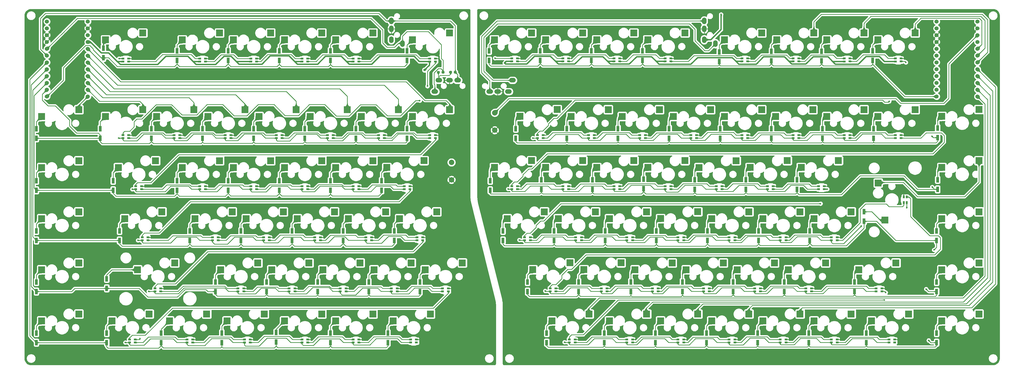
<source format=gbl>
%TF.GenerationSoftware,KiCad,Pcbnew,(5.1.9)-1*%
%TF.CreationDate,2021-05-10T22:56:04+09:00*%
%TF.ProjectId,Pistachio_rev2,50697374-6163-4686-996f-5f726576322e,rev?*%
%TF.SameCoordinates,Original*%
%TF.FileFunction,Copper,L2,Bot*%
%TF.FilePolarity,Positive*%
%FSLAX46Y46*%
G04 Gerber Fmt 4.6, Leading zero omitted, Abs format (unit mm)*
G04 Created by KiCad (PCBNEW (5.1.9)-1) date 2021-05-10 22:56:04*
%MOMM*%
%LPD*%
G01*
G04 APERTURE LIST*
%TA.AperFunction,ComponentPad*%
%ADD10C,0.800000*%
%TD*%
%TA.AperFunction,SMDPad,CuDef*%
%ADD11R,2.550000X2.500000*%
%TD*%
%TA.AperFunction,ComponentPad*%
%ADD12C,1.524000*%
%TD*%
%TA.AperFunction,SMDPad,CuDef*%
%ADD13R,1.000000X0.700000*%
%TD*%
%TA.AperFunction,SMDPad,CuDef*%
%ADD14R,1.000000X2.000000*%
%TD*%
%TA.AperFunction,SMDPad,CuDef*%
%ADD15R,0.700000X1.000000*%
%TD*%
%TA.AperFunction,ComponentPad*%
%ADD16O,1.700000X2.500000*%
%TD*%
%TA.AperFunction,ComponentPad*%
%ADD17O,2.500000X1.700000*%
%TD*%
%TA.AperFunction,SMDPad,CuDef*%
%ADD18R,2.500000X2.550000*%
%TD*%
%TA.AperFunction,ComponentPad*%
%ADD19C,2.000000*%
%TD*%
%TA.AperFunction,ViaPad*%
%ADD20C,0.600000*%
%TD*%
%TA.AperFunction,ViaPad*%
%ADD21C,0.900000*%
%TD*%
%TA.AperFunction,Conductor*%
%ADD22C,0.250000*%
%TD*%
%TA.AperFunction,Conductor*%
%ADD23C,0.500000*%
%TD*%
%TA.AperFunction,Conductor*%
%ADD24C,0.254000*%
%TD*%
%TA.AperFunction,Conductor*%
%ADD25C,0.100000*%
%TD*%
%TA.AperFunction,Conductor*%
%ADD26C,0.025400*%
%TD*%
G04 APERTURE END LIST*
D10*
%TO.P,SW83,2*%
%TO.N,Net-(D83-Pad2)*%
X142342080Y-183806740D03*
X142342080Y-182126740D03*
%TO.P,SW83,1*%
%TO.N,L_col5*%
X154462080Y-181266740D03*
X154472080Y-179596740D03*
D11*
%TO.P,SW83,2*%
%TO.N,Net-(D83-Pad2)*%
X141482080Y-182966740D03*
%TO.P,SW83,1*%
%TO.N,L_col5*%
X155332080Y-180426740D03*
%TD*%
D10*
%TO.P,SW82,2*%
%TO.N,Net-(D82-Pad2)*%
X123292000Y-183800000D03*
X123292000Y-182120000D03*
%TO.P,SW82,1*%
%TO.N,L_col4*%
X135412000Y-181260000D03*
X135422000Y-179590000D03*
D11*
%TO.P,SW82,2*%
%TO.N,Net-(D82-Pad2)*%
X122432000Y-182960000D03*
%TO.P,SW82,1*%
%TO.N,L_col4*%
X136282000Y-180420000D03*
%TD*%
D10*
%TO.P,SW81,2*%
%TO.N,Net-(D81-Pad2)*%
X101860660Y-183806740D03*
X101860660Y-182126740D03*
%TO.P,SW81,1*%
%TO.N,L_col3*%
X113980660Y-181266740D03*
X113990660Y-179596740D03*
D11*
%TO.P,SW81,2*%
%TO.N,Net-(D81-Pad2)*%
X101000660Y-182966740D03*
%TO.P,SW81,1*%
%TO.N,L_col3*%
X114850660Y-180426740D03*
%TD*%
D10*
%TO.P,SW7,2*%
%TO.N,Net-(D7-Pad2)*%
X201478224Y-79024560D03*
X201478224Y-77344560D03*
%TO.P,SW7,1*%
%TO.N,R_col0*%
X213598224Y-76484560D03*
X213608224Y-74814560D03*
D11*
%TO.P,SW7,2*%
%TO.N,Net-(D7-Pad2)*%
X200618224Y-78184560D03*
%TO.P,SW7,1*%
%TO.N,R_col0*%
X214468224Y-75644560D03*
%TD*%
D10*
%TO.P,SW4,2*%
%TO.N,Net-(D4-Pad2)*%
X123287880Y-79024560D03*
X123287880Y-77344560D03*
%TO.P,SW4,1*%
%TO.N,L_col3*%
X135407880Y-76484560D03*
X135417880Y-74814560D03*
D11*
%TO.P,SW4,2*%
%TO.N,Net-(D4-Pad2)*%
X122427880Y-78184560D03*
%TO.P,SW4,1*%
%TO.N,L_col3*%
X136277880Y-75644560D03*
%TD*%
D12*
%TO.P,U2,24*%
%TO.N,Net-(U2-Pad24)*%
X380590600Y-71379000D03*
%TO.P,U2,23*%
%TO.N,R_GND*%
X380590600Y-73919000D03*
%TO.P,U2,22*%
%TO.N,R_reset*%
X380590600Y-76459000D03*
%TO.P,U2,21*%
%TO.N,R_VCC*%
X380590600Y-78999000D03*
%TO.P,U2,20*%
%TO.N,R_col7*%
X380590600Y-81539000D03*
%TO.P,U2,19*%
%TO.N,R_col6*%
X380590600Y-84079000D03*
%TO.P,U2,18*%
%TO.N,R_col5*%
X380590600Y-86619000D03*
%TO.P,U2,17*%
%TO.N,R_col4*%
X380590600Y-89159000D03*
%TO.P,U2,16*%
%TO.N,R_col3*%
X380590600Y-91699000D03*
%TO.P,U2,15*%
%TO.N,R_col2*%
X380590600Y-94239000D03*
%TO.P,U2,14*%
%TO.N,R_col1*%
X380590600Y-96779000D03*
%TO.P,U2,13*%
%TO.N,R_col0*%
X380590600Y-99319000D03*
%TO.P,U2,12*%
%TO.N,R_row0*%
X365370600Y-99319000D03*
%TO.P,U2,11*%
%TO.N,R_row1*%
X365370600Y-96779000D03*
%TO.P,U2,10*%
%TO.N,R_row2*%
X365370600Y-94239000D03*
%TO.P,U2,9*%
%TO.N,R_row3*%
X365370600Y-91699000D03*
%TO.P,U2,8*%
%TO.N,R_row4*%
X365370600Y-89159000D03*
%TO.P,U2,7*%
%TO.N,R_row5*%
X365370600Y-86619000D03*
%TO.P,U2,6*%
%TO.N,R_SCL*%
X365370600Y-84079000D03*
%TO.P,U2,5*%
%TO.N,R_SDA*%
X365370600Y-81539000D03*
%TO.P,U2,4*%
%TO.N,R_GND*%
X365370600Y-78999000D03*
%TO.P,U2,3*%
X365370600Y-76459000D03*
%TO.P,U2,2*%
%TO.N,R_LED*%
X365370600Y-73919000D03*
%TO.P,U2,1*%
%TO.N,R_col8*%
X365370600Y-71379000D03*
%TD*%
D10*
%TO.P,SW1,2*%
%TO.N,Net-(D1-Pad2)*%
X56612600Y-79024560D03*
X56612600Y-77344560D03*
%TO.P,SW1,1*%
%TO.N,L_col0*%
X68732600Y-76484560D03*
X68742600Y-74814560D03*
D11*
%TO.P,SW1,2*%
%TO.N,Net-(D1-Pad2)*%
X55752600Y-78184560D03*
%TO.P,SW1,1*%
%TO.N,L_col0*%
X69602600Y-75644560D03*
%TD*%
D12*
%TO.P,U1,24*%
%TO.N,Net-(U1-Pad24)*%
X49120600Y-71379000D03*
%TO.P,U1,23*%
%TO.N,GND*%
X49120600Y-73919000D03*
%TO.P,U1,22*%
%TO.N,L_reset*%
X49120600Y-76459000D03*
%TO.P,U1,21*%
%TO.N,VCC*%
X49120600Y-78999000D03*
%TO.P,U1,20*%
%TO.N,L_col7*%
X49120600Y-81539000D03*
%TO.P,U1,19*%
%TO.N,L_col6*%
X49120600Y-84079000D03*
%TO.P,U1,18*%
%TO.N,L_col5*%
X49120600Y-86619000D03*
%TO.P,U1,17*%
%TO.N,L_col4*%
X49120600Y-89159000D03*
%TO.P,U1,16*%
%TO.N,L_col3*%
X49120600Y-91699000D03*
%TO.P,U1,15*%
%TO.N,L_col2*%
X49120600Y-94239000D03*
%TO.P,U1,14*%
%TO.N,L_col1*%
X49120600Y-96779000D03*
%TO.P,U1,13*%
%TO.N,L_col0*%
X49120600Y-99319000D03*
%TO.P,U1,12*%
%TO.N,L_row0*%
X33900600Y-99319000D03*
%TO.P,U1,11*%
%TO.N,L_row1*%
X33900600Y-96779000D03*
%TO.P,U1,10*%
%TO.N,L_row2*%
X33900600Y-94239000D03*
%TO.P,U1,9*%
%TO.N,L_row3*%
X33900600Y-91699000D03*
%TO.P,U1,8*%
%TO.N,L_row4*%
X33900600Y-89159000D03*
%TO.P,U1,7*%
%TO.N,L_row5*%
X33900600Y-86619000D03*
%TO.P,U1,6*%
%TO.N,L_SCL*%
X33900600Y-84079000D03*
%TO.P,U1,5*%
%TO.N,L_SDA*%
X33900600Y-81539000D03*
%TO.P,U1,4*%
%TO.N,GND*%
X33900600Y-78999000D03*
%TO.P,U1,3*%
X33900600Y-76459000D03*
%TO.P,U1,2*%
%TO.N,L_LED*%
X33900600Y-73919000D03*
%TO.P,U1,1*%
%TO.N,L_col8*%
X33900600Y-71379000D03*
%TD*%
D10*
%TO.P,SW35,2*%
%TO.N,Net-(D35-Pad2)*%
X104237800Y-126649760D03*
X104237800Y-124969760D03*
%TO.P,SW35,1*%
%TO.N,L_col3*%
X116357800Y-124109760D03*
X116367800Y-122439760D03*
D11*
%TO.P,SW35,2*%
%TO.N,Net-(D35-Pad2)*%
X103377800Y-125809760D03*
%TO.P,SW35,1*%
%TO.N,L_col3*%
X117227800Y-123269760D03*
%TD*%
D13*
%TO.P,D103,1*%
%TO.N,Net-(D103-Pad1)*%
X247345184Y-86251693D03*
%TO.P,D103,2*%
%TO.N,R_GND*%
X247345184Y-85151693D03*
%TO.P,D103,3*%
%TO.N,Net-(D102-Pad1)*%
X245211584Y-85151693D03*
%TO.P,D103,4*%
%TO.N,R_VCC*%
X245211584Y-86260493D03*
%TD*%
%TO.P,D104,1*%
%TO.N,Net-(D104-Pad1)*%
X266395264Y-86251693D03*
%TO.P,D104,2*%
%TO.N,R_GND*%
X266395264Y-85151693D03*
%TO.P,D104,3*%
%TO.N,Net-(D103-Pad1)*%
X264261664Y-85151693D03*
%TO.P,D104,4*%
%TO.N,R_VCC*%
X264261664Y-86260493D03*
%TD*%
D14*
%TO.P,D1,2*%
%TO.N,Net-(D1-Pad2)*%
X54912600Y-81349560D03*
%TO.P,D1,1*%
%TO.N,L_row0*%
X54912600Y-84899560D03*
%TD*%
%TO.P,D2,2*%
%TO.N,Net-(D2-Pad2)*%
X82362370Y-82350480D03*
%TO.P,D2,1*%
%TO.N,L_row0*%
X82362370Y-85900480D03*
%TD*%
%TO.P,D3,2*%
%TO.N,Net-(D3-Pad2)*%
X101412450Y-82350480D03*
%TO.P,D3,1*%
%TO.N,L_row0*%
X101412450Y-85900480D03*
%TD*%
%TO.P,D4,2*%
%TO.N,Net-(D4-Pad2)*%
X120462530Y-82350480D03*
%TO.P,D4,1*%
%TO.N,L_row0*%
X120462530Y-85900480D03*
%TD*%
%TO.P,D5,2*%
%TO.N,Net-(D5-Pad2)*%
X139512610Y-82350480D03*
%TO.P,D5,1*%
%TO.N,L_row0*%
X139512610Y-85900480D03*
%TD*%
%TO.P,D6,2*%
%TO.N,Net-(D6-Pad2)*%
X168087730Y-82350480D03*
%TO.P,D6,1*%
%TO.N,L_row0*%
X168087730Y-85900480D03*
%TD*%
%TO.P,D7,2*%
%TO.N,Net-(D7-Pad2)*%
X198653184Y-82350480D03*
%TO.P,D7,1*%
%TO.N,R_row0*%
X198653184Y-85900480D03*
%TD*%
%TO.P,D8,2*%
%TO.N,Net-(D8-Pad2)*%
X217703264Y-82350480D03*
%TO.P,D8,1*%
%TO.N,R_row0*%
X217703264Y-85900480D03*
%TD*%
%TO.P,D9,2*%
%TO.N,Net-(D9-Pad2)*%
X236753344Y-82350480D03*
%TO.P,D9,1*%
%TO.N,R_row0*%
X236753344Y-85900480D03*
%TD*%
%TO.P,D10,2*%
%TO.N,Net-(D10-Pad2)*%
X255803424Y-82350480D03*
%TO.P,D10,1*%
%TO.N,R_row0*%
X255803424Y-85900480D03*
%TD*%
%TO.P,D11,2*%
%TO.N,Net-(D11-Pad2)*%
X284378544Y-82761681D03*
%TO.P,D11,1*%
%TO.N,R_row0*%
X284378544Y-86311681D03*
%TD*%
%TO.P,D12,2*%
%TO.N,Net-(D12-Pad2)*%
X303819550Y-82498583D03*
%TO.P,D12,1*%
%TO.N,R_row0*%
X303819550Y-86048583D03*
%TD*%
%TO.P,D13,2*%
%TO.N,Net-(D13-Pad2)*%
X322478704Y-82498583D03*
%TO.P,D13,1*%
%TO.N,R_row0*%
X322478704Y-86048583D03*
%TD*%
%TO.P,D14,2*%
%TO.N,Net-(D14-Pad2)*%
X341528784Y-82350480D03*
%TO.P,D14,1*%
%TO.N,R_row0*%
X341528784Y-85900480D03*
%TD*%
%TO.P,D15,2*%
%TO.N,Net-(D15-Pad2)*%
X29974650Y-111336801D03*
%TO.P,D15,1*%
%TO.N,L_row1*%
X29974650Y-114886801D03*
%TD*%
%TO.P,D16,2*%
%TO.N,Net-(D16-Pad2)*%
X53787250Y-111336801D03*
%TO.P,D16,1*%
%TO.N,L_row1*%
X53787250Y-114886801D03*
%TD*%
%TO.P,D17,2*%
%TO.N,Net-(D17-Pad2)*%
X72837330Y-111336801D03*
%TO.P,D17,1*%
%TO.N,L_row1*%
X72837330Y-114886801D03*
%TD*%
%TO.P,D18,2*%
%TO.N,Net-(D18-Pad2)*%
X91887410Y-111336801D03*
%TO.P,D18,1*%
%TO.N,L_row1*%
X91887410Y-114886801D03*
%TD*%
%TO.P,D19,2*%
%TO.N,Net-(D19-Pad2)*%
X110937490Y-111336801D03*
%TO.P,D19,1*%
%TO.N,L_row1*%
X110937490Y-114886801D03*
%TD*%
%TO.P,D20,2*%
%TO.N,Net-(D20-Pad2)*%
X129987570Y-111336801D03*
%TO.P,D20,1*%
%TO.N,L_row1*%
X129987570Y-114886801D03*
%TD*%
%TO.P,D21,2*%
%TO.N,Net-(D21-Pad2)*%
X149037650Y-111336801D03*
%TO.P,D21,1*%
%TO.N,L_row1*%
X149037650Y-114886801D03*
%TD*%
%TO.P,D22,2*%
%TO.N,Net-(D22-Pad2)*%
X168087730Y-111336801D03*
%TO.P,D22,1*%
%TO.N,L_row1*%
X168087730Y-114886801D03*
%TD*%
%TO.P,D23,2*%
%TO.N,Net-(D23-Pad2)*%
X208569150Y-111336801D03*
%TO.P,D23,1*%
%TO.N,R_row1*%
X208569150Y-114886801D03*
%TD*%
%TO.P,D24,2*%
%TO.N,Net-(D24-Pad2)*%
X227619230Y-111336801D03*
%TO.P,D24,1*%
%TO.N,R_row1*%
X227619230Y-114886801D03*
%TD*%
%TO.P,D25,2*%
%TO.N,Net-(D25-Pad2)*%
X246669310Y-111336801D03*
%TO.P,D25,1*%
%TO.N,R_row1*%
X246669310Y-114886801D03*
%TD*%
%TO.P,D26,2*%
%TO.N,Net-(D26-Pad2)*%
X265719390Y-111336801D03*
%TO.P,D26,1*%
%TO.N,R_row1*%
X265719390Y-114886801D03*
%TD*%
%TO.P,D27,2*%
%TO.N,Net-(D27-Pad2)*%
X284769470Y-111336801D03*
%TO.P,D27,1*%
%TO.N,R_row1*%
X284769470Y-114886801D03*
%TD*%
%TO.P,D28,2*%
%TO.N,Net-(D28-Pad2)*%
X303819550Y-111336801D03*
%TO.P,D28,1*%
%TO.N,R_row1*%
X303819550Y-114886801D03*
%TD*%
%TO.P,D29,2*%
%TO.N,Net-(D29-Pad2)*%
X322869630Y-111336801D03*
%TO.P,D29,1*%
%TO.N,R_row1*%
X322869630Y-114886801D03*
%TD*%
%TO.P,D30,2*%
%TO.N,Net-(D30-Pad2)*%
X341919710Y-111336801D03*
%TO.P,D30,1*%
%TO.N,R_row1*%
X341919710Y-114886801D03*
%TD*%
%TO.P,D32,2*%
%TO.N,Net-(D32-Pad2)*%
X29974960Y-130731020D03*
%TO.P,D32,1*%
%TO.N,L_row2*%
X29974960Y-134281020D03*
%TD*%
%TO.P,D33,2*%
%TO.N,Net-(D33-Pad2)*%
X58550080Y-130731020D03*
%TO.P,D33,1*%
%TO.N,L_row2*%
X58550080Y-134281020D03*
%TD*%
%TO.P,D34,2*%
%TO.N,Net-(D34-Pad2)*%
X82362680Y-130731020D03*
%TO.P,D34,1*%
%TO.N,L_row2*%
X82362680Y-134281020D03*
%TD*%
%TO.P,D35,2*%
%TO.N,Net-(D35-Pad2)*%
X101412760Y-130731020D03*
%TO.P,D35,1*%
%TO.N,L_row2*%
X101412760Y-134281020D03*
%TD*%
%TO.P,D36,2*%
%TO.N,Net-(D36-Pad2)*%
X120462840Y-130731020D03*
%TO.P,D36,1*%
%TO.N,L_row2*%
X120462840Y-134281020D03*
%TD*%
%TO.P,D37,2*%
%TO.N,Net-(D37-Pad2)*%
X139512920Y-130731020D03*
%TO.P,D37,1*%
%TO.N,L_row2*%
X139512920Y-134281020D03*
%TD*%
%TO.P,D38,2*%
%TO.N,Net-(D38-Pad2)*%
X158563000Y-130731020D03*
%TO.P,D38,1*%
%TO.N,L_row2*%
X158563000Y-134281020D03*
%TD*%
%TO.P,D39,2*%
%TO.N,Net-(D39-Pad2)*%
X199044420Y-130731020D03*
%TO.P,D39,1*%
%TO.N,R_row2*%
X199044420Y-134281020D03*
%TD*%
%TO.P,D40,2*%
%TO.N,Net-(D40-Pad2)*%
X218094500Y-130386881D03*
%TO.P,D40,1*%
%TO.N,R_row2*%
X218094500Y-133936881D03*
%TD*%
%TO.P,D41,2*%
%TO.N,Net-(D41-Pad2)*%
X237144580Y-130386881D03*
%TO.P,D41,1*%
%TO.N,R_row2*%
X237144580Y-133936881D03*
%TD*%
%TO.P,D42,2*%
%TO.N,Net-(D42-Pad2)*%
X256194660Y-130146650D03*
%TO.P,D42,1*%
%TO.N,R_row2*%
X256194660Y-133696650D03*
%TD*%
%TO.P,D43,2*%
%TO.N,Net-(D43-Pad2)*%
X275244740Y-130386881D03*
%TO.P,D43,1*%
%TO.N,R_row2*%
X275244740Y-133936881D03*
%TD*%
%TO.P,D44,2*%
%TO.N,Net-(D44-Pad2)*%
X294294820Y-130386881D03*
%TO.P,D44,1*%
%TO.N,R_row2*%
X294294820Y-133936881D03*
%TD*%
%TO.P,D45,2*%
%TO.N,Net-(D45-Pad2)*%
X313344900Y-130386881D03*
%TO.P,D45,1*%
%TO.N,R_row2*%
X313344900Y-133936881D03*
%TD*%
%TO.P,D46,2*%
%TO.N,Net-(D46-Pad2)*%
X365732620Y-130386881D03*
%TO.P,D46,1*%
%TO.N,R_row2*%
X365732620Y-133936881D03*
%TD*%
%TO.P,D31,2*%
%TO.N,Net-(D31-Pad2)*%
X365732620Y-111096570D03*
%TO.P,D31,1*%
%TO.N,R_row1*%
X365732620Y-114646570D03*
%TD*%
%TO.P,D47,2*%
%TO.N,Net-(D47-Pad2)*%
X29974650Y-149436961D03*
%TO.P,D47,1*%
%TO.N,L_row3*%
X29974650Y-152986961D03*
%TD*%
%TO.P,D48,2*%
%TO.N,Net-(D48-Pad2)*%
X60931030Y-149436961D03*
%TO.P,D48,1*%
%TO.N,L_row3*%
X60931030Y-152986961D03*
%TD*%
%TO.P,D49,2*%
%TO.N,Net-(D49-Pad2)*%
X87124890Y-149436961D03*
%TO.P,D49,1*%
%TO.N,L_row3*%
X87124890Y-152986961D03*
%TD*%
%TO.P,D50,2*%
%TO.N,Net-(D50-Pad2)*%
X106174970Y-149436961D03*
%TO.P,D50,1*%
%TO.N,L_row3*%
X106174970Y-152986961D03*
%TD*%
%TO.P,D51,2*%
%TO.N,Net-(D51-Pad2)*%
X125225050Y-149436961D03*
%TO.P,D51,1*%
%TO.N,L_row3*%
X125225050Y-152986961D03*
%TD*%
%TO.P,D52,2*%
%TO.N,Net-(D52-Pad2)*%
X144275130Y-149436961D03*
%TO.P,D52,1*%
%TO.N,L_row3*%
X144275130Y-152986961D03*
%TD*%
%TO.P,D53,2*%
%TO.N,Net-(D53-Pad2)*%
X163325210Y-149436961D03*
%TO.P,D53,1*%
%TO.N,L_row3*%
X163325210Y-152986961D03*
%TD*%
%TO.P,D54,2*%
%TO.N,Net-(D54-Pad2)*%
X203806630Y-149436961D03*
%TO.P,D54,1*%
%TO.N,R_row3*%
X203806630Y-152986961D03*
%TD*%
%TO.P,D55,2*%
%TO.N,Net-(D55-Pad2)*%
X222856710Y-149436961D03*
%TO.P,D55,1*%
%TO.N,R_row3*%
X222856710Y-152986961D03*
%TD*%
%TO.P,D56,2*%
%TO.N,Net-(D56-Pad2)*%
X241906790Y-149436961D03*
%TO.P,D56,1*%
%TO.N,R_row3*%
X241906790Y-152986961D03*
%TD*%
%TO.P,D57,2*%
%TO.N,Net-(D57-Pad2)*%
X260956870Y-149436961D03*
%TO.P,D57,1*%
%TO.N,R_row3*%
X260956870Y-152986961D03*
%TD*%
%TO.P,D58,2*%
%TO.N,Net-(D58-Pad2)*%
X280006950Y-149436961D03*
%TO.P,D58,1*%
%TO.N,R_row3*%
X280006950Y-152986961D03*
%TD*%
%TO.P,D59,2*%
%TO.N,Net-(D59-Pad2)*%
X299057030Y-149436961D03*
%TO.P,D59,1*%
%TO.N,R_row3*%
X299057030Y-152986961D03*
%TD*%
%TO.P,D60,2*%
%TO.N,Net-(D60-Pad2)*%
X318107110Y-149436961D03*
%TO.P,D60,1*%
%TO.N,R_row3*%
X318107110Y-152986961D03*
%TD*%
%TO.P,D61,2*%
%TO.N,Net-(D61-Pad2)*%
X338347820Y-142293181D03*
%TO.P,D61,1*%
%TO.N,R_row3*%
X338347820Y-145843181D03*
%TD*%
%TO.P,D62,2*%
%TO.N,Net-(D62-Pad2)*%
X365341384Y-149436961D03*
%TO.P,D62,1*%
%TO.N,R_row3*%
X365341384Y-152986961D03*
%TD*%
%TO.P,D63,2*%
%TO.N,Net-(D63-Pad2)*%
X29974650Y-168487041D03*
%TO.P,D63,1*%
%TO.N,L_row4*%
X29974650Y-172037041D03*
%TD*%
%TO.P,D64,2*%
%TO.N,Net-(D64-Pad2)*%
X56168510Y-167296411D03*
%TO.P,D64,1*%
%TO.N,L_row4*%
X56168510Y-170846411D03*
%TD*%
%TO.P,D65,2*%
%TO.N,Net-(D65-Pad2)*%
X96649930Y-168487041D03*
%TO.P,D65,1*%
%TO.N,L_row4*%
X96649930Y-172037041D03*
%TD*%
%TO.P,D66,2*%
%TO.N,Net-(D66-Pad2)*%
X115700010Y-168487041D03*
%TO.P,D66,1*%
%TO.N,L_row4*%
X115700010Y-172037041D03*
%TD*%
%TO.P,D67,2*%
%TO.N,Net-(D67-Pad2)*%
X134750090Y-168487041D03*
%TO.P,D67,1*%
%TO.N,L_row4*%
X134750090Y-172037041D03*
%TD*%
%TO.P,D68,2*%
%TO.N,Net-(D68-Pad2)*%
X153800170Y-168487041D03*
%TO.P,D68,1*%
%TO.N,L_row4*%
X153800170Y-172037041D03*
%TD*%
%TO.P,D69,2*%
%TO.N,Net-(D69-Pad2)*%
X172850250Y-168487041D03*
%TO.P,D69,1*%
%TO.N,L_row4*%
X172850250Y-172037041D03*
%TD*%
%TO.P,D70,2*%
%TO.N,Net-(D70-Pad2)*%
X212940744Y-168487041D03*
%TO.P,D70,1*%
%TO.N,R_row4*%
X212940744Y-172037041D03*
%TD*%
%TO.P,D71,2*%
%TO.N,Net-(D71-Pad2)*%
X231990824Y-168487041D03*
%TO.P,D71,1*%
%TO.N,R_row4*%
X231990824Y-172037041D03*
%TD*%
%TO.P,D72,2*%
%TO.N,Net-(D72-Pad2)*%
X251431830Y-168487041D03*
%TO.P,D72,1*%
%TO.N,R_row4*%
X251431830Y-172037041D03*
%TD*%
%TO.P,D73,2*%
%TO.N,Net-(D73-Pad2)*%
X270645818Y-168487041D03*
%TO.P,D73,1*%
%TO.N,R_row4*%
X270645818Y-172037041D03*
%TD*%
%TO.P,D74,2*%
%TO.N,Net-(D74-Pad2)*%
X289531990Y-168487041D03*
%TO.P,D74,1*%
%TO.N,R_row4*%
X289531990Y-172037041D03*
%TD*%
%TO.P,D75,2*%
%TO.N,Net-(D75-Pad2)*%
X308582070Y-168487041D03*
%TO.P,D75,1*%
%TO.N,R_row4*%
X308582070Y-172037041D03*
%TD*%
%TO.P,D76,2*%
%TO.N,Net-(D76-Pad2)*%
X334775930Y-168487041D03*
%TO.P,D76,1*%
%TO.N,R_row4*%
X334775930Y-172037041D03*
%TD*%
%TO.P,D77,2*%
%TO.N,Net-(D77-Pad2)*%
X365341384Y-168487041D03*
%TO.P,D77,1*%
%TO.N,R_row4*%
X365341384Y-172037041D03*
%TD*%
%TO.P,D78,2*%
%TO.N,Net-(D78-Pad2)*%
X29974650Y-187537121D03*
%TO.P,D78,1*%
%TO.N,L_row5*%
X29974650Y-191087121D03*
%TD*%
%TO.P,D79,2*%
%TO.N,Net-(D79-Pad2)*%
X56168510Y-187537121D03*
%TO.P,D79,1*%
%TO.N,L_row5*%
X56168510Y-191087121D03*
%TD*%
%TO.P,D80,2*%
%TO.N,Net-(D80-Pad2)*%
X76413650Y-187537121D03*
%TO.P,D80,1*%
%TO.N,L_row5*%
X76413650Y-191087121D03*
%TD*%
%TO.P,D81,2*%
%TO.N,Net-(D81-Pad2)*%
X99035620Y-187537121D03*
%TO.P,D81,1*%
%TO.N,L_row5*%
X99035620Y-191087121D03*
%TD*%
%TO.P,D82,2*%
%TO.N,Net-(D82-Pad2)*%
X119276330Y-187303630D03*
%TO.P,D82,1*%
%TO.N,L_row5*%
X119276330Y-190853630D03*
%TD*%
%TO.P,D83,2*%
%TO.N,Net-(D83-Pad2)*%
X139517040Y-187537121D03*
%TO.P,D83,1*%
%TO.N,L_row5*%
X139517040Y-191087121D03*
%TD*%
%TO.P,D84,2*%
%TO.N,Net-(D84-Pad2)*%
X160948380Y-187537121D03*
%TO.P,D84,1*%
%TO.N,L_row5*%
X160948380Y-191087121D03*
%TD*%
%TO.P,D85,2*%
%TO.N,Net-(D85-Pad2)*%
X220084524Y-187537121D03*
%TO.P,D85,1*%
%TO.N,R_row5*%
X220084524Y-191087121D03*
%TD*%
%TO.P,D86,2*%
%TO.N,Net-(D86-Pad2)*%
X241515864Y-187537121D03*
%TO.P,D86,1*%
%TO.N,R_row5*%
X241515864Y-191087121D03*
%TD*%
%TO.P,D87,2*%
%TO.N,Net-(D87-Pad2)*%
X260565944Y-187537121D03*
%TO.P,D87,1*%
%TO.N,R_row5*%
X260565944Y-191087121D03*
%TD*%
%TO.P,D88,2*%
%TO.N,Net-(D88-Pad2)*%
X279616024Y-187537121D03*
%TO.P,D88,1*%
%TO.N,R_row5*%
X279616024Y-191087121D03*
%TD*%
%TO.P,D89,2*%
%TO.N,Net-(D89-Pad2)*%
X298666104Y-187537121D03*
%TO.P,D89,1*%
%TO.N,R_row5*%
X298666104Y-191087121D03*
%TD*%
%TO.P,D90,2*%
%TO.N,Net-(D90-Pad2)*%
X317716184Y-187537121D03*
%TO.P,D90,1*%
%TO.N,R_row5*%
X317716184Y-191087121D03*
%TD*%
%TO.P,D91,2*%
%TO.N,Net-(D91-Pad2)*%
X339147524Y-187537121D03*
%TO.P,D91,1*%
%TO.N,R_row5*%
X339147524Y-191087121D03*
%TD*%
%TO.P,D92,2*%
%TO.N,Net-(D92-Pad2)*%
X365341384Y-187537121D03*
%TO.P,D92,1*%
%TO.N,R_row5*%
X365341384Y-191087121D03*
%TD*%
D13*
%TO.P,D95,1*%
%TO.N,Net-(D95-Pad1)*%
X64379090Y-86277311D03*
%TO.P,D95,2*%
%TO.N,GND*%
X64379090Y-85177311D03*
%TO.P,D95,3*%
%TO.N,Net-(D93-Pad1)*%
X62245490Y-85177311D03*
%TO.P,D95,4*%
%TO.N,VCC*%
X62245490Y-86286111D03*
%TD*%
%TO.P,D96,1*%
%TO.N,Net-(D96-Pad1)*%
X92954210Y-86277311D03*
%TO.P,D96,2*%
%TO.N,GND*%
X92954210Y-85177311D03*
%TO.P,D96,3*%
%TO.N,Net-(D95-Pad1)*%
X90820610Y-85177311D03*
%TO.P,D96,4*%
%TO.N,VCC*%
X90820610Y-86286111D03*
%TD*%
%TO.P,D97,1*%
%TO.N,Net-(D97-Pad1)*%
X112004290Y-86277311D03*
%TO.P,D97,2*%
%TO.N,GND*%
X112004290Y-85177311D03*
%TO.P,D97,3*%
%TO.N,Net-(D96-Pad1)*%
X109870690Y-85177311D03*
%TO.P,D97,4*%
%TO.N,VCC*%
X109870690Y-86286111D03*
%TD*%
%TO.P,D98,1*%
%TO.N,Net-(D98-Pad1)*%
X131054370Y-86277311D03*
%TO.P,D98,2*%
%TO.N,GND*%
X131054370Y-85177311D03*
%TO.P,D98,3*%
%TO.N,Net-(D97-Pad1)*%
X128920770Y-85177311D03*
%TO.P,D98,4*%
%TO.N,VCC*%
X128920770Y-86286111D03*
%TD*%
%TO.P,D99,1*%
%TO.N,Net-(D100-Pad3)*%
X150104450Y-86277311D03*
%TO.P,D99,2*%
%TO.N,GND*%
X150104450Y-85177311D03*
%TO.P,D99,3*%
%TO.N,Net-(D98-Pad1)*%
X147970850Y-85177311D03*
%TO.P,D99,4*%
%TO.N,VCC*%
X147970850Y-86286111D03*
%TD*%
%TO.P,D100,1*%
%TO.N,Net-(D100-Pad1)*%
X178679570Y-86277311D03*
%TO.P,D100,2*%
%TO.N,GND*%
X178679570Y-85177311D03*
%TO.P,D100,3*%
%TO.N,Net-(D100-Pad3)*%
X176545970Y-85177311D03*
%TO.P,D100,4*%
%TO.N,VCC*%
X176545970Y-86286111D03*
%TD*%
%TO.P,D101,1*%
%TO.N,Net-(D101-Pad1)*%
X209245024Y-86251693D03*
%TO.P,D101,2*%
%TO.N,R_GND*%
X209245024Y-85151693D03*
%TO.P,D101,3*%
%TO.N,Net-(D101-Pad3)*%
X207111424Y-85151693D03*
%TO.P,D101,4*%
%TO.N,R_VCC*%
X207111424Y-86260493D03*
%TD*%
%TO.P,D102,1*%
%TO.N,Net-(D102-Pad1)*%
X228295104Y-86251693D03*
%TO.P,D102,2*%
%TO.N,R_GND*%
X228295104Y-85151693D03*
%TO.P,D102,3*%
%TO.N,Net-(D101-Pad1)*%
X226161504Y-85151693D03*
%TO.P,D102,4*%
%TO.N,R_VCC*%
X226161504Y-86260493D03*
%TD*%
%TO.P,D105,1*%
%TO.N,Net-(D105-Pad1)*%
X294970384Y-86251693D03*
%TO.P,D105,2*%
%TO.N,R_GND*%
X294970384Y-85151693D03*
%TO.P,D105,3*%
%TO.N,Net-(D104-Pad1)*%
X292836784Y-85151693D03*
%TO.P,D105,4*%
%TO.N,R_VCC*%
X292836784Y-86260493D03*
%TD*%
%TO.P,D106,1*%
%TO.N,Net-(D106-Pad1)*%
X314020024Y-86251693D03*
%TO.P,D106,2*%
%TO.N,R_GND*%
X314020024Y-85151693D03*
%TO.P,D106,3*%
%TO.N,Net-(D105-Pad1)*%
X311886424Y-85151693D03*
%TO.P,D106,4*%
%TO.N,R_VCC*%
X311886424Y-86260493D03*
%TD*%
%TO.P,D107,1*%
%TO.N,Net-(D107-Pad1)*%
X333070544Y-86255493D03*
%TO.P,D107,2*%
%TO.N,R_GND*%
X333070544Y-85155493D03*
%TO.P,D107,3*%
%TO.N,Net-(D106-Pad1)*%
X330936944Y-85155493D03*
%TO.P,D107,4*%
%TO.N,R_VCC*%
X330936944Y-86264293D03*
%TD*%
%TO.P,D108,1*%
%TO.N,Net-(D108-Pad1)*%
X352120024Y-86255493D03*
%TO.P,D108,2*%
%TO.N,R_GND*%
X352120024Y-85155493D03*
%TO.P,D108,3*%
%TO.N,Net-(D107-Pad1)*%
X349986424Y-85155493D03*
%TO.P,D108,4*%
%TO.N,R_VCC*%
X349986424Y-86264293D03*
%TD*%
%TO.P,D109,1*%
%TO.N,Net-(D109-Pad1)*%
X64379090Y-114852431D03*
%TO.P,D109,2*%
%TO.N,GND*%
X64379090Y-113752431D03*
%TO.P,D109,3*%
%TO.N,Net-(D100-Pad1)*%
X62245490Y-113752431D03*
%TO.P,D109,4*%
%TO.N,VCC*%
X62245490Y-114861231D03*
%TD*%
%TO.P,D110,1*%
%TO.N,Net-(D110-Pad1)*%
X83429170Y-114852431D03*
%TO.P,D110,2*%
%TO.N,GND*%
X83429170Y-113752431D03*
%TO.P,D110,3*%
%TO.N,Net-(D109-Pad1)*%
X81295570Y-113752431D03*
%TO.P,D110,4*%
%TO.N,VCC*%
X81295570Y-114861231D03*
%TD*%
%TO.P,D111,1*%
%TO.N,Net-(D111-Pad1)*%
X102479250Y-114852431D03*
%TO.P,D111,2*%
%TO.N,GND*%
X102479250Y-113752431D03*
%TO.P,D111,3*%
%TO.N,Net-(D110-Pad1)*%
X100345650Y-113752431D03*
%TO.P,D111,4*%
%TO.N,VCC*%
X100345650Y-114861231D03*
%TD*%
%TO.P,D112,1*%
%TO.N,Net-(D112-Pad1)*%
X121529330Y-114852431D03*
%TO.P,D112,2*%
%TO.N,GND*%
X121529330Y-113752431D03*
%TO.P,D112,3*%
%TO.N,Net-(D111-Pad1)*%
X119395730Y-113752431D03*
%TO.P,D112,4*%
%TO.N,VCC*%
X119395730Y-114861231D03*
%TD*%
%TO.P,D113,1*%
%TO.N,Net-(D113-Pad1)*%
X140579410Y-114852431D03*
%TO.P,D113,2*%
%TO.N,GND*%
X140579410Y-113752431D03*
%TO.P,D113,3*%
%TO.N,Net-(D112-Pad1)*%
X138445810Y-113752431D03*
%TO.P,D113,4*%
%TO.N,VCC*%
X138445810Y-114861231D03*
%TD*%
%TO.P,D114,1*%
%TO.N,Net-(D114-Pad1)*%
X159629490Y-114852431D03*
%TO.P,D114,2*%
%TO.N,GND*%
X159629490Y-113752431D03*
%TO.P,D114,3*%
%TO.N,Net-(D113-Pad1)*%
X157495890Y-113752431D03*
%TO.P,D114,4*%
%TO.N,VCC*%
X157495890Y-114861231D03*
%TD*%
%TO.P,D115,1*%
%TO.N,Net-(D115-Pad1)*%
X178679570Y-114852431D03*
%TO.P,D115,2*%
%TO.N,GND*%
X178679570Y-113752431D03*
%TO.P,D115,3*%
%TO.N,Net-(D114-Pad1)*%
X176545970Y-113752431D03*
%TO.P,D115,4*%
%TO.N,VCC*%
X176545970Y-114861231D03*
%TD*%
%TO.P,D116,1*%
%TO.N,Net-(D116-Pad1)*%
X218770064Y-114826693D03*
%TO.P,D116,2*%
%TO.N,R_GND*%
X218770064Y-113726693D03*
%TO.P,D116,3*%
%TO.N,Net-(D108-Pad1)*%
X216636464Y-113726693D03*
%TO.P,D116,4*%
%TO.N,R_VCC*%
X216636464Y-114835493D03*
%TD*%
%TO.P,D117,1*%
%TO.N,Net-(D117-Pad1)*%
X237820024Y-114826693D03*
%TO.P,D117,2*%
%TO.N,R_GND*%
X237820024Y-113726693D03*
%TO.P,D117,3*%
%TO.N,Net-(D116-Pad1)*%
X235686424Y-113726693D03*
%TO.P,D117,4*%
%TO.N,R_VCC*%
X235686424Y-114835493D03*
%TD*%
%TO.P,D118,1*%
%TO.N,Net-(D118-Pad1)*%
X256870024Y-114826693D03*
%TO.P,D118,2*%
%TO.N,R_GND*%
X256870024Y-113726693D03*
%TO.P,D118,3*%
%TO.N,Net-(D117-Pad1)*%
X254736424Y-113726693D03*
%TO.P,D118,4*%
%TO.N,R_VCC*%
X254736424Y-114835493D03*
%TD*%
%TO.P,D119,1*%
%TO.N,Net-(D119-Pad1)*%
X275920024Y-114826693D03*
%TO.P,D119,2*%
%TO.N,R_GND*%
X275920024Y-113726693D03*
%TO.P,D119,3*%
%TO.N,Net-(D118-Pad1)*%
X273786424Y-113726693D03*
%TO.P,D119,4*%
%TO.N,R_VCC*%
X273786424Y-114835493D03*
%TD*%
%TO.P,D120,1*%
%TO.N,Net-(D120-Pad1)*%
X294970384Y-114826693D03*
%TO.P,D120,2*%
%TO.N,R_GND*%
X294970384Y-113726693D03*
%TO.P,D120,3*%
%TO.N,Net-(D119-Pad1)*%
X292836784Y-113726693D03*
%TO.P,D120,4*%
%TO.N,R_VCC*%
X292836784Y-114835493D03*
%TD*%
%TO.P,D121,1*%
%TO.N,Net-(D121-Pad1)*%
X314020464Y-114826693D03*
%TO.P,D121,2*%
%TO.N,R_GND*%
X314020464Y-113726693D03*
%TO.P,D121,3*%
%TO.N,Net-(D120-Pad1)*%
X311886864Y-113726693D03*
%TO.P,D121,4*%
%TO.N,R_VCC*%
X311886864Y-114835493D03*
%TD*%
%TO.P,D122,1*%
%TO.N,Net-(D122-Pad1)*%
X333070544Y-114826693D03*
%TO.P,D122,2*%
%TO.N,R_GND*%
X333070544Y-113726693D03*
%TO.P,D122,3*%
%TO.N,Net-(D121-Pad1)*%
X330936944Y-113726693D03*
%TO.P,D122,4*%
%TO.N,R_VCC*%
X330936944Y-114835493D03*
%TD*%
%TO.P,D123,1*%
%TO.N,Net-(D123-Pad1)*%
X352120624Y-114826693D03*
%TO.P,D123,2*%
%TO.N,R_GND*%
X352120624Y-113726693D03*
%TO.P,D123,3*%
%TO.N,Net-(D122-Pad1)*%
X349987024Y-113726693D03*
%TO.P,D123,4*%
%TO.N,R_VCC*%
X349987024Y-114835493D03*
%TD*%
%TO.P,D124,1*%
%TO.N,Net-(D124-Pad1)*%
X69141610Y-133902511D03*
%TO.P,D124,2*%
%TO.N,GND*%
X69141610Y-132802511D03*
%TO.P,D124,3*%
%TO.N,Net-(D115-Pad1)*%
X67008010Y-132802511D03*
%TO.P,D124,4*%
%TO.N,VCC*%
X67008010Y-133911311D03*
%TD*%
%TO.P,D125,1*%
%TO.N,Net-(D125-Pad1)*%
X92954210Y-133902511D03*
%TO.P,D125,2*%
%TO.N,GND*%
X92954210Y-132802511D03*
%TO.P,D125,3*%
%TO.N,Net-(D124-Pad1)*%
X90820610Y-132802511D03*
%TO.P,D125,4*%
%TO.N,VCC*%
X90820610Y-133911311D03*
%TD*%
%TO.P,D126,1*%
%TO.N,Net-(D126-Pad1)*%
X112004290Y-133902511D03*
%TO.P,D126,2*%
%TO.N,GND*%
X112004290Y-132802511D03*
%TO.P,D126,3*%
%TO.N,Net-(D125-Pad1)*%
X109870690Y-132802511D03*
%TO.P,D126,4*%
%TO.N,VCC*%
X109870690Y-133911311D03*
%TD*%
%TO.P,D127,1*%
%TO.N,Net-(D127-Pad1)*%
X131054370Y-133902511D03*
%TO.P,D127,2*%
%TO.N,GND*%
X131054370Y-132802511D03*
%TO.P,D127,3*%
%TO.N,Net-(D126-Pad1)*%
X128920770Y-132802511D03*
%TO.P,D127,4*%
%TO.N,VCC*%
X128920770Y-133911311D03*
%TD*%
%TO.P,D128,1*%
%TO.N,Net-(D128-Pad1)*%
X150104450Y-133902511D03*
%TO.P,D128,2*%
%TO.N,GND*%
X150104450Y-132802511D03*
%TO.P,D128,3*%
%TO.N,Net-(D127-Pad1)*%
X147970850Y-132802511D03*
%TO.P,D128,4*%
%TO.N,VCC*%
X147970850Y-133911311D03*
%TD*%
%TO.P,D129,1*%
%TO.N,Net-(D129-Pad1)*%
X169154530Y-133902511D03*
%TO.P,D129,2*%
%TO.N,GND*%
X169154530Y-132802511D03*
%TO.P,D129,3*%
%TO.N,Net-(D128-Pad1)*%
X167020930Y-132802511D03*
%TO.P,D129,4*%
%TO.N,VCC*%
X167020930Y-133911311D03*
%TD*%
%TO.P,D130,1*%
%TO.N,Net-(D130-Pad1)*%
X209245024Y-133876693D03*
%TO.P,D130,2*%
%TO.N,R_GND*%
X209245024Y-132776693D03*
%TO.P,D130,3*%
%TO.N,Net-(D123-Pad1)*%
X207111424Y-132776693D03*
%TO.P,D130,4*%
%TO.N,R_VCC*%
X207111424Y-133885493D03*
%TD*%
%TO.P,D131,1*%
%TO.N,Net-(D131-Pad1)*%
X228295024Y-133876693D03*
%TO.P,D131,2*%
%TO.N,R_GND*%
X228295024Y-132776693D03*
%TO.P,D131,3*%
%TO.N,Net-(D130-Pad1)*%
X226161424Y-132776693D03*
%TO.P,D131,4*%
%TO.N,R_VCC*%
X226161424Y-133885493D03*
%TD*%
%TO.P,D132,1*%
%TO.N,Net-(D132-Pad1)*%
X247345024Y-133876693D03*
%TO.P,D132,2*%
%TO.N,R_GND*%
X247345024Y-132776693D03*
%TO.P,D132,3*%
%TO.N,Net-(D131-Pad1)*%
X245211424Y-132776693D03*
%TO.P,D132,4*%
%TO.N,R_VCC*%
X245211424Y-133885493D03*
%TD*%
%TO.P,D133,1*%
%TO.N,Net-(D133-Pad1)*%
X266395024Y-133876693D03*
%TO.P,D133,2*%
%TO.N,R_GND*%
X266395024Y-132776693D03*
%TO.P,D133,3*%
%TO.N,Net-(D132-Pad1)*%
X264261424Y-132776693D03*
%TO.P,D133,4*%
%TO.N,R_VCC*%
X264261424Y-133885493D03*
%TD*%
%TO.P,D134,1*%
%TO.N,Net-(D134-Pad1)*%
X285445024Y-133876693D03*
%TO.P,D134,2*%
%TO.N,R_GND*%
X285445024Y-132776693D03*
%TO.P,D134,3*%
%TO.N,Net-(D133-Pad1)*%
X283311424Y-132776693D03*
%TO.P,D134,4*%
%TO.N,R_VCC*%
X283311424Y-133885493D03*
%TD*%
%TO.P,D135,1*%
%TO.N,Net-(D135-Pad1)*%
X304495024Y-133876693D03*
%TO.P,D135,2*%
%TO.N,R_GND*%
X304495024Y-132776693D03*
%TO.P,D135,3*%
%TO.N,Net-(D134-Pad1)*%
X302361424Y-132776693D03*
%TO.P,D135,4*%
%TO.N,R_VCC*%
X302361424Y-133885493D03*
%TD*%
%TO.P,D136,1*%
%TO.N,Net-(D136-Pad1)*%
X323545504Y-133876693D03*
%TO.P,D136,2*%
%TO.N,R_GND*%
X323545504Y-132776693D03*
%TO.P,D136,3*%
%TO.N,Net-(D135-Pad1)*%
X321411904Y-132776693D03*
%TO.P,D136,4*%
%TO.N,R_VCC*%
X321411904Y-133885493D03*
%TD*%
%TO.P,D137,1*%
%TO.N,Net-(D137-Pad1)*%
X71522870Y-152952591D03*
%TO.P,D137,2*%
%TO.N,GND*%
X71522870Y-151852591D03*
%TO.P,D137,3*%
%TO.N,Net-(D129-Pad1)*%
X69389270Y-151852591D03*
%TO.P,D137,4*%
%TO.N,VCC*%
X69389270Y-152961391D03*
%TD*%
%TO.P,D138,1*%
%TO.N,Net-(D138-Pad1)*%
X97716730Y-152952591D03*
%TO.P,D138,2*%
%TO.N,GND*%
X97716730Y-151852591D03*
%TO.P,D138,3*%
%TO.N,Net-(D137-Pad1)*%
X95583130Y-151852591D03*
%TO.P,D138,4*%
%TO.N,VCC*%
X95583130Y-152961391D03*
%TD*%
%TO.P,D139,1*%
%TO.N,Net-(D139-Pad1)*%
X116766810Y-152952591D03*
%TO.P,D139,2*%
%TO.N,GND*%
X116766810Y-151852591D03*
%TO.P,D139,3*%
%TO.N,Net-(D138-Pad1)*%
X114633210Y-151852591D03*
%TO.P,D139,4*%
%TO.N,VCC*%
X114633210Y-152961391D03*
%TD*%
%TO.P,D140,1*%
%TO.N,Net-(D140-Pad1)*%
X135816890Y-152952591D03*
%TO.P,D140,2*%
%TO.N,GND*%
X135816890Y-151852591D03*
%TO.P,D140,3*%
%TO.N,Net-(D139-Pad1)*%
X133683290Y-151852591D03*
%TO.P,D140,4*%
%TO.N,VCC*%
X133683290Y-152961391D03*
%TD*%
%TO.P,D141,1*%
%TO.N,Net-(D141-Pad1)*%
X154866970Y-152952591D03*
%TO.P,D141,2*%
%TO.N,GND*%
X154866970Y-151852591D03*
%TO.P,D141,3*%
%TO.N,Net-(D140-Pad1)*%
X152733370Y-151852591D03*
%TO.P,D141,4*%
%TO.N,VCC*%
X152733370Y-152961391D03*
%TD*%
%TO.P,D142,1*%
%TO.N,Net-(D142-Pad1)*%
X173917050Y-152952591D03*
%TO.P,D142,2*%
%TO.N,GND*%
X173917050Y-151852591D03*
%TO.P,D142,3*%
%TO.N,Net-(D141-Pad1)*%
X171783450Y-151852591D03*
%TO.P,D142,4*%
%TO.N,VCC*%
X171783450Y-152961391D03*
%TD*%
%TO.P,D143,1*%
%TO.N,Net-(D143-Pad1)*%
X214007544Y-152926693D03*
%TO.P,D143,2*%
%TO.N,R_GND*%
X214007544Y-151826693D03*
%TO.P,D143,3*%
%TO.N,Net-(D136-Pad1)*%
X211873944Y-151826693D03*
%TO.P,D143,4*%
%TO.N,R_VCC*%
X211873944Y-152935493D03*
%TD*%
%TO.P,D144,1*%
%TO.N,Net-(D144-Pad1)*%
X233057624Y-152926693D03*
%TO.P,D144,2*%
%TO.N,R_GND*%
X233057624Y-151826693D03*
%TO.P,D144,3*%
%TO.N,Net-(D143-Pad1)*%
X230924024Y-151826693D03*
%TO.P,D144,4*%
%TO.N,R_VCC*%
X230924024Y-152935493D03*
%TD*%
%TO.P,D145,1*%
%TO.N,Net-(D145-Pad1)*%
X252107704Y-152926693D03*
%TO.P,D145,2*%
%TO.N,R_GND*%
X252107704Y-151826693D03*
%TO.P,D145,3*%
%TO.N,Net-(D144-Pad1)*%
X249974104Y-151826693D03*
%TO.P,D145,4*%
%TO.N,R_VCC*%
X249974104Y-152935493D03*
%TD*%
%TO.P,D146,1*%
%TO.N,Net-(D146-Pad1)*%
X271157784Y-152926693D03*
%TO.P,D146,2*%
%TO.N,R_GND*%
X271157784Y-151826693D03*
%TO.P,D146,3*%
%TO.N,Net-(D145-Pad1)*%
X269024184Y-151826693D03*
%TO.P,D146,4*%
%TO.N,R_VCC*%
X269024184Y-152935493D03*
%TD*%
%TO.P,D147,1*%
%TO.N,Net-(D147-Pad1)*%
X290207864Y-152926693D03*
%TO.P,D147,2*%
%TO.N,R_GND*%
X290207864Y-151826693D03*
%TO.P,D147,3*%
%TO.N,Net-(D146-Pad1)*%
X288074264Y-151826693D03*
%TO.P,D147,4*%
%TO.N,R_VCC*%
X288074264Y-152935493D03*
%TD*%
%TO.P,D148,1*%
%TO.N,Net-(D148-Pad1)*%
X309257944Y-152926693D03*
%TO.P,D148,2*%
%TO.N,R_GND*%
X309257944Y-151826693D03*
%TO.P,D148,3*%
%TO.N,Net-(D147-Pad1)*%
X307124344Y-151826693D03*
%TO.P,D148,4*%
%TO.N,R_VCC*%
X307124344Y-152935493D03*
%TD*%
%TO.P,D149,1*%
%TO.N,Net-(D149-Pad1)*%
X328308024Y-152926693D03*
%TO.P,D149,2*%
%TO.N,R_GND*%
X328308024Y-151826693D03*
%TO.P,D149,3*%
%TO.N,Net-(D148-Pad1)*%
X326174424Y-151826693D03*
%TO.P,D149,4*%
%TO.N,R_VCC*%
X326174424Y-152935493D03*
%TD*%
D15*
%TO.P,D150,1*%
%TO.N,Net-(D150-Pad1)*%
X354228224Y-136785133D03*
%TO.P,D150,2*%
%TO.N,R_GND*%
X353128224Y-136785133D03*
%TO.P,D150,3*%
%TO.N,Net-(D149-Pad1)*%
X353128224Y-138918733D03*
%TO.P,D150,4*%
%TO.N,R_VCC*%
X354237024Y-138918733D03*
%TD*%
D13*
%TO.P,D151,1*%
%TO.N,Net-(D151-Pad1)*%
X76285390Y-172002671D03*
%TO.P,D151,2*%
%TO.N,GND*%
X76285390Y-170902671D03*
%TO.P,D151,3*%
%TO.N,Net-(D142-Pad1)*%
X74151790Y-170902671D03*
%TO.P,D151,4*%
%TO.N,VCC*%
X74151790Y-172011471D03*
%TD*%
%TO.P,D152,1*%
%TO.N,Net-(D152-Pad1)*%
X107241770Y-172002671D03*
%TO.P,D152,2*%
%TO.N,GND*%
X107241770Y-170902671D03*
%TO.P,D152,3*%
%TO.N,Net-(D151-Pad1)*%
X105108170Y-170902671D03*
%TO.P,D152,4*%
%TO.N,VCC*%
X105108170Y-172011471D03*
%TD*%
%TO.P,D153,1*%
%TO.N,Net-(D153-Pad1)*%
X126295024Y-172001693D03*
%TO.P,D153,2*%
%TO.N,GND*%
X126295024Y-170901693D03*
%TO.P,D153,3*%
%TO.N,Net-(D152-Pad1)*%
X124161424Y-170901693D03*
%TO.P,D153,4*%
%TO.N,VCC*%
X124161424Y-172010493D03*
%TD*%
%TO.P,D154,1*%
%TO.N,Net-(D154-Pad1)*%
X145341930Y-172002671D03*
%TO.P,D154,2*%
%TO.N,GND*%
X145341930Y-170902671D03*
%TO.P,D154,3*%
%TO.N,Net-(D153-Pad1)*%
X143208330Y-170902671D03*
%TO.P,D154,4*%
%TO.N,VCC*%
X143208330Y-172011471D03*
%TD*%
%TO.P,D155,1*%
%TO.N,Net-(D155-Pad1)*%
X164392010Y-172002671D03*
%TO.P,D155,2*%
%TO.N,GND*%
X164392010Y-170902671D03*
%TO.P,D155,3*%
%TO.N,Net-(D154-Pad1)*%
X162258410Y-170902671D03*
%TO.P,D155,4*%
%TO.N,VCC*%
X162258410Y-172011471D03*
%TD*%
%TO.P,D156,1*%
%TO.N,Net-(D156-Pad1)*%
X183442090Y-172002671D03*
%TO.P,D156,2*%
%TO.N,GND*%
X183442090Y-170902671D03*
%TO.P,D156,3*%
%TO.N,Net-(D155-Pad1)*%
X181308490Y-170902671D03*
%TO.P,D156,4*%
%TO.N,VCC*%
X181308490Y-172011471D03*
%TD*%
%TO.P,D157,1*%
%TO.N,Net-(D157-Pad1)*%
X223532584Y-171976693D03*
%TO.P,D157,2*%
%TO.N,R_GND*%
X223532584Y-170876693D03*
%TO.P,D157,3*%
%TO.N,Net-(D150-Pad1)*%
X221398984Y-170876693D03*
%TO.P,D157,4*%
%TO.N,R_VCC*%
X221398984Y-171985493D03*
%TD*%
%TO.P,D158,1*%
%TO.N,Net-(D158-Pad1)*%
X242582664Y-171976693D03*
%TO.P,D158,2*%
%TO.N,R_GND*%
X242582664Y-170876693D03*
%TO.P,D158,3*%
%TO.N,Net-(D157-Pad1)*%
X240449064Y-170876693D03*
%TO.P,D158,4*%
%TO.N,R_VCC*%
X240449064Y-171985493D03*
%TD*%
%TO.P,D159,1*%
%TO.N,Net-(D159-Pad1)*%
X261632744Y-171976693D03*
%TO.P,D159,2*%
%TO.N,R_GND*%
X261632744Y-170876693D03*
%TO.P,D159,3*%
%TO.N,Net-(D158-Pad1)*%
X259499144Y-170876693D03*
%TO.P,D159,4*%
%TO.N,R_VCC*%
X259499144Y-171985493D03*
%TD*%
%TO.P,D160,1*%
%TO.N,Net-(D160-Pad1)*%
X280682824Y-171976693D03*
%TO.P,D160,2*%
%TO.N,R_GND*%
X280682824Y-170876693D03*
%TO.P,D160,3*%
%TO.N,Net-(D159-Pad1)*%
X278549224Y-170876693D03*
%TO.P,D160,4*%
%TO.N,R_VCC*%
X278549224Y-171985493D03*
%TD*%
%TO.P,D161,1*%
%TO.N,Net-(D161-Pad1)*%
X299732904Y-171976693D03*
%TO.P,D161,2*%
%TO.N,R_GND*%
X299732904Y-170876693D03*
%TO.P,D161,3*%
%TO.N,Net-(D160-Pad1)*%
X297599304Y-170876693D03*
%TO.P,D161,4*%
%TO.N,R_VCC*%
X297599304Y-171985493D03*
%TD*%
%TO.P,D162,1*%
%TO.N,Net-(D162-Pad1)*%
X318782984Y-171976693D03*
%TO.P,D162,2*%
%TO.N,R_GND*%
X318782984Y-170876693D03*
%TO.P,D162,3*%
%TO.N,Net-(D161-Pad1)*%
X316649384Y-170876693D03*
%TO.P,D162,4*%
%TO.N,R_VCC*%
X316649384Y-171985493D03*
%TD*%
%TO.P,D163,1*%
%TO.N,Net-(D163-Pad1)*%
X344976844Y-171976693D03*
%TO.P,D163,2*%
%TO.N,R_GND*%
X344976844Y-170876693D03*
%TO.P,D163,3*%
%TO.N,Net-(D162-Pad1)*%
X342843244Y-170876693D03*
%TO.P,D163,4*%
%TO.N,R_VCC*%
X342843244Y-171985493D03*
%TD*%
%TO.P,D164,1*%
%TO.N,Net-(D164-Pad1)*%
X66795024Y-191051693D03*
%TO.P,D164,2*%
%TO.N,GND*%
X66795024Y-189951693D03*
%TO.P,D164,3*%
%TO.N,Net-(D156-Pad1)*%
X64661424Y-189951693D03*
%TO.P,D164,4*%
%TO.N,VCC*%
X64661424Y-191060493D03*
%TD*%
%TO.P,D165,1*%
%TO.N,Net-(D165-Pad1)*%
X88226364Y-191051693D03*
%TO.P,D165,2*%
%TO.N,GND*%
X88226364Y-189951693D03*
%TO.P,D165,3*%
%TO.N,Net-(D164-Pad1)*%
X86092764Y-189951693D03*
%TO.P,D165,4*%
%TO.N,VCC*%
X86092764Y-191060493D03*
%TD*%
%TO.P,D166,1*%
%TO.N,Net-(D166-Pad1)*%
X109657704Y-191051693D03*
%TO.P,D166,2*%
%TO.N,GND*%
X109657704Y-189951693D03*
%TO.P,D166,3*%
%TO.N,Net-(D165-Pad1)*%
X107524104Y-189951693D03*
%TO.P,D166,4*%
%TO.N,VCC*%
X107524104Y-191060493D03*
%TD*%
%TO.P,D167,1*%
%TO.N,Net-(D167-Pad1)*%
X131089044Y-191051693D03*
%TO.P,D167,2*%
%TO.N,GND*%
X131089044Y-189951693D03*
%TO.P,D167,3*%
%TO.N,Net-(D166-Pad1)*%
X128955444Y-189951693D03*
%TO.P,D167,4*%
%TO.N,VCC*%
X128955444Y-191060493D03*
%TD*%
%TO.P,D168,1*%
%TO.N,Net-(D168-Pad1)*%
X150139124Y-191051693D03*
%TO.P,D168,2*%
%TO.N,GND*%
X150139124Y-189951693D03*
%TO.P,D168,3*%
%TO.N,Net-(D167-Pad1)*%
X148005524Y-189951693D03*
%TO.P,D168,4*%
%TO.N,VCC*%
X148005524Y-191060493D03*
%TD*%
%TO.P,D169,1*%
%TO.N,Net-(D169-Pad1)*%
X171570464Y-191051693D03*
%TO.P,D169,2*%
%TO.N,GND*%
X171570464Y-189951693D03*
%TO.P,D169,3*%
%TO.N,Net-(D168-Pad1)*%
X169436864Y-189951693D03*
%TO.P,D169,4*%
%TO.N,VCC*%
X169436864Y-191060493D03*
%TD*%
%TO.P,D170,1*%
%TO.N,Net-(D170-Pad1)*%
X230676364Y-191026693D03*
%TO.P,D170,2*%
%TO.N,R_GND*%
X230676364Y-189926693D03*
%TO.P,D170,3*%
%TO.N,Net-(D163-Pad1)*%
X228542764Y-189926693D03*
%TO.P,D170,4*%
%TO.N,R_VCC*%
X228542764Y-191035493D03*
%TD*%
%TO.P,D171,1*%
%TO.N,Net-(D171-Pad1)*%
X252107704Y-191026693D03*
%TO.P,D171,2*%
%TO.N,R_GND*%
X252107704Y-189926693D03*
%TO.P,D171,3*%
%TO.N,Net-(D170-Pad1)*%
X249974104Y-189926693D03*
%TO.P,D171,4*%
%TO.N,R_VCC*%
X249974104Y-191035493D03*
%TD*%
%TO.P,D172,1*%
%TO.N,Net-(D172-Pad1)*%
X271157784Y-191026693D03*
%TO.P,D172,2*%
%TO.N,R_GND*%
X271157784Y-189926693D03*
%TO.P,D172,3*%
%TO.N,Net-(D171-Pad1)*%
X269024184Y-189926693D03*
%TO.P,D172,4*%
%TO.N,R_VCC*%
X269024184Y-191035493D03*
%TD*%
%TO.P,D173,1*%
%TO.N,Net-(D173-Pad1)*%
X290207864Y-191026693D03*
%TO.P,D173,2*%
%TO.N,R_GND*%
X290207864Y-189926693D03*
%TO.P,D173,3*%
%TO.N,Net-(D172-Pad1)*%
X288074264Y-189926693D03*
%TO.P,D173,4*%
%TO.N,R_VCC*%
X288074264Y-191035493D03*
%TD*%
%TO.P,D174,1*%
%TO.N,Net-(D174-Pad1)*%
X309257944Y-191026693D03*
%TO.P,D174,2*%
%TO.N,R_GND*%
X309257944Y-189926693D03*
%TO.P,D174,3*%
%TO.N,Net-(D173-Pad1)*%
X307124344Y-189926693D03*
%TO.P,D174,4*%
%TO.N,R_VCC*%
X307124344Y-191035493D03*
%TD*%
%TO.P,D175,1*%
%TO.N,Net-(D175-Pad1)*%
X328308024Y-191026693D03*
%TO.P,D175,2*%
%TO.N,R_GND*%
X328308024Y-189926693D03*
%TO.P,D175,3*%
%TO.N,Net-(D174-Pad1)*%
X326174424Y-189926693D03*
%TO.P,D175,4*%
%TO.N,R_VCC*%
X326174424Y-191035493D03*
%TD*%
%TO.P,D176,1*%
%TO.N,Net-(D176-Pad1)*%
X349745024Y-191026693D03*
%TO.P,D176,2*%
%TO.N,R_GND*%
X349745024Y-189926693D03*
%TO.P,D176,3*%
%TO.N,Net-(D175-Pad1)*%
X347611424Y-189926693D03*
%TO.P,D176,4*%
%TO.N,R_VCC*%
X347611424Y-191035493D03*
%TD*%
D16*
%TO.P,J1,S*%
%TO.N,L_SDA*%
X166402000Y-79637000D03*
%TO.P,J1,T*%
%TO.N,VCC*%
X162202000Y-78137000D03*
%TO.P,J1,R1*%
%TO.N,GND*%
X162202000Y-74137000D03*
%TO.P,J1,R2*%
%TO.N,L_SCL*%
X162202000Y-71137000D03*
%TD*%
D17*
%TO.P,J2,S*%
%TO.N,L_SDA*%
X178412000Y-97487000D03*
%TO.P,J2,T*%
%TO.N,VCC*%
X179912000Y-93287000D03*
%TO.P,J2,R1*%
%TO.N,GND*%
X183912000Y-93287000D03*
%TO.P,J2,R2*%
%TO.N,L_SCL*%
X186912000Y-93287000D03*
%TD*%
D16*
%TO.P,J3,S*%
%TO.N,R_SDA*%
X282992000Y-79637000D03*
%TO.P,J3,T*%
%TO.N,R_VCC*%
X278792000Y-78137000D03*
%TO.P,J3,R1*%
%TO.N,R_GND*%
X278792000Y-74137000D03*
%TO.P,J3,R2*%
%TO.N,R_SCL*%
X278792000Y-71137000D03*
%TD*%
D17*
%TO.P,J4,S*%
%TO.N,R_SDA*%
X207352000Y-93287000D03*
%TO.P,J4,T*%
%TO.N,R_VCC*%
X205852000Y-97487000D03*
%TO.P,J4,R1*%
%TO.N,R_GND*%
X201852000Y-97487000D03*
%TO.P,J4,R2*%
%TO.N,R_SCL*%
X198852000Y-97487000D03*
%TD*%
%TO.P,R1,2*%
%TO.N,L_SCL*%
%TA.AperFunction,SMDPad,CuDef*%
G36*
G01*
X185512600Y-90512060D02*
X185512600Y-90037060D01*
G75*
G02*
X185750100Y-89799560I237500J0D01*
G01*
X186325100Y-89799560D01*
G75*
G02*
X186562600Y-90037060I0J-237500D01*
G01*
X186562600Y-90512060D01*
G75*
G02*
X186325100Y-90749560I-237500J0D01*
G01*
X185750100Y-90749560D01*
G75*
G02*
X185512600Y-90512060I0J237500D01*
G01*
G37*
%TD.AperFunction*%
%TO.P,R1,1*%
%TO.N,VCC*%
%TA.AperFunction,SMDPad,CuDef*%
G36*
G01*
X183762600Y-90512060D02*
X183762600Y-90037060D01*
G75*
G02*
X184000100Y-89799560I237500J0D01*
G01*
X184575100Y-89799560D01*
G75*
G02*
X184812600Y-90037060I0J-237500D01*
G01*
X184812600Y-90512060D01*
G75*
G02*
X184575100Y-90749560I-237500J0D01*
G01*
X184000100Y-90749560D01*
G75*
G02*
X183762600Y-90512060I0J237500D01*
G01*
G37*
%TD.AperFunction*%
%TD*%
%TO.P,R2,2*%
%TO.N,L_SDA*%
%TA.AperFunction,SMDPad,CuDef*%
G36*
G01*
X180962600Y-90537060D02*
X180962600Y-90062060D01*
G75*
G02*
X181200100Y-89824560I237500J0D01*
G01*
X181775100Y-89824560D01*
G75*
G02*
X182012600Y-90062060I0J-237500D01*
G01*
X182012600Y-90537060D01*
G75*
G02*
X181775100Y-90774560I-237500J0D01*
G01*
X181200100Y-90774560D01*
G75*
G02*
X180962600Y-90537060I0J237500D01*
G01*
G37*
%TD.AperFunction*%
%TO.P,R2,1*%
%TO.N,VCC*%
%TA.AperFunction,SMDPad,CuDef*%
G36*
G01*
X179212600Y-90537060D02*
X179212600Y-90062060D01*
G75*
G02*
X179450100Y-89824560I237500J0D01*
G01*
X180025100Y-89824560D01*
G75*
G02*
X180262600Y-90062060I0J-237500D01*
G01*
X180262600Y-90537060D01*
G75*
G02*
X180025100Y-90774560I-237500J0D01*
G01*
X179450100Y-90774560D01*
G75*
G02*
X179212600Y-90537060I0J237500D01*
G01*
G37*
%TD.AperFunction*%
%TD*%
D10*
%TO.P,SW2,2*%
%TO.N,Net-(D2-Pad2)*%
X85187720Y-79024560D03*
X85187720Y-77344560D03*
%TO.P,SW2,1*%
%TO.N,L_col1*%
X97307720Y-76484560D03*
X97317720Y-74814560D03*
D11*
%TO.P,SW2,2*%
%TO.N,Net-(D2-Pad2)*%
X84327720Y-78184560D03*
%TO.P,SW2,1*%
%TO.N,L_col1*%
X98177720Y-75644560D03*
%TD*%
D10*
%TO.P,SW3,2*%
%TO.N,Net-(D3-Pad2)*%
X104237800Y-79024560D03*
X104237800Y-77344560D03*
%TO.P,SW3,1*%
%TO.N,L_col2*%
X116357800Y-76484560D03*
X116367800Y-74814560D03*
D11*
%TO.P,SW3,2*%
%TO.N,Net-(D3-Pad2)*%
X103377800Y-78184560D03*
%TO.P,SW3,1*%
%TO.N,L_col2*%
X117227800Y-75644560D03*
%TD*%
D10*
%TO.P,SW5,2*%
%TO.N,Net-(D5-Pad2)*%
X142337960Y-79024560D03*
X142337960Y-77344560D03*
%TO.P,SW5,1*%
%TO.N,L_col4*%
X154457960Y-76484560D03*
X154467960Y-74814560D03*
D11*
%TO.P,SW5,2*%
%TO.N,Net-(D5-Pad2)*%
X141477960Y-78184560D03*
%TO.P,SW5,1*%
%TO.N,L_col4*%
X155327960Y-75644560D03*
%TD*%
D10*
%TO.P,SW6,2*%
%TO.N,Net-(D6-Pad2)*%
X170913080Y-79024560D03*
X170913080Y-77344560D03*
%TO.P,SW6,1*%
%TO.N,L_col5*%
X183033080Y-76484560D03*
X183043080Y-74814560D03*
D11*
%TO.P,SW6,2*%
%TO.N,Net-(D6-Pad2)*%
X170053080Y-78184560D03*
%TO.P,SW6,1*%
%TO.N,L_col5*%
X183903080Y-75644560D03*
%TD*%
D10*
%TO.P,SW8,2*%
%TO.N,Net-(D8-Pad2)*%
X220528304Y-79024560D03*
X220528304Y-77344560D03*
%TO.P,SW8,1*%
%TO.N,R_col1*%
X232648304Y-76484560D03*
X232658304Y-74814560D03*
D11*
%TO.P,SW8,2*%
%TO.N,Net-(D8-Pad2)*%
X219668304Y-78184560D03*
%TO.P,SW8,1*%
%TO.N,R_col1*%
X233518304Y-75644560D03*
%TD*%
D10*
%TO.P,SW9,2*%
%TO.N,Net-(D9-Pad2)*%
X239578384Y-79024560D03*
X239578384Y-77344560D03*
%TO.P,SW9,1*%
%TO.N,R_col2*%
X251698384Y-76484560D03*
X251708384Y-74814560D03*
D11*
%TO.P,SW9,2*%
%TO.N,Net-(D9-Pad2)*%
X238718384Y-78184560D03*
%TO.P,SW9,1*%
%TO.N,R_col2*%
X252568384Y-75644560D03*
%TD*%
D10*
%TO.P,SW10,2*%
%TO.N,Net-(D10-Pad2)*%
X258628464Y-79001693D03*
X258628464Y-77321693D03*
%TO.P,SW10,1*%
%TO.N,R_col3*%
X270748464Y-76461693D03*
X270758464Y-74791693D03*
D11*
%TO.P,SW10,2*%
%TO.N,Net-(D10-Pad2)*%
X257768464Y-78161693D03*
%TO.P,SW10,1*%
%TO.N,R_col3*%
X271618464Y-75621693D03*
%TD*%
D10*
%TO.P,SW11,2*%
%TO.N,Net-(D11-Pad2)*%
X287203584Y-79001693D03*
X287203584Y-77321693D03*
%TO.P,SW11,1*%
%TO.N,R_col4*%
X299323584Y-76461693D03*
X299333584Y-74791693D03*
D11*
%TO.P,SW11,2*%
%TO.N,Net-(D11-Pad2)*%
X286343584Y-78161693D03*
%TO.P,SW11,1*%
%TO.N,R_col4*%
X300193584Y-75621693D03*
%TD*%
D10*
%TO.P,SW12,2*%
%TO.N,Net-(D12-Pad2)*%
X306644900Y-79024560D03*
X306644900Y-77344560D03*
%TO.P,SW12,1*%
%TO.N,R_col5*%
X318764900Y-76484560D03*
X318774900Y-74814560D03*
D11*
%TO.P,SW12,2*%
%TO.N,Net-(D12-Pad2)*%
X305784900Y-78184560D03*
%TO.P,SW12,1*%
%TO.N,R_col5*%
X319634900Y-75644560D03*
%TD*%
D10*
%TO.P,SW13,2*%
%TO.N,Net-(D13-Pad2)*%
X325303744Y-79024560D03*
X325303744Y-77344560D03*
%TO.P,SW13,1*%
%TO.N,R_col6*%
X337423744Y-76484560D03*
X337433744Y-74814560D03*
D11*
%TO.P,SW13,2*%
%TO.N,Net-(D13-Pad2)*%
X324443744Y-78184560D03*
%TO.P,SW13,1*%
%TO.N,R_col6*%
X338293744Y-75644560D03*
%TD*%
D10*
%TO.P,SW14,2*%
%TO.N,Net-(D14-Pad2)*%
X344353824Y-79024560D03*
X344353824Y-77344560D03*
%TO.P,SW14,1*%
%TO.N,R_col7*%
X356473824Y-76484560D03*
X356483824Y-74814560D03*
D11*
%TO.P,SW14,2*%
%TO.N,Net-(D14-Pad2)*%
X343493824Y-78184560D03*
%TO.P,SW14,1*%
%TO.N,R_col7*%
X357343824Y-75644560D03*
%TD*%
D10*
%TO.P,SW15,2*%
%TO.N,Net-(D15-Pad2)*%
X32800000Y-107599680D03*
X32800000Y-105919680D03*
%TO.P,SW15,1*%
%TO.N,L_col0*%
X44920000Y-105059680D03*
X44930000Y-103389680D03*
D11*
%TO.P,SW15,2*%
%TO.N,Net-(D15-Pad2)*%
X31940000Y-106759680D03*
%TO.P,SW15,1*%
%TO.N,L_col0*%
X45790000Y-104219680D03*
%TD*%
D10*
%TO.P,SW16,2*%
%TO.N,Net-(D16-Pad2)*%
X56612600Y-107599680D03*
X56612600Y-105919680D03*
%TO.P,SW16,1*%
%TO.N,L_col1*%
X68732600Y-105059680D03*
X68742600Y-103389680D03*
D11*
%TO.P,SW16,2*%
%TO.N,Net-(D16-Pad2)*%
X55752600Y-106759680D03*
%TO.P,SW16,1*%
%TO.N,L_col1*%
X69602600Y-104219680D03*
%TD*%
D10*
%TO.P,SW17,2*%
%TO.N,Net-(D17-Pad2)*%
X75662680Y-107599680D03*
X75662680Y-105919680D03*
%TO.P,SW17,1*%
%TO.N,L_col2*%
X87782680Y-105059680D03*
X87792680Y-103389680D03*
D11*
%TO.P,SW17,2*%
%TO.N,Net-(D17-Pad2)*%
X74802680Y-106759680D03*
%TO.P,SW17,1*%
%TO.N,L_col2*%
X88652680Y-104219680D03*
%TD*%
D10*
%TO.P,SW18,2*%
%TO.N,Net-(D18-Pad2)*%
X94712760Y-107599680D03*
X94712760Y-105919680D03*
%TO.P,SW18,1*%
%TO.N,L_col3*%
X106832760Y-105059680D03*
X106842760Y-103389680D03*
D11*
%TO.P,SW18,2*%
%TO.N,Net-(D18-Pad2)*%
X93852760Y-106759680D03*
%TO.P,SW18,1*%
%TO.N,L_col3*%
X107702760Y-104219680D03*
%TD*%
D10*
%TO.P,SW19,2*%
%TO.N,Net-(D19-Pad2)*%
X113762840Y-107599680D03*
X113762840Y-105919680D03*
%TO.P,SW19,1*%
%TO.N,L_col4*%
X125882840Y-105059680D03*
X125892840Y-103389680D03*
D11*
%TO.P,SW19,2*%
%TO.N,Net-(D19-Pad2)*%
X112902840Y-106759680D03*
%TO.P,SW19,1*%
%TO.N,L_col4*%
X126752840Y-104219680D03*
%TD*%
D10*
%TO.P,SW20,2*%
%TO.N,Net-(D20-Pad2)*%
X132812920Y-107599680D03*
X132812920Y-105919680D03*
%TO.P,SW20,1*%
%TO.N,L_col5*%
X144932920Y-105059680D03*
X144942920Y-103389680D03*
D11*
%TO.P,SW20,2*%
%TO.N,Net-(D20-Pad2)*%
X131952920Y-106759680D03*
%TO.P,SW20,1*%
%TO.N,L_col5*%
X145802920Y-104219680D03*
%TD*%
D10*
%TO.P,SW21,2*%
%TO.N,Net-(D21-Pad2)*%
X151863000Y-107599680D03*
X151863000Y-105919680D03*
%TO.P,SW21,1*%
%TO.N,L_col6*%
X163983000Y-105059680D03*
X163993000Y-103389680D03*
D11*
%TO.P,SW21,2*%
%TO.N,Net-(D21-Pad2)*%
X151003000Y-106759680D03*
%TO.P,SW21,1*%
%TO.N,L_col6*%
X164853000Y-104219680D03*
%TD*%
D10*
%TO.P,SW22,2*%
%TO.N,Net-(D22-Pad2)*%
X170913080Y-107599680D03*
X170913080Y-105919680D03*
%TO.P,SW22,1*%
%TO.N,L_col7*%
X183033080Y-105059680D03*
X183043080Y-103389680D03*
D11*
%TO.P,SW22,2*%
%TO.N,Net-(D22-Pad2)*%
X170053080Y-106759680D03*
%TO.P,SW22,1*%
%TO.N,L_col7*%
X183903080Y-104219680D03*
%TD*%
D10*
%TO.P,SW23,2*%
%TO.N,Net-(D23-Pad2)*%
X211003264Y-107576813D03*
X211003264Y-105896813D03*
%TO.P,SW23,1*%
%TO.N,R_col0*%
X223123264Y-105036813D03*
X223133264Y-103366813D03*
D11*
%TO.P,SW23,2*%
%TO.N,Net-(D23-Pad2)*%
X210143264Y-106736813D03*
%TO.P,SW23,1*%
%TO.N,R_col0*%
X223993264Y-104196813D03*
%TD*%
D10*
%TO.P,SW24,2*%
%TO.N,Net-(D24-Pad2)*%
X230053344Y-107599680D03*
X230053344Y-105919680D03*
%TO.P,SW24,1*%
%TO.N,R_col1*%
X242173344Y-105059680D03*
X242183344Y-103389680D03*
D11*
%TO.P,SW24,2*%
%TO.N,Net-(D24-Pad2)*%
X229193344Y-106759680D03*
%TO.P,SW24,1*%
%TO.N,R_col1*%
X243043344Y-104219680D03*
%TD*%
D10*
%TO.P,SW25,2*%
%TO.N,Net-(D25-Pad2)*%
X249103424Y-107599680D03*
X249103424Y-105919680D03*
%TO.P,SW25,1*%
%TO.N,R_col2*%
X261223424Y-105059680D03*
X261233424Y-103389680D03*
D11*
%TO.P,SW25,2*%
%TO.N,Net-(D25-Pad2)*%
X248243424Y-106759680D03*
%TO.P,SW25,1*%
%TO.N,R_col2*%
X262093424Y-104219680D03*
%TD*%
D10*
%TO.P,SW26,2*%
%TO.N,Net-(D26-Pad2)*%
X268153504Y-107599680D03*
X268153504Y-105919680D03*
%TO.P,SW26,1*%
%TO.N,R_col3*%
X280273504Y-105059680D03*
X280283504Y-103389680D03*
D11*
%TO.P,SW26,2*%
%TO.N,Net-(D26-Pad2)*%
X267293504Y-106759680D03*
%TO.P,SW26,1*%
%TO.N,R_col3*%
X281143504Y-104219680D03*
%TD*%
D10*
%TO.P,SW27,2*%
%TO.N,Net-(D27-Pad2)*%
X287203584Y-107599680D03*
X287203584Y-105919680D03*
%TO.P,SW27,1*%
%TO.N,R_col4*%
X299323584Y-105059680D03*
X299333584Y-103389680D03*
D11*
%TO.P,SW27,2*%
%TO.N,Net-(D27-Pad2)*%
X286343584Y-106759680D03*
%TO.P,SW27,1*%
%TO.N,R_col4*%
X300193584Y-104219680D03*
%TD*%
D10*
%TO.P,SW28,2*%
%TO.N,Net-(D28-Pad2)*%
X306253664Y-107599680D03*
X306253664Y-105919680D03*
%TO.P,SW28,1*%
%TO.N,R_col5*%
X318373664Y-105059680D03*
X318383664Y-103389680D03*
D11*
%TO.P,SW28,2*%
%TO.N,Net-(D28-Pad2)*%
X305393664Y-106759680D03*
%TO.P,SW28,1*%
%TO.N,R_col5*%
X319243664Y-104219680D03*
%TD*%
D10*
%TO.P,SW29,2*%
%TO.N,Net-(D29-Pad2)*%
X325303744Y-107599680D03*
X325303744Y-105919680D03*
%TO.P,SW29,1*%
%TO.N,R_col6*%
X337423744Y-105059680D03*
X337433744Y-103389680D03*
D11*
%TO.P,SW29,2*%
%TO.N,Net-(D29-Pad2)*%
X324443744Y-106759680D03*
%TO.P,SW29,1*%
%TO.N,R_col6*%
X338293744Y-104219680D03*
%TD*%
D10*
%TO.P,SW30,2*%
%TO.N,Net-(D30-Pad2)*%
X344353824Y-107599680D03*
X344353824Y-105919680D03*
%TO.P,SW30,1*%
%TO.N,R_col7*%
X356473824Y-105059680D03*
X356483824Y-103389680D03*
D11*
%TO.P,SW30,2*%
%TO.N,Net-(D30-Pad2)*%
X343493824Y-106759680D03*
%TO.P,SW30,1*%
%TO.N,R_col7*%
X357343824Y-104219680D03*
%TD*%
D10*
%TO.P,SW32,2*%
%TO.N,Net-(D32-Pad2)*%
X32800000Y-126649760D03*
X32800000Y-124969760D03*
%TO.P,SW32,1*%
%TO.N,L_col0*%
X44920000Y-124109760D03*
X44930000Y-122439760D03*
D11*
%TO.P,SW32,2*%
%TO.N,Net-(D32-Pad2)*%
X31940000Y-125809760D03*
%TO.P,SW32,1*%
%TO.N,L_col0*%
X45790000Y-123269760D03*
%TD*%
D10*
%TO.P,SW33,2*%
%TO.N,Net-(D33-Pad2)*%
X61375120Y-126649760D03*
X61375120Y-124969760D03*
%TO.P,SW33,1*%
%TO.N,L_col1*%
X73495120Y-124109760D03*
X73505120Y-122439760D03*
D11*
%TO.P,SW33,2*%
%TO.N,Net-(D33-Pad2)*%
X60515120Y-125809760D03*
%TO.P,SW33,1*%
%TO.N,L_col1*%
X74365120Y-123269760D03*
%TD*%
D10*
%TO.P,SW34,2*%
%TO.N,Net-(D34-Pad2)*%
X85187720Y-126649760D03*
X85187720Y-124969760D03*
%TO.P,SW34,1*%
%TO.N,L_col2*%
X97307720Y-124109760D03*
X97317720Y-122439760D03*
D11*
%TO.P,SW34,2*%
%TO.N,Net-(D34-Pad2)*%
X84327720Y-125809760D03*
%TO.P,SW34,1*%
%TO.N,L_col2*%
X98177720Y-123269760D03*
%TD*%
D10*
%TO.P,SW36,2*%
%TO.N,Net-(D36-Pad2)*%
X123287880Y-126649760D03*
X123287880Y-124969760D03*
%TO.P,SW36,1*%
%TO.N,L_col4*%
X135407880Y-124109760D03*
X135417880Y-122439760D03*
D11*
%TO.P,SW36,2*%
%TO.N,Net-(D36-Pad2)*%
X122427880Y-125809760D03*
%TO.P,SW36,1*%
%TO.N,L_col4*%
X136277880Y-123269760D03*
%TD*%
D10*
%TO.P,SW37,2*%
%TO.N,Net-(D37-Pad2)*%
X142337960Y-126649760D03*
X142337960Y-124969760D03*
%TO.P,SW37,1*%
%TO.N,L_col5*%
X154457960Y-124109760D03*
X154467960Y-122439760D03*
D11*
%TO.P,SW37,2*%
%TO.N,Net-(D37-Pad2)*%
X141477960Y-125809760D03*
%TO.P,SW37,1*%
%TO.N,L_col5*%
X155327960Y-123269760D03*
%TD*%
D10*
%TO.P,SW38,2*%
%TO.N,Net-(D38-Pad2)*%
X161388040Y-126626893D03*
X161388040Y-124946893D03*
%TO.P,SW38,1*%
%TO.N,L_col6*%
X173508040Y-124086893D03*
X173518040Y-122416893D03*
D11*
%TO.P,SW38,2*%
%TO.N,Net-(D38-Pad2)*%
X160528040Y-125786893D03*
%TO.P,SW38,1*%
%TO.N,L_col6*%
X174378040Y-123246893D03*
%TD*%
D10*
%TO.P,SW39,2*%
%TO.N,Net-(D39-Pad2)*%
X201478224Y-126626893D03*
X201478224Y-124946893D03*
%TO.P,SW39,1*%
%TO.N,R_col0*%
X213598224Y-124086893D03*
X213608224Y-122416893D03*
D11*
%TO.P,SW39,2*%
%TO.N,Net-(D39-Pad2)*%
X200618224Y-125786893D03*
%TO.P,SW39,1*%
%TO.N,R_col0*%
X214468224Y-123246893D03*
%TD*%
D10*
%TO.P,SW40,2*%
%TO.N,Net-(D40-Pad2)*%
X220528304Y-126626893D03*
X220528304Y-124946893D03*
%TO.P,SW40,1*%
%TO.N,R_col1*%
X232648304Y-124086893D03*
X232658304Y-122416893D03*
D11*
%TO.P,SW40,2*%
%TO.N,Net-(D40-Pad2)*%
X219668304Y-125786893D03*
%TO.P,SW40,1*%
%TO.N,R_col1*%
X233518304Y-123246893D03*
%TD*%
D10*
%TO.P,SW41,2*%
%TO.N,Net-(D41-Pad2)*%
X239578384Y-126626893D03*
X239578384Y-124946893D03*
%TO.P,SW41,1*%
%TO.N,R_col2*%
X251698384Y-124086893D03*
X251708384Y-122416893D03*
D11*
%TO.P,SW41,2*%
%TO.N,Net-(D41-Pad2)*%
X238718384Y-125786893D03*
%TO.P,SW41,1*%
%TO.N,R_col2*%
X252568384Y-123246893D03*
%TD*%
D10*
%TO.P,SW42,2*%
%TO.N,Net-(D42-Pad2)*%
X258628464Y-126626893D03*
X258628464Y-124946893D03*
%TO.P,SW42,1*%
%TO.N,R_col3*%
X270748464Y-124086893D03*
X270758464Y-122416893D03*
D11*
%TO.P,SW42,2*%
%TO.N,Net-(D42-Pad2)*%
X257768464Y-125786893D03*
%TO.P,SW42,1*%
%TO.N,R_col3*%
X271618464Y-123246893D03*
%TD*%
D10*
%TO.P,SW43,2*%
%TO.N,Net-(D43-Pad2)*%
X277678544Y-126649760D03*
X277678544Y-124969760D03*
%TO.P,SW43,1*%
%TO.N,R_col4*%
X289798544Y-124109760D03*
X289808544Y-122439760D03*
D11*
%TO.P,SW43,2*%
%TO.N,Net-(D43-Pad2)*%
X276818544Y-125809760D03*
%TO.P,SW43,1*%
%TO.N,R_col4*%
X290668544Y-123269760D03*
%TD*%
D10*
%TO.P,SW44,2*%
%TO.N,Net-(D44-Pad2)*%
X296728624Y-126626893D03*
X296728624Y-124946893D03*
%TO.P,SW44,1*%
%TO.N,R_col5*%
X308848624Y-124086893D03*
X308858624Y-122416893D03*
D11*
%TO.P,SW44,2*%
%TO.N,Net-(D44-Pad2)*%
X295868624Y-125786893D03*
%TO.P,SW44,1*%
%TO.N,R_col5*%
X309718624Y-123246893D03*
%TD*%
D10*
%TO.P,SW45,2*%
%TO.N,Net-(D45-Pad2)*%
X315778704Y-126626893D03*
X315778704Y-124946893D03*
%TO.P,SW45,1*%
%TO.N,R_col6*%
X327898704Y-124086893D03*
X327908704Y-122416893D03*
D11*
%TO.P,SW45,2*%
%TO.N,Net-(D45-Pad2)*%
X314918704Y-125786893D03*
%TO.P,SW45,1*%
%TO.N,R_col6*%
X328768704Y-123246893D03*
%TD*%
D10*
%TO.P,SW46,2*%
%TO.N,Net-(D46-Pad2)*%
X368166424Y-126626893D03*
X368166424Y-124946893D03*
%TO.P,SW46,1*%
%TO.N,R_col7*%
X380286424Y-124086893D03*
X380296424Y-122416893D03*
D11*
%TO.P,SW46,2*%
%TO.N,Net-(D46-Pad2)*%
X367306424Y-125786893D03*
%TO.P,SW46,1*%
%TO.N,R_col7*%
X381156424Y-123246893D03*
%TD*%
D10*
%TO.P,SW31,2*%
%TO.N,Net-(D31-Pad2)*%
X368158224Y-107561693D03*
X368158224Y-105881693D03*
%TO.P,SW31,1*%
%TO.N,R_col8*%
X380278224Y-105021693D03*
X380288224Y-103351693D03*
D11*
%TO.P,SW31,2*%
%TO.N,Net-(D31-Pad2)*%
X367298224Y-106721693D03*
%TO.P,SW31,1*%
%TO.N,R_col8*%
X381148224Y-104181693D03*
%TD*%
D10*
%TO.P,SW47,2*%
%TO.N,Net-(D47-Pad2)*%
X32800001Y-145699840D03*
X32800001Y-144019840D03*
%TO.P,SW47,1*%
%TO.N,L_col0*%
X44920001Y-143159840D03*
X44930001Y-141489840D03*
D11*
%TO.P,SW47,2*%
%TO.N,Net-(D47-Pad2)*%
X31940001Y-144859840D03*
%TO.P,SW47,1*%
%TO.N,L_col0*%
X45790001Y-142319840D03*
%TD*%
D10*
%TO.P,SW48,2*%
%TO.N,Net-(D48-Pad2)*%
X63756380Y-145699840D03*
X63756380Y-144019840D03*
%TO.P,SW48,1*%
%TO.N,L_col1*%
X75876380Y-143159840D03*
X75886380Y-141489840D03*
D11*
%TO.P,SW48,2*%
%TO.N,Net-(D48-Pad2)*%
X62896380Y-144859840D03*
%TO.P,SW48,1*%
%TO.N,L_col1*%
X76746380Y-142319840D03*
%TD*%
D10*
%TO.P,SW49,2*%
%TO.N,Net-(D49-Pad2)*%
X89950240Y-145699840D03*
X89950240Y-144019840D03*
%TO.P,SW49,1*%
%TO.N,L_col2*%
X102070240Y-143159840D03*
X102080240Y-141489840D03*
D11*
%TO.P,SW49,2*%
%TO.N,Net-(D49-Pad2)*%
X89090240Y-144859840D03*
%TO.P,SW49,1*%
%TO.N,L_col2*%
X102940240Y-142319840D03*
%TD*%
D10*
%TO.P,SW50,2*%
%TO.N,Net-(D50-Pad2)*%
X109000320Y-145699840D03*
X109000320Y-144019840D03*
%TO.P,SW50,1*%
%TO.N,L_col3*%
X121120320Y-143159840D03*
X121130320Y-141489840D03*
D11*
%TO.P,SW50,2*%
%TO.N,Net-(D50-Pad2)*%
X108140320Y-144859840D03*
%TO.P,SW50,1*%
%TO.N,L_col3*%
X121990320Y-142319840D03*
%TD*%
D10*
%TO.P,SW51,2*%
%TO.N,Net-(D51-Pad2)*%
X128050400Y-145699840D03*
X128050400Y-144019840D03*
%TO.P,SW51,1*%
%TO.N,L_col4*%
X140170400Y-143159840D03*
X140180400Y-141489840D03*
D11*
%TO.P,SW51,2*%
%TO.N,Net-(D51-Pad2)*%
X127190400Y-144859840D03*
%TO.P,SW51,1*%
%TO.N,L_col4*%
X141040400Y-142319840D03*
%TD*%
D10*
%TO.P,SW52,2*%
%TO.N,Net-(D52-Pad2)*%
X147100480Y-145699840D03*
X147100480Y-144019840D03*
%TO.P,SW52,1*%
%TO.N,L_col5*%
X159220480Y-143159840D03*
X159230480Y-141489840D03*
D11*
%TO.P,SW52,2*%
%TO.N,Net-(D52-Pad2)*%
X146240480Y-144859840D03*
%TO.P,SW52,1*%
%TO.N,L_col5*%
X160090480Y-142319840D03*
%TD*%
D10*
%TO.P,SW53,2*%
%TO.N,Net-(D53-Pad2)*%
X166150560Y-145699840D03*
X166150560Y-144019840D03*
%TO.P,SW53,1*%
%TO.N,L_col6*%
X178270560Y-143159840D03*
X178280560Y-141489840D03*
D11*
%TO.P,SW53,2*%
%TO.N,Net-(D53-Pad2)*%
X165290560Y-144859840D03*
%TO.P,SW53,1*%
%TO.N,L_col6*%
X179140560Y-142319840D03*
%TD*%
D10*
%TO.P,SW54,2*%
%TO.N,Net-(D54-Pad2)*%
X206240744Y-145699840D03*
X206240744Y-144019840D03*
%TO.P,SW54,1*%
%TO.N,R_col0*%
X218360744Y-143159840D03*
X218370744Y-141489840D03*
D11*
%TO.P,SW54,2*%
%TO.N,Net-(D54-Pad2)*%
X205380744Y-144859840D03*
%TO.P,SW54,1*%
%TO.N,R_col0*%
X219230744Y-142319840D03*
%TD*%
D10*
%TO.P,SW55,2*%
%TO.N,Net-(D55-Pad2)*%
X225290824Y-145699840D03*
X225290824Y-144019840D03*
%TO.P,SW55,1*%
%TO.N,R_col1*%
X237410824Y-143159840D03*
X237420824Y-141489840D03*
D11*
%TO.P,SW55,2*%
%TO.N,Net-(D55-Pad2)*%
X224430824Y-144859840D03*
%TO.P,SW55,1*%
%TO.N,R_col1*%
X238280824Y-142319840D03*
%TD*%
D10*
%TO.P,SW56,2*%
%TO.N,Net-(D56-Pad2)*%
X244340904Y-145699840D03*
X244340904Y-144019840D03*
%TO.P,SW56,1*%
%TO.N,R_col2*%
X256460904Y-143159840D03*
X256470904Y-141489840D03*
D11*
%TO.P,SW56,2*%
%TO.N,Net-(D56-Pad2)*%
X243480904Y-144859840D03*
%TO.P,SW56,1*%
%TO.N,R_col2*%
X257330904Y-142319840D03*
%TD*%
D10*
%TO.P,SW57,2*%
%TO.N,Net-(D57-Pad2)*%
X263390984Y-145676973D03*
X263390984Y-143996973D03*
%TO.P,SW57,1*%
%TO.N,R_col3*%
X275510984Y-143136973D03*
X275520984Y-141466973D03*
D11*
%TO.P,SW57,2*%
%TO.N,Net-(D57-Pad2)*%
X262530984Y-144836973D03*
%TO.P,SW57,1*%
%TO.N,R_col3*%
X276380984Y-142296973D03*
%TD*%
D10*
%TO.P,SW58,2*%
%TO.N,Net-(D58-Pad2)*%
X282441064Y-145699840D03*
X282441064Y-144019840D03*
%TO.P,SW58,1*%
%TO.N,R_col4*%
X294561064Y-143159840D03*
X294571064Y-141489840D03*
D11*
%TO.P,SW58,2*%
%TO.N,Net-(D58-Pad2)*%
X281581064Y-144859840D03*
%TO.P,SW58,1*%
%TO.N,R_col4*%
X295431064Y-142319840D03*
%TD*%
D10*
%TO.P,SW59,2*%
%TO.N,Net-(D59-Pad2)*%
X301491144Y-145699840D03*
X301491144Y-144019840D03*
%TO.P,SW59,1*%
%TO.N,R_col5*%
X313611144Y-143159840D03*
X313621144Y-141489840D03*
D11*
%TO.P,SW59,2*%
%TO.N,Net-(D59-Pad2)*%
X300631144Y-144859840D03*
%TO.P,SW59,1*%
%TO.N,R_col5*%
X314481144Y-142319840D03*
%TD*%
D10*
%TO.P,SW60,2*%
%TO.N,Net-(D60-Pad2)*%
X320541224Y-145699840D03*
X320541224Y-144019840D03*
%TO.P,SW60,1*%
%TO.N,R_col6*%
X332661224Y-143159840D03*
X332671224Y-141489840D03*
D11*
%TO.P,SW60,2*%
%TO.N,Net-(D60-Pad2)*%
X319681224Y-144859840D03*
%TO.P,SW60,1*%
%TO.N,R_col6*%
X333531224Y-142319840D03*
%TD*%
D10*
%TO.P,SW61,2*%
%TO.N,Net-(D61-Pad2)*%
X346972564Y-144574800D03*
X345292564Y-144574800D03*
%TO.P,SW61,1*%
%TO.N,R_col7*%
X344432564Y-132454800D03*
X342762564Y-132444800D03*
D18*
%TO.P,SW61,2*%
%TO.N,Net-(D61-Pad2)*%
X346132564Y-145434800D03*
%TO.P,SW61,1*%
%TO.N,R_col7*%
X343592564Y-131584800D03*
%TD*%
D10*
%TO.P,SW62,2*%
%TO.N,Net-(D62-Pad2)*%
X368166424Y-145699840D03*
X368166424Y-144019840D03*
%TO.P,SW62,1*%
%TO.N,R_col8*%
X380286424Y-143159840D03*
X380296424Y-141489840D03*
D11*
%TO.P,SW62,2*%
%TO.N,Net-(D62-Pad2)*%
X367306424Y-144859840D03*
%TO.P,SW62,1*%
%TO.N,R_col8*%
X381156424Y-142319840D03*
%TD*%
D10*
%TO.P,SW63,2*%
%TO.N,Net-(D63-Pad2)*%
X32800000Y-164749920D03*
X32800000Y-163069920D03*
%TO.P,SW63,1*%
%TO.N,L_col0*%
X44920000Y-162209920D03*
X44930000Y-160539920D03*
D11*
%TO.P,SW63,2*%
%TO.N,Net-(D63-Pad2)*%
X31940000Y-163909920D03*
%TO.P,SW63,1*%
%TO.N,L_col0*%
X45790000Y-161369920D03*
%TD*%
D10*
%TO.P,SW64,2*%
%TO.N,Net-(D64-Pad2)*%
X68518900Y-164749920D03*
X68518900Y-163069920D03*
%TO.P,SW64,1*%
%TO.N,L_col1*%
X80638900Y-162209920D03*
X80648900Y-160539920D03*
D11*
%TO.P,SW64,2*%
%TO.N,Net-(D64-Pad2)*%
X67658900Y-163909920D03*
%TO.P,SW64,1*%
%TO.N,L_col1*%
X81508900Y-161369920D03*
%TD*%
D10*
%TO.P,SW65,2*%
%TO.N,Net-(D65-Pad2)*%
X99475280Y-164749920D03*
X99475280Y-163069920D03*
%TO.P,SW65,1*%
%TO.N,L_col2*%
X111595280Y-162209920D03*
X111605280Y-160539920D03*
D11*
%TO.P,SW65,2*%
%TO.N,Net-(D65-Pad2)*%
X98615280Y-163909920D03*
%TO.P,SW65,1*%
%TO.N,L_col2*%
X112465280Y-161369920D03*
%TD*%
D10*
%TO.P,SW66,2*%
%TO.N,Net-(D66-Pad2)*%
X118525360Y-164749920D03*
X118525360Y-163069920D03*
%TO.P,SW66,1*%
%TO.N,L_col3*%
X130645360Y-162209920D03*
X130655360Y-160539920D03*
D11*
%TO.P,SW66,2*%
%TO.N,Net-(D66-Pad2)*%
X117665360Y-163909920D03*
%TO.P,SW66,1*%
%TO.N,L_col3*%
X131515360Y-161369920D03*
%TD*%
D10*
%TO.P,SW67,2*%
%TO.N,Net-(D67-Pad2)*%
X137575440Y-164749920D03*
X137575440Y-163069920D03*
%TO.P,SW67,1*%
%TO.N,L_col4*%
X149695440Y-162209920D03*
X149705440Y-160539920D03*
D11*
%TO.P,SW67,2*%
%TO.N,Net-(D67-Pad2)*%
X136715440Y-163909920D03*
%TO.P,SW67,1*%
%TO.N,L_col4*%
X150565440Y-161369920D03*
%TD*%
D10*
%TO.P,SW68,2*%
%TO.N,Net-(D68-Pad2)*%
X156625520Y-164749920D03*
X156625520Y-163069920D03*
%TO.P,SW68,1*%
%TO.N,L_col5*%
X168745520Y-162209920D03*
X168755520Y-160539920D03*
D11*
%TO.P,SW68,2*%
%TO.N,Net-(D68-Pad2)*%
X155765520Y-163909920D03*
%TO.P,SW68,1*%
%TO.N,L_col5*%
X169615520Y-161369920D03*
%TD*%
D10*
%TO.P,SW69,2*%
%TO.N,Net-(D69-Pad2)*%
X175675600Y-164749920D03*
X175675600Y-163069920D03*
%TO.P,SW69,1*%
%TO.N,L_col6*%
X187795600Y-162209920D03*
X187805600Y-160539920D03*
D11*
%TO.P,SW69,2*%
%TO.N,Net-(D69-Pad2)*%
X174815600Y-163909920D03*
%TO.P,SW69,1*%
%TO.N,L_col6*%
X188665600Y-161369920D03*
%TD*%
D10*
%TO.P,SW70,2*%
%TO.N,Net-(D70-Pad2)*%
X215765784Y-164727053D03*
X215765784Y-163047053D03*
%TO.P,SW70,1*%
%TO.N,R_col0*%
X227885784Y-162187053D03*
X227895784Y-160517053D03*
D11*
%TO.P,SW70,2*%
%TO.N,Net-(D70-Pad2)*%
X214905784Y-163887053D03*
%TO.P,SW70,1*%
%TO.N,R_col0*%
X228755784Y-161347053D03*
%TD*%
D10*
%TO.P,SW71,2*%
%TO.N,Net-(D71-Pad2)*%
X234815864Y-164727053D03*
X234815864Y-163047053D03*
%TO.P,SW71,1*%
%TO.N,R_col1*%
X246935864Y-162187053D03*
X246945864Y-160517053D03*
D11*
%TO.P,SW71,2*%
%TO.N,Net-(D71-Pad2)*%
X233955864Y-163887053D03*
%TO.P,SW71,1*%
%TO.N,R_col1*%
X247805864Y-161347053D03*
%TD*%
D10*
%TO.P,SW72,2*%
%TO.N,Net-(D72-Pad2)*%
X253865944Y-164749920D03*
X253865944Y-163069920D03*
%TO.P,SW72,1*%
%TO.N,R_col2*%
X265985944Y-162209920D03*
X265995944Y-160539920D03*
D11*
%TO.P,SW72,2*%
%TO.N,Net-(D72-Pad2)*%
X253005944Y-163909920D03*
%TO.P,SW72,1*%
%TO.N,R_col2*%
X266855944Y-161369920D03*
%TD*%
D10*
%TO.P,SW73,2*%
%TO.N,Net-(D73-Pad2)*%
X272916024Y-164749920D03*
X272916024Y-163069920D03*
%TO.P,SW73,1*%
%TO.N,R_col3*%
X285036024Y-162209920D03*
X285046024Y-160539920D03*
D11*
%TO.P,SW73,2*%
%TO.N,Net-(D73-Pad2)*%
X272056024Y-163909920D03*
%TO.P,SW73,1*%
%TO.N,R_col3*%
X285906024Y-161369920D03*
%TD*%
D10*
%TO.P,SW74,2*%
%TO.N,Net-(D74-Pad2)*%
X291966104Y-164749920D03*
X291966104Y-163069920D03*
%TO.P,SW74,1*%
%TO.N,R_col4*%
X304086104Y-162209920D03*
X304096104Y-160539920D03*
D11*
%TO.P,SW74,2*%
%TO.N,Net-(D74-Pad2)*%
X291106104Y-163909920D03*
%TO.P,SW74,1*%
%TO.N,R_col4*%
X304956104Y-161369920D03*
%TD*%
D10*
%TO.P,SW75,2*%
%TO.N,Net-(D75-Pad2)*%
X311016184Y-164749920D03*
X311016184Y-163069920D03*
%TO.P,SW75,1*%
%TO.N,R_col5*%
X323136184Y-162209920D03*
X323146184Y-160539920D03*
D11*
%TO.P,SW75,2*%
%TO.N,Net-(D75-Pad2)*%
X310156184Y-163909920D03*
%TO.P,SW75,1*%
%TO.N,R_col5*%
X324006184Y-161369920D03*
%TD*%
D10*
%TO.P,SW76,2*%
%TO.N,Net-(D76-Pad2)*%
X337210044Y-164749920D03*
X337210044Y-163069920D03*
%TO.P,SW76,1*%
%TO.N,R_col6*%
X349330044Y-162209920D03*
X349340044Y-160539920D03*
D11*
%TO.P,SW76,2*%
%TO.N,Net-(D76-Pad2)*%
X336350044Y-163909920D03*
%TO.P,SW76,1*%
%TO.N,R_col6*%
X350200044Y-161369920D03*
%TD*%
D10*
%TO.P,SW77,2*%
%TO.N,Net-(D77-Pad2)*%
X368166424Y-164749920D03*
X368166424Y-163069920D03*
%TO.P,SW77,1*%
%TO.N,R_col7*%
X380286424Y-162209920D03*
X380296424Y-160539920D03*
D11*
%TO.P,SW77,2*%
%TO.N,Net-(D77-Pad2)*%
X367306424Y-163909920D03*
%TO.P,SW77,1*%
%TO.N,R_col7*%
X381156424Y-161369920D03*
%TD*%
D10*
%TO.P,SW78,2*%
%TO.N,Net-(D78-Pad2)*%
X32800000Y-183800000D03*
X32800000Y-182120000D03*
%TO.P,SW78,1*%
%TO.N,L_col0*%
X44920000Y-181260000D03*
X44930000Y-179590000D03*
D11*
%TO.P,SW78,2*%
%TO.N,Net-(D78-Pad2)*%
X31940000Y-182960000D03*
%TO.P,SW78,1*%
%TO.N,L_col0*%
X45790000Y-180420000D03*
%TD*%
D10*
%TO.P,SW79,2*%
%TO.N,Net-(D79-Pad2)*%
X58993860Y-183805001D03*
X58993860Y-182125001D03*
%TO.P,SW79,1*%
%TO.N,L_col1*%
X71113860Y-181265001D03*
X71123860Y-179595001D03*
D11*
%TO.P,SW79,2*%
%TO.N,Net-(D79-Pad2)*%
X58133860Y-182965001D03*
%TO.P,SW79,1*%
%TO.N,L_col1*%
X71983860Y-180425001D03*
%TD*%
D10*
%TO.P,SW80,2*%
%TO.N,Net-(D80-Pad2)*%
X80429320Y-183806740D03*
X80429320Y-182126740D03*
%TO.P,SW80,1*%
%TO.N,L_col2*%
X92549320Y-181266740D03*
X92559320Y-179596740D03*
D11*
%TO.P,SW80,2*%
%TO.N,Net-(D80-Pad2)*%
X79569320Y-182966740D03*
%TO.P,SW80,1*%
%TO.N,L_col2*%
X93419320Y-180426740D03*
%TD*%
D10*
%TO.P,SW84,2*%
%TO.N,Net-(D84-Pad2)*%
X163773420Y-183805001D03*
X163773420Y-182125001D03*
%TO.P,SW84,1*%
%TO.N,L_col6*%
X175893420Y-181265001D03*
X175903420Y-179595001D03*
D11*
%TO.P,SW84,2*%
%TO.N,Net-(D84-Pad2)*%
X162913420Y-182965001D03*
%TO.P,SW84,1*%
%TO.N,L_col6*%
X176763420Y-180425001D03*
%TD*%
D10*
%TO.P,SW85,2*%
%TO.N,Net-(D85-Pad2)*%
X222909564Y-183805001D03*
X222909564Y-182125001D03*
%TO.P,SW85,1*%
%TO.N,R_col0*%
X235029564Y-181265001D03*
X235039564Y-179595001D03*
D11*
%TO.P,SW85,2*%
%TO.N,Net-(D85-Pad2)*%
X222049564Y-182965001D03*
%TO.P,SW85,1*%
%TO.N,R_col0*%
X235899564Y-180425001D03*
%TD*%
D10*
%TO.P,SW86,2*%
%TO.N,Net-(D86-Pad2)*%
X244340904Y-183805001D03*
X244340904Y-182125001D03*
%TO.P,SW86,1*%
%TO.N,R_col1*%
X256460904Y-181265001D03*
X256470904Y-179595001D03*
D11*
%TO.P,SW86,2*%
%TO.N,Net-(D86-Pad2)*%
X243480904Y-182965001D03*
%TO.P,SW86,1*%
%TO.N,R_col1*%
X257330904Y-180425001D03*
%TD*%
D10*
%TO.P,SW87,2*%
%TO.N,Net-(D87-Pad2)*%
X263390984Y-183805001D03*
X263390984Y-182125001D03*
%TO.P,SW87,1*%
%TO.N,R_col2*%
X275510984Y-181265001D03*
X275520984Y-179595001D03*
D11*
%TO.P,SW87,2*%
%TO.N,Net-(D87-Pad2)*%
X262530984Y-182965001D03*
%TO.P,SW87,1*%
%TO.N,R_col2*%
X276380984Y-180425001D03*
%TD*%
D10*
%TO.P,SW88,2*%
%TO.N,Net-(D88-Pad2)*%
X282441064Y-183800000D03*
X282441064Y-182120000D03*
%TO.P,SW88,1*%
%TO.N,R_col3*%
X294561064Y-181260000D03*
X294571064Y-179590000D03*
D11*
%TO.P,SW88,2*%
%TO.N,Net-(D88-Pad2)*%
X281581064Y-182960000D03*
%TO.P,SW88,1*%
%TO.N,R_col3*%
X295431064Y-180420000D03*
%TD*%
D10*
%TO.P,SW89,2*%
%TO.N,Net-(D89-Pad2)*%
X301491144Y-183800000D03*
X301491144Y-182120000D03*
%TO.P,SW89,1*%
%TO.N,R_col4*%
X313611144Y-181260000D03*
X313621144Y-179590000D03*
D11*
%TO.P,SW89,2*%
%TO.N,Net-(D89-Pad2)*%
X300631144Y-182960000D03*
%TO.P,SW89,1*%
%TO.N,R_col4*%
X314481144Y-180420000D03*
%TD*%
D10*
%TO.P,SW90,2*%
%TO.N,Net-(D90-Pad2)*%
X320541224Y-183805001D03*
X320541224Y-182125001D03*
%TO.P,SW90,1*%
%TO.N,R_col5*%
X332661224Y-181265001D03*
X332671224Y-179595001D03*
D11*
%TO.P,SW90,2*%
%TO.N,Net-(D90-Pad2)*%
X319681224Y-182965001D03*
%TO.P,SW90,1*%
%TO.N,R_col5*%
X333531224Y-180425001D03*
%TD*%
D10*
%TO.P,SW91,2*%
%TO.N,Net-(D91-Pad2)*%
X341972564Y-183805001D03*
X341972564Y-182125001D03*
%TO.P,SW91,1*%
%TO.N,R_col6*%
X354092564Y-181265001D03*
X354102564Y-179595001D03*
D11*
%TO.P,SW91,2*%
%TO.N,Net-(D91-Pad2)*%
X341112564Y-182965001D03*
%TO.P,SW91,1*%
%TO.N,R_col6*%
X354962564Y-180425001D03*
%TD*%
D10*
%TO.P,SW92,2*%
%TO.N,Net-(D92-Pad2)*%
X368166424Y-183800000D03*
X368166424Y-182120000D03*
%TO.P,SW92,1*%
%TO.N,R_col7*%
X380286424Y-181260000D03*
X380296424Y-179590000D03*
D11*
%TO.P,SW92,2*%
%TO.N,Net-(D92-Pad2)*%
X367306424Y-182960000D03*
%TO.P,SW92,1*%
%TO.N,R_col7*%
X381156424Y-180420000D03*
%TD*%
D19*
%TO.P,SW93,2*%
%TO.N,GND*%
X184622000Y-130397000D03*
%TO.P,SW93,1*%
%TO.N,L_reset*%
X184622000Y-123897000D03*
%TD*%
%TO.P,SW94,2*%
%TO.N,R_GND*%
X200742000Y-111897000D03*
%TO.P,SW94,1*%
%TO.N,R_reset*%
X200742000Y-105397000D03*
%TD*%
D20*
%TO.N,R_row1*%
X363612600Y-114124560D03*
%TO.N,R_row2*%
X363712600Y-133074560D03*
%TO.N,R_row3*%
X364412600Y-156524560D03*
%TO.N,R_row4*%
X361462600Y-171124560D03*
%TO.N,R_row5*%
X362412600Y-190274560D03*
%TO.N,VCC*%
X65712600Y-133924560D03*
X67812600Y-152974560D03*
X71799511Y-172011471D03*
X63112600Y-191074560D03*
X60662600Y-114874560D03*
D21*
X174612600Y-89474560D03*
D20*
%TO.N,GND*%
X179612600Y-83524560D03*
X174212600Y-83524560D03*
X65812600Y-113724560D03*
X84912600Y-113724560D03*
X104012600Y-113624560D03*
X123112600Y-113624560D03*
X142112600Y-113624560D03*
X161212600Y-113624560D03*
X71012600Y-132724560D03*
X94812600Y-132624560D03*
X113812600Y-132624560D03*
X132812600Y-132424560D03*
X152112600Y-132524560D03*
X73412600Y-151624560D03*
X99612600Y-151624560D03*
X118312600Y-151524560D03*
X137512600Y-151324560D03*
X156912600Y-151224560D03*
X78012600Y-170324560D03*
X109312600Y-170524560D03*
X128112600Y-170324560D03*
X147312600Y-170324560D03*
X166512600Y-170024560D03*
X68612600Y-189624560D03*
X30812600Y-198224560D03*
X35812600Y-198224560D03*
X40812600Y-198224560D03*
X45812600Y-198224560D03*
X50812600Y-198224560D03*
X55812600Y-198224560D03*
X60812600Y-198224560D03*
X65812600Y-198224560D03*
X70812600Y-198224560D03*
X75812600Y-198224560D03*
X80812600Y-198224560D03*
X85812600Y-198224560D03*
X90812600Y-198224560D03*
X95812600Y-198224560D03*
X100812600Y-198224560D03*
X105812600Y-198224560D03*
X110812600Y-198224560D03*
X115812600Y-198224560D03*
X120812600Y-198224560D03*
X125812600Y-198224560D03*
X130812600Y-198224560D03*
X135812600Y-198224560D03*
X140812600Y-198224560D03*
X145812600Y-198224560D03*
X150812600Y-198224560D03*
X155812600Y-198224560D03*
X160812600Y-198224560D03*
X165812600Y-198224560D03*
X170812600Y-198224560D03*
X175812600Y-198224560D03*
X180812600Y-198224560D03*
X185812600Y-198224560D03*
X190812600Y-198224560D03*
X195812600Y-198224560D03*
X200812600Y-193224560D03*
X200812600Y-188224560D03*
X200812600Y-183224560D03*
X200812600Y-178224560D03*
X200812600Y-198224560D03*
X26057600Y-193189560D03*
X26057600Y-188189560D03*
X26057600Y-183189560D03*
X26057600Y-178189560D03*
X26057600Y-173189560D03*
X26057600Y-168189560D03*
X26057600Y-163189560D03*
X26057600Y-158189560D03*
X26057600Y-153189560D03*
X26057600Y-148189560D03*
X26057600Y-143189560D03*
X26057600Y-138189560D03*
X26057600Y-133189560D03*
X26057600Y-128189560D03*
X26057600Y-123189560D03*
X26057600Y-118189560D03*
X26057600Y-113189560D03*
X26057600Y-108189560D03*
X26057600Y-103189560D03*
X26057600Y-98189560D03*
X26057600Y-93189560D03*
X26057600Y-88189560D03*
X26057600Y-78189560D03*
X26057600Y-83189560D03*
X26057600Y-73189560D03*
X28057600Y-67189560D03*
X33057600Y-67189560D03*
X38057600Y-67189560D03*
X43057600Y-67189560D03*
X48057600Y-67189560D03*
X53057600Y-67189560D03*
X58057600Y-67189560D03*
X63057600Y-67189560D03*
X68057600Y-67189560D03*
X73057600Y-67189560D03*
X78057600Y-67189560D03*
X83057600Y-67189560D03*
X88057600Y-67189560D03*
X93057600Y-67189560D03*
X98057600Y-67189560D03*
X103057600Y-67189560D03*
X108057600Y-67189560D03*
X113057600Y-67189560D03*
X118057600Y-67189560D03*
X123057600Y-67189560D03*
X128057600Y-67189560D03*
X133057600Y-67189560D03*
X138057600Y-67189560D03*
X143057600Y-67189560D03*
X148057600Y-67189560D03*
X148057600Y-67189560D03*
X153057600Y-67189560D03*
X158057600Y-67189560D03*
X163057600Y-67189560D03*
X168057600Y-67189560D03*
X173057600Y-67189560D03*
X178057600Y-67189560D03*
X183057600Y-67189560D03*
X188057600Y-67189560D03*
X191137600Y-69929560D03*
X191137600Y-74929560D03*
X191137600Y-79929560D03*
X191137600Y-84929560D03*
X191137600Y-89929560D03*
X191137600Y-94929560D03*
X191137600Y-99929560D03*
X191137600Y-104929560D03*
X191137600Y-109929560D03*
X191137600Y-109929560D03*
X191137600Y-114929560D03*
X191137600Y-119929560D03*
X191137600Y-124929560D03*
X191137600Y-129929560D03*
X191137600Y-134929560D03*
X191137600Y-134929560D03*
X191137600Y-139929560D03*
X192137600Y-144929560D03*
X193137600Y-148929560D03*
X194137600Y-152929560D03*
X195137600Y-156929560D03*
X196137600Y-160929560D03*
X197137600Y-164929560D03*
X198137600Y-168929560D03*
X199137600Y-172929560D03*
X155457600Y-69449560D03*
X38937600Y-69479560D03*
X35767600Y-95289560D03*
X44627600Y-85829560D03*
X56487600Y-86629560D03*
X65867600Y-91489560D03*
X75517600Y-91539560D03*
X83627600Y-91539560D03*
X91737600Y-91479560D03*
X100387600Y-91429560D03*
X112447600Y-91419560D03*
X121617600Y-91389560D03*
X131177600Y-91499560D03*
X139647600Y-91419560D03*
X151137600Y-91439560D03*
X161157600Y-91339560D03*
X167867600Y-91359560D03*
X173337600Y-95829560D03*
X179167600Y-72749560D03*
X166487600Y-72879560D03*
X172317600Y-72899560D03*
X32917600Y-189419560D03*
X32097600Y-170179560D03*
X32217600Y-151119560D03*
X32407600Y-132299560D03*
X32087600Y-113089560D03*
X175317600Y-116639560D03*
X165337600Y-135619560D03*
X170327600Y-154539560D03*
X179537600Y-173749560D03*
X45407600Y-111529560D03*
X65947600Y-107179560D03*
X52267600Y-113929560D03*
X49757600Y-101329560D03*
X34637600Y-100979560D03*
X44707600Y-100839560D03*
X35657600Y-82729560D03*
X62397600Y-134849560D03*
X80387600Y-134839560D03*
X166937600Y-118579560D03*
X148937600Y-118879560D03*
X129937600Y-118779560D03*
X111037600Y-118979560D03*
X91937600Y-119079560D03*
X71837600Y-119179560D03*
X82337600Y-137779560D03*
X99937600Y-137579560D03*
X119537600Y-137579560D03*
X138837600Y-137579560D03*
X144337600Y-155979560D03*
X125337600Y-155979560D03*
X106137600Y-156079560D03*
X87037600Y-156279560D03*
X60437600Y-155879560D03*
X57137600Y-173179560D03*
X28537600Y-172279560D03*
X134737600Y-175679560D03*
X153837600Y-175679560D03*
X144237600Y-195279560D03*
X125237600Y-195279560D03*
X103837600Y-195279560D03*
X80037600Y-195179560D03*
X56037600Y-195379560D03*
X32937600Y-193879560D03*
X177064569Y-151852591D03*
X187337600Y-172779560D03*
X144537600Y-73579560D03*
X124537600Y-73679560D03*
X104537600Y-73879560D03*
X84737600Y-73679560D03*
X56798160Y-73919000D03*
X77237600Y-103979560D03*
X96337600Y-103779560D03*
X115437600Y-103879560D03*
X134037600Y-103979560D03*
X153637600Y-103879560D03*
X32237600Y-117079560D03*
X32137600Y-136879560D03*
X32237600Y-154979560D03*
X32137600Y-174079560D03*
X49437600Y-185079560D03*
X50437600Y-166279560D03*
X51837600Y-146879560D03*
X52637600Y-127679560D03*
X180037600Y-87579560D03*
X165837600Y-82279560D03*
X180237600Y-127879560D03*
X187437600Y-109179560D03*
X180937600Y-149979560D03*
X174014649Y-132802511D03*
X73012600Y-80304560D03*
X62787600Y-77354560D03*
X91662600Y-77454560D03*
X39212600Y-182229560D03*
X38962600Y-162879560D03*
X64987600Y-182304560D03*
X74937600Y-163054560D03*
X105687600Y-163054560D03*
X124537600Y-163129560D03*
X143837600Y-162804560D03*
X163012600Y-163179560D03*
X181712600Y-162929560D03*
X172237600Y-144204560D03*
X167787600Y-124729560D03*
X148412600Y-124979560D03*
X153187600Y-143779560D03*
X134037600Y-144154560D03*
X129762600Y-124854560D03*
X110462600Y-124854560D03*
X96062600Y-143554560D03*
X115137600Y-143779560D03*
X91137600Y-125004560D03*
X67437600Y-125004560D03*
X69987600Y-143779560D03*
X39237600Y-143854560D03*
X38662600Y-124804560D03*
X188912600Y-99954560D03*
X90338224Y-189511693D03*
X111598224Y-189521693D03*
X132758224Y-189281693D03*
X152268224Y-189531693D03*
X174008224Y-189521693D03*
X86578224Y-181851693D03*
X107908224Y-182131693D03*
X129298224Y-181801693D03*
X148748224Y-182001693D03*
X169898224Y-181901693D03*
%TO.N,Net-(D93-Pad1)*%
X60812600Y-85174560D03*
%TO.N,Net-(D101-Pad3)*%
X200812600Y-85024560D03*
%TO.N,R_GND*%
X210712600Y-85024560D03*
X229712600Y-84524560D03*
X249112600Y-85024560D03*
X268212600Y-84724560D03*
X296912600Y-84824560D03*
X315912600Y-84524560D03*
X335012600Y-84524560D03*
X354112600Y-84624560D03*
X220212600Y-113324560D03*
X239012600Y-113324560D03*
X260112600Y-112224560D03*
X279112600Y-111924560D03*
X298512600Y-111724560D03*
X317312600Y-112024560D03*
X336212600Y-111924560D03*
X355412600Y-113624560D03*
X211012600Y-132324560D03*
X230312600Y-132424560D03*
X249512600Y-131324560D03*
X268612600Y-132624560D03*
X287412600Y-131924560D03*
X306812600Y-132424560D03*
X325412600Y-132224560D03*
X353112600Y-135424560D03*
X329712600Y-151624560D03*
X310812600Y-151524560D03*
X291812600Y-151724560D03*
X272512600Y-151724560D03*
X254012600Y-151624560D03*
X234512600Y-151724560D03*
X215712600Y-151624560D03*
X225312600Y-170724560D03*
X244112600Y-170324560D03*
X263312600Y-170024560D03*
X282512600Y-170124560D03*
X301712600Y-170124560D03*
X320612600Y-170724560D03*
X346712600Y-170524560D03*
X232112600Y-189824560D03*
X253912600Y-188924560D03*
X273312600Y-188724560D03*
X292212600Y-189824560D03*
X311312600Y-189324560D03*
X330312600Y-189424560D03*
X351812600Y-189724560D03*
X208312600Y-198224560D03*
X213312600Y-198224560D03*
X218312600Y-198224560D03*
X223312600Y-198224560D03*
X228312600Y-198224560D03*
X233312600Y-198224560D03*
X238312600Y-198224560D03*
X243312600Y-198224560D03*
X248312600Y-198224560D03*
X253312600Y-198224560D03*
X258312600Y-198224560D03*
X263312600Y-198224560D03*
X268312600Y-198224560D03*
X273312600Y-198224560D03*
X278312600Y-198224560D03*
X283312600Y-198224560D03*
X288312600Y-198224560D03*
X293312600Y-198224560D03*
X298312600Y-198224560D03*
X303312600Y-198224560D03*
X308312600Y-198224560D03*
X313312600Y-198224560D03*
X318312600Y-198224560D03*
X323312600Y-198224560D03*
X328312600Y-198224560D03*
X333312600Y-198224560D03*
X338312600Y-198224560D03*
X343312600Y-198224560D03*
X348312600Y-198224560D03*
X353312600Y-198224560D03*
X358312600Y-198224560D03*
X363312600Y-198224560D03*
X368312600Y-198224560D03*
X373312600Y-198224560D03*
X378312600Y-198224560D03*
X383312600Y-198224560D03*
X388312600Y-195724560D03*
X388312600Y-190724560D03*
X388312600Y-185724560D03*
X388312600Y-180724560D03*
X388312600Y-175724560D03*
X388312600Y-170724560D03*
X388312600Y-165724560D03*
X388312600Y-160724560D03*
X388312600Y-155724560D03*
X388312600Y-150724560D03*
X388312600Y-145724560D03*
X388312600Y-140724560D03*
X388312600Y-135724560D03*
X388312600Y-130724560D03*
X388312600Y-125724560D03*
X388312600Y-120724560D03*
X388312600Y-115724560D03*
X388312600Y-110724560D03*
X388312600Y-105724560D03*
X388312600Y-100724560D03*
X388312600Y-95724560D03*
X388312600Y-90724560D03*
X388312600Y-85724560D03*
X388312600Y-80724560D03*
X388312600Y-75724560D03*
X388312600Y-70724560D03*
X194732600Y-67164560D03*
X199732600Y-67164560D03*
X204732600Y-67164560D03*
X209732600Y-67164560D03*
X214732600Y-67164560D03*
X219732600Y-67164560D03*
X224732600Y-67164560D03*
X229732600Y-67164560D03*
X234732600Y-67164560D03*
X239732600Y-67164560D03*
X244732600Y-67164560D03*
X249732600Y-67164560D03*
X254732600Y-67164560D03*
X259732600Y-67164560D03*
X264732600Y-67164560D03*
X269732600Y-67164560D03*
X274732600Y-67164560D03*
X279732600Y-67164560D03*
X284732600Y-67164560D03*
X289732600Y-67164560D03*
X294732600Y-67164560D03*
X299732600Y-67164560D03*
X304732600Y-67164560D03*
X309732600Y-67164560D03*
X314732600Y-67164560D03*
X319732600Y-67164560D03*
X324732600Y-67164560D03*
X329732600Y-67164560D03*
X334732600Y-67164560D03*
X339732600Y-67164560D03*
X344732600Y-67164560D03*
X349732600Y-67164560D03*
X354732600Y-67164560D03*
X359732600Y-67164560D03*
X364732600Y-67164560D03*
X369732600Y-67164560D03*
X379732600Y-67164560D03*
X379732600Y-67164560D03*
X374732600Y-67164560D03*
X384732600Y-67164560D03*
X194732600Y-72164560D03*
X204137600Y-194929560D03*
X204137600Y-189929560D03*
X204137600Y-184929560D03*
X204137600Y-179929560D03*
X204137600Y-174929560D03*
X203137600Y-170929560D03*
X202137600Y-166929560D03*
X201137600Y-162929560D03*
X200137600Y-158929560D03*
X199137600Y-154929560D03*
X198137600Y-150929560D03*
X197137600Y-146929560D03*
X196137600Y-142929560D03*
X194737600Y-77179560D03*
X194737600Y-82179560D03*
X194737600Y-87179560D03*
X194737600Y-92179560D03*
X194737600Y-97179560D03*
X194737600Y-102179560D03*
X194737600Y-107179560D03*
X194737600Y-112179560D03*
X194737600Y-117179560D03*
X194737600Y-122179560D03*
X194737600Y-127179560D03*
X194737600Y-132179560D03*
X194737600Y-137179560D03*
X243962600Y-175754560D03*
X236987600Y-175029560D03*
X228437600Y-177579560D03*
X250862600Y-177629560D03*
X257762600Y-176204560D03*
X276512600Y-176929560D03*
X269287600Y-178729560D03*
X293187600Y-177779560D03*
X288762600Y-180029560D03*
X307137600Y-180104560D03*
X312387600Y-178304560D03*
X326212600Y-180679560D03*
X348287600Y-181879560D03*
X374387600Y-181804560D03*
X374437600Y-162354560D03*
X343237600Y-162654560D03*
X317012600Y-162654560D03*
X298087600Y-162854560D03*
X279012600Y-162979560D03*
X259937600Y-162704560D03*
X241037600Y-162854560D03*
X221812600Y-162904560D03*
X212312600Y-143304560D03*
X231637600Y-143579560D03*
X222637600Y-156879560D03*
X241937600Y-156604560D03*
X261112600Y-156504560D03*
X280112600Y-156604560D03*
X299062600Y-156404560D03*
X318087600Y-156329560D03*
X338387600Y-154404560D03*
X357112600Y-154929560D03*
X362362600Y-156479560D03*
X326487600Y-143529560D03*
X307487600Y-143429560D03*
X288612600Y-143554560D03*
X269862600Y-143779560D03*
X250162600Y-143679560D03*
X208337600Y-137829560D03*
X231787600Y-137454560D03*
X250712600Y-137354560D03*
X270287600Y-137704560D03*
X289187600Y-137679560D03*
X308187600Y-137704560D03*
X339112600Y-135054560D03*
X315387600Y-134379560D03*
X321862600Y-124454560D03*
X303087600Y-124754560D03*
X283762600Y-125104560D03*
X264962600Y-124729560D03*
X245712600Y-124729560D03*
X226562600Y-124679560D03*
X207537600Y-124654560D03*
X213937600Y-118879560D03*
X227712600Y-118654560D03*
X246887600Y-118779560D03*
X265537600Y-118904560D03*
X284937600Y-118754560D03*
X303487600Y-118754560D03*
X322462600Y-118754560D03*
X342262600Y-118704560D03*
X367162600Y-114704560D03*
X350762600Y-105579560D03*
X331512600Y-105454560D03*
X312312600Y-105554560D03*
X293362600Y-105604560D03*
X274412600Y-105604560D03*
X255512600Y-105579560D03*
X236237600Y-105829560D03*
X217112600Y-105454560D03*
X227812600Y-101304560D03*
X218062600Y-98629560D03*
X236737600Y-98479560D03*
X255362600Y-98704560D03*
X275062600Y-98479560D03*
X294087600Y-98754560D03*
X313087600Y-98754560D03*
X331887600Y-98629560D03*
X356287600Y-100579560D03*
X341687600Y-89979560D03*
X322462600Y-90029560D03*
X303612600Y-89879560D03*
X284387600Y-90029560D03*
X256012600Y-89629560D03*
X236537600Y-89829560D03*
X217587600Y-89629560D03*
X198812600Y-89479560D03*
X202412600Y-86529560D03*
X207962600Y-77229560D03*
X226712600Y-77454560D03*
X245787600Y-77279560D03*
X264662600Y-77229560D03*
X280662600Y-80104560D03*
X275587600Y-72304560D03*
X270587600Y-69654560D03*
X286362600Y-72254560D03*
X293762600Y-77204560D03*
X313462600Y-77354560D03*
X331712600Y-77429560D03*
X350812600Y-77379560D03*
X358612600Y-107404560D03*
X361712600Y-82804560D03*
X361687600Y-85979560D03*
X381412600Y-101879560D03*
X367987600Y-99204560D03*
X377987600Y-98029560D03*
X378037600Y-85729560D03*
X377987600Y-91929560D03*
X373037600Y-89529560D03*
X368362600Y-73904560D03*
X370937600Y-83454560D03*
X362737600Y-79179560D03*
X362762600Y-76929560D03*
X374537600Y-105729560D03*
X373862600Y-125304560D03*
X374587600Y-143629560D03*
X364012600Y-149779560D03*
X206962600Y-69554560D03*
X221962600Y-69579560D03*
X237687600Y-69654560D03*
X256812600Y-69654560D03*
X358162600Y-144004560D03*
X200512600Y-94829560D03*
X382287600Y-128029560D03*
%TO.N,R_VCC*%
X214912600Y-114824560D03*
X205712600Y-133824560D03*
X209912600Y-152824560D03*
X219512600Y-171824560D03*
X226712600Y-190924560D03*
X354212600Y-140824560D03*
X337312604Y-147624560D03*
X285062544Y-68724560D03*
X204412600Y-86829560D03*
%TO.N,Net-(D100-Pad1)*%
X172837600Y-100849560D03*
X175667600Y-95489560D03*
%TO.N,Net-(D108-Pad1)*%
X347712600Y-101124560D03*
X353912600Y-86624560D03*
%TO.N,Net-(D136-Pad1)*%
X324612600Y-133874560D03*
X322112600Y-139279560D03*
%TO.N,Net-(D163-Pad1)*%
X346412600Y-172424560D03*
X345962600Y-175174560D03*
%TD*%
D22*
%TO.N,Net-(D1-Pad2)*%
X54912600Y-79024560D02*
X55752600Y-78184560D01*
X54912600Y-81349560D02*
X54912600Y-79024560D01*
%TO.N,L_row0*%
X82362370Y-87217547D02*
X82362370Y-85900480D01*
X81428224Y-88151693D02*
X82362370Y-87217547D01*
X101412450Y-85900480D02*
X101412450Y-87167467D01*
X101412450Y-87167467D02*
X100428224Y-88151693D01*
X83296516Y-88151693D02*
X82362370Y-87217547D01*
X100428224Y-88151693D02*
X83296516Y-88151693D01*
X120462530Y-85900480D02*
X120462530Y-87317387D01*
X120462530Y-87317387D02*
X119628224Y-88151693D01*
X102396676Y-88151693D02*
X101412450Y-87167467D01*
X119628224Y-88151693D02*
X102396676Y-88151693D01*
X139512610Y-85900480D02*
X139512610Y-87367307D01*
X139512610Y-87367307D02*
X138728224Y-88151693D01*
X121296836Y-88151693D02*
X120462530Y-87317387D01*
X138728224Y-88151693D02*
X121296836Y-88151693D01*
X168087730Y-85900480D02*
X168087730Y-87224430D01*
X168087730Y-87224430D02*
X167137600Y-88174560D01*
X140319863Y-88174560D02*
X139512610Y-87367307D01*
X167137600Y-88174560D02*
X140319863Y-88174560D01*
X54912600Y-84899560D02*
X56887600Y-84899560D01*
X60139733Y-88151693D02*
X81428224Y-88151693D01*
X56887600Y-84899560D02*
X60139733Y-88151693D01*
X40012600Y-93207000D02*
X33900600Y-99319000D01*
X48362600Y-80274560D02*
X40012600Y-88624560D01*
X49862600Y-80274560D02*
X48362600Y-80274560D01*
X51112600Y-81524560D02*
X49862600Y-80274560D01*
X51112600Y-81924560D02*
X51112600Y-81524560D01*
X40012600Y-88624560D02*
X40012600Y-93207000D01*
X54087600Y-84899560D02*
X51112600Y-81924560D01*
X54912600Y-84899560D02*
X54087600Y-84899560D01*
%TO.N,Net-(D2-Pad2)*%
X82362370Y-80149910D02*
X84327720Y-78184560D01*
X82362370Y-82350480D02*
X82362370Y-80149910D01*
%TO.N,Net-(D3-Pad2)*%
X101412450Y-80149910D02*
X103377800Y-78184560D01*
X101412450Y-82350480D02*
X101412450Y-80149910D01*
%TO.N,Net-(D4-Pad2)*%
X120462530Y-80149910D02*
X122427880Y-78184560D01*
X120462530Y-82350480D02*
X120462530Y-80149910D01*
%TO.N,Net-(D5-Pad2)*%
X139512610Y-80149910D02*
X141477960Y-78184560D01*
X139512610Y-82350480D02*
X139512610Y-80149910D01*
%TO.N,Net-(D6-Pad2)*%
X168087730Y-80149910D02*
X170053080Y-78184560D01*
X168087730Y-82350480D02*
X168087730Y-80149910D01*
%TO.N,R_row0*%
X217703264Y-87033896D02*
X217703264Y-85900480D01*
X236753344Y-85900480D02*
X236753344Y-87108816D01*
X255803424Y-85900480D02*
X255803424Y-87183736D01*
X284378544Y-87458616D02*
X284378544Y-86311681D01*
X303819550Y-86048583D02*
X303819550Y-87167610D01*
X322478704Y-86048583D02*
X322478704Y-87258456D01*
X341528784Y-85900480D02*
X341528784Y-86958376D01*
X237569088Y-87924560D02*
X236753344Y-87108816D01*
X255062600Y-87924560D02*
X237569088Y-87924560D01*
X255803424Y-87183736D02*
X255062600Y-87924560D01*
X235937600Y-87924560D02*
X218593928Y-87924560D01*
X218593928Y-87924560D02*
X217703264Y-87033896D01*
X236753344Y-87108816D02*
X235937600Y-87924560D01*
X216712600Y-88024560D02*
X217703264Y-87033896D01*
X199362600Y-88024560D02*
X216712600Y-88024560D01*
X198653184Y-87315144D02*
X199362600Y-88024560D01*
X198653184Y-85900480D02*
X198653184Y-87315144D01*
X283912600Y-87924560D02*
X284378544Y-87458616D01*
X256544248Y-87924560D02*
X283912600Y-87924560D01*
X255803424Y-87183736D02*
X256544248Y-87924560D01*
X284844488Y-87924560D02*
X284378544Y-87458616D01*
X303062600Y-87924560D02*
X284844488Y-87924560D01*
X303819550Y-87167610D02*
X303062600Y-87924560D01*
X304576500Y-87924560D02*
X303819550Y-87167610D01*
X321812600Y-87924560D02*
X304576500Y-87924560D01*
X322478704Y-87258456D02*
X321812600Y-87924560D01*
X323144808Y-87924560D02*
X322478704Y-87258456D01*
X340912600Y-87924560D02*
X323144808Y-87924560D01*
X341528784Y-87308376D02*
X340912600Y-87924560D01*
X341528784Y-86958376D02*
X341528784Y-87308376D01*
X341528784Y-87340744D02*
X341528784Y-86958376D01*
X353507040Y-99319000D02*
X341528784Y-87340744D01*
X365370600Y-99319000D02*
X353507040Y-99319000D01*
%TO.N,Net-(D7-Pad2)*%
X198653184Y-80149600D02*
X200618224Y-78184560D01*
X198653184Y-82350480D02*
X198653184Y-80149600D01*
%TO.N,Net-(D8-Pad2)*%
X217703264Y-80149600D02*
X219668304Y-78184560D01*
X217703264Y-82350480D02*
X217703264Y-80149600D01*
%TO.N,Net-(D9-Pad2)*%
X236753344Y-80149600D02*
X238718384Y-78184560D01*
X236753344Y-82350480D02*
X236753344Y-80149600D01*
%TO.N,Net-(D10-Pad2)*%
X255803424Y-80126733D02*
X257768464Y-78161693D01*
X255803424Y-82350480D02*
X255803424Y-80126733D01*
%TO.N,Net-(D11-Pad2)*%
X284378544Y-80126733D02*
X286343584Y-78161693D01*
X284378544Y-82761681D02*
X284378544Y-80126733D01*
%TO.N,Net-(D12-Pad2)*%
X303819550Y-80149910D02*
X305784900Y-78184560D01*
X303819550Y-82498583D02*
X303819550Y-80149910D01*
%TO.N,Net-(D13-Pad2)*%
X322478704Y-80149600D02*
X324443744Y-78184560D01*
X322478704Y-82498583D02*
X322478704Y-80149600D01*
%TO.N,Net-(D14-Pad2)*%
X341528784Y-80149600D02*
X343493824Y-78184560D01*
X341528784Y-82350480D02*
X341528784Y-80149600D01*
%TO.N,Net-(D15-Pad2)*%
X29974650Y-108725030D02*
X31940000Y-106759680D01*
X29974650Y-111336801D02*
X29974650Y-108725030D01*
%TO.N,L_row1*%
X29974650Y-114886801D02*
X53787250Y-114886801D01*
X53787250Y-114886801D02*
X53787250Y-116160719D01*
X53787250Y-116160719D02*
X54478224Y-116851693D01*
X54478224Y-116851693D02*
X72078224Y-116851693D01*
X72837330Y-116092587D02*
X72837330Y-114886801D01*
X72078224Y-116851693D02*
X72837330Y-116092587D01*
X91887410Y-114886801D02*
X91887410Y-116342507D01*
X91887410Y-116342507D02*
X91378224Y-116851693D01*
X73596436Y-116851693D02*
X72837330Y-116092587D01*
X91378224Y-116851693D02*
X73596436Y-116851693D01*
X110937490Y-114886801D02*
X110937490Y-116242427D01*
X110937490Y-116242427D02*
X110378224Y-116801693D01*
X92346596Y-116801693D02*
X91887410Y-116342507D01*
X110378224Y-116801693D02*
X92346596Y-116801693D01*
X129987570Y-114886801D02*
X129987570Y-116142347D01*
X129987570Y-116142347D02*
X129378224Y-116751693D01*
X111446756Y-116751693D02*
X110937490Y-116242427D01*
X129378224Y-116751693D02*
X111446756Y-116751693D01*
X149037650Y-114886801D02*
X149037650Y-116042267D01*
X149037650Y-116042267D02*
X148428224Y-116651693D01*
X130496916Y-116651693D02*
X129987570Y-116142347D01*
X148428224Y-116651693D02*
X130496916Y-116651693D01*
X168087730Y-114886801D02*
X168087730Y-116092187D01*
X168087730Y-116092187D02*
X167528224Y-116651693D01*
X149647076Y-116651693D02*
X149037650Y-116042267D01*
X167528224Y-116651693D02*
X149647076Y-116651693D01*
X53787250Y-114886801D02*
X53787250Y-113694210D01*
X53787250Y-113694210D02*
X53057600Y-112964560D01*
X53057600Y-112964560D02*
X44957600Y-112964560D01*
X44957600Y-112964560D02*
X42332600Y-110339560D01*
X42332600Y-110339560D02*
X42332600Y-108139560D01*
X42332600Y-108139560D02*
X37007600Y-102814560D01*
X37007600Y-102814560D02*
X34282600Y-102814560D01*
X34282600Y-102814560D02*
X32207600Y-100739560D01*
X32207600Y-98472000D02*
X33900600Y-96779000D01*
X32207600Y-100739560D02*
X32207600Y-98472000D01*
%TO.N,Net-(D16-Pad2)*%
X53787250Y-108725030D02*
X55752600Y-106759680D01*
X53787250Y-111336801D02*
X53787250Y-108725030D01*
%TO.N,Net-(D17-Pad2)*%
X72837330Y-108725030D02*
X74802680Y-106759680D01*
X72837330Y-111336801D02*
X72837330Y-108725030D01*
%TO.N,Net-(D18-Pad2)*%
X91887410Y-108725030D02*
X93852760Y-106759680D01*
X91887410Y-111336801D02*
X91887410Y-108725030D01*
%TO.N,Net-(D19-Pad2)*%
X110937490Y-108725030D02*
X112902840Y-106759680D01*
X110937490Y-111336801D02*
X110937490Y-108725030D01*
%TO.N,Net-(D20-Pad2)*%
X129987570Y-108725030D02*
X131952920Y-106759680D01*
X129987570Y-111336801D02*
X129987570Y-108725030D01*
%TO.N,Net-(D21-Pad2)*%
X149037650Y-108725030D02*
X151003000Y-106759680D01*
X149037650Y-111336801D02*
X149037650Y-108725030D01*
%TO.N,Net-(D22-Pad2)*%
X168087730Y-108725030D02*
X170053080Y-106759680D01*
X168087730Y-111336801D02*
X168087730Y-108725030D01*
%TO.N,R_row1*%
X227619230Y-116167930D02*
X227619230Y-114886801D01*
X227212600Y-116574560D02*
X227619230Y-116167930D01*
X209112600Y-116574560D02*
X227212600Y-116574560D01*
X208569150Y-116031110D02*
X209112600Y-116574560D01*
X208569150Y-114886801D02*
X208569150Y-116031110D01*
X228025860Y-116574560D02*
X227619230Y-116167930D01*
X246362600Y-116574560D02*
X228025860Y-116574560D01*
X246669310Y-116267850D02*
X246362600Y-116574560D01*
X246669310Y-114886801D02*
X246669310Y-116267850D01*
X265719390Y-114886801D02*
X265719390Y-116067770D01*
X265719390Y-116067770D02*
X265187600Y-116599560D01*
X247001020Y-116599560D02*
X246669310Y-116267850D01*
X265187600Y-116599560D02*
X247001020Y-116599560D01*
X284769470Y-114886801D02*
X284769470Y-116042690D01*
X284769470Y-116042690D02*
X284262600Y-116549560D01*
X266201180Y-116549560D02*
X265719390Y-116067770D01*
X284262600Y-116549560D02*
X266201180Y-116549560D01*
X303819550Y-114886801D02*
X303819550Y-116142610D01*
X303819550Y-116142610D02*
X303437600Y-116524560D01*
X285251340Y-116524560D02*
X284769470Y-116042690D01*
X303437600Y-116524560D02*
X285251340Y-116524560D01*
X341919710Y-114886801D02*
X341919710Y-116342450D01*
X341919710Y-116342450D02*
X341862600Y-116399560D01*
X322869630Y-114886801D02*
X322869630Y-116117530D01*
X323351660Y-116599560D02*
X322869630Y-116117530D01*
X341662600Y-116599560D02*
X323351660Y-116599560D01*
X341919710Y-116342450D02*
X341662600Y-116599560D01*
X304251500Y-116574560D02*
X303819550Y-116142610D01*
X322412600Y-116574560D02*
X304251500Y-116574560D01*
X322869630Y-116117530D02*
X322412600Y-116574560D01*
X365732620Y-114646570D02*
X365732620Y-115979540D01*
X365732620Y-115979540D02*
X365137600Y-116574560D01*
X342151820Y-116574560D02*
X341919710Y-116342450D01*
X365137600Y-116574560D02*
X342151820Y-116574560D01*
X364134610Y-114646570D02*
X363612600Y-114124560D01*
X365732620Y-114646570D02*
X364134610Y-114646570D01*
%TO.N,Net-(D23-Pad2)*%
X208569150Y-108310927D02*
X210143264Y-106736813D01*
X208569150Y-111336801D02*
X208569150Y-108310927D01*
%TO.N,Net-(D24-Pad2)*%
X227619230Y-108333794D02*
X229193344Y-106759680D01*
X227619230Y-111336801D02*
X227619230Y-108333794D01*
%TO.N,Net-(D25-Pad2)*%
X246669310Y-108333794D02*
X248243424Y-106759680D01*
X246669310Y-111336801D02*
X246669310Y-108333794D01*
%TO.N,Net-(D26-Pad2)*%
X265719390Y-108333794D02*
X267293504Y-106759680D01*
X265719390Y-111336801D02*
X265719390Y-108333794D01*
%TO.N,Net-(D27-Pad2)*%
X284769470Y-108333794D02*
X286343584Y-106759680D01*
X284769470Y-111336801D02*
X284769470Y-108333794D01*
%TO.N,Net-(D28-Pad2)*%
X303819550Y-108333794D02*
X305393664Y-106759680D01*
X303819550Y-111336801D02*
X303819550Y-108333794D01*
%TO.N,Net-(D29-Pad2)*%
X322869630Y-108333794D02*
X324443744Y-106759680D01*
X322869630Y-111336801D02*
X322869630Y-108333794D01*
%TO.N,Net-(D30-Pad2)*%
X341919710Y-108333794D02*
X343493824Y-106759680D01*
X341919710Y-111336801D02*
X341919710Y-108333794D01*
%TO.N,Net-(D31-Pad2)*%
X365732620Y-108287297D02*
X367298224Y-106721693D01*
X365732620Y-111096570D02*
X365732620Y-108287297D01*
%TO.N,L_row2*%
X29974960Y-134281020D02*
X58550080Y-134281020D01*
X82362680Y-135599480D02*
X82362680Y-134281020D01*
X101412760Y-134281020D02*
X101412760Y-135449400D01*
X120462840Y-134281020D02*
X120462840Y-135499320D01*
X139512920Y-134281020D02*
X139512920Y-135774240D01*
X29157600Y-98982000D02*
X33900600Y-94239000D01*
X29157600Y-133463660D02*
X29157600Y-98982000D01*
X29974960Y-134281020D02*
X29157600Y-133463660D01*
X81472600Y-136489560D02*
X82362680Y-135599480D01*
X59627600Y-136489560D02*
X81472600Y-136489560D01*
X58550080Y-135412040D02*
X59627600Y-136489560D01*
X58550080Y-134281020D02*
X58550080Y-135412040D01*
X83252760Y-136489560D02*
X82362680Y-135599480D01*
X100372600Y-136489560D02*
X83252760Y-136489560D01*
X101412760Y-135449400D02*
X100372600Y-136489560D01*
X102402920Y-136439560D02*
X101412760Y-135449400D01*
X119522600Y-136439560D02*
X102402920Y-136439560D01*
X120462840Y-135499320D02*
X119522600Y-136439560D01*
X121413080Y-136449560D02*
X120462840Y-135499320D01*
X138837600Y-136449560D02*
X121413080Y-136449560D01*
X139512920Y-135774240D02*
X138837600Y-136449560D01*
X140188240Y-136449560D02*
X139512920Y-135774240D01*
X158563000Y-135299160D02*
X157412600Y-136449560D01*
X157412600Y-136449560D02*
X140188240Y-136449560D01*
X158563000Y-134281020D02*
X158563000Y-135299160D01*
%TO.N,Net-(D32-Pad2)*%
X29974960Y-127774800D02*
X31940000Y-125809760D01*
X29974960Y-130731020D02*
X29974960Y-127774800D01*
%TO.N,Net-(D33-Pad2)*%
X58550080Y-127774800D02*
X60515120Y-125809760D01*
X58550080Y-130731020D02*
X58550080Y-127774800D01*
%TO.N,Net-(D34-Pad2)*%
X82362680Y-127774800D02*
X84327720Y-125809760D01*
X82362680Y-130731020D02*
X82362680Y-127774800D01*
%TO.N,Net-(D35-Pad2)*%
X101412760Y-127774800D02*
X103377800Y-125809760D01*
X101412760Y-130731020D02*
X101412760Y-127774800D01*
%TO.N,Net-(D36-Pad2)*%
X120462840Y-127774800D02*
X122427880Y-125809760D01*
X120462840Y-130731020D02*
X120462840Y-127774800D01*
%TO.N,Net-(D37-Pad2)*%
X139512920Y-127774800D02*
X141477960Y-125809760D01*
X139512920Y-130731020D02*
X139512920Y-127774800D01*
%TO.N,Net-(D38-Pad2)*%
X158563000Y-127751933D02*
X160528040Y-125786893D01*
X158563000Y-130731020D02*
X158563000Y-127751933D01*
%TO.N,R_row2*%
X199044420Y-134281020D02*
X199044420Y-135431380D01*
X199044420Y-135431380D02*
X199312600Y-135699560D01*
X199312600Y-135699560D02*
X217512600Y-135699560D01*
X218094500Y-135117660D02*
X218094500Y-133936881D01*
X217512600Y-135699560D02*
X218094500Y-135117660D01*
X237144580Y-133936881D02*
X237144580Y-135117580D01*
X237144580Y-135117580D02*
X236587600Y-135674560D01*
X218651400Y-135674560D02*
X218094500Y-135117660D01*
X236587600Y-135674560D02*
X218651400Y-135674560D01*
X237676560Y-135649560D02*
X237144580Y-135117580D01*
X255362600Y-135649560D02*
X237676560Y-135649560D01*
X256194660Y-134817500D02*
X255362600Y-135649560D01*
X256194660Y-133696650D02*
X256194660Y-134817500D01*
X275244740Y-133936881D02*
X275244740Y-135117420D01*
X275244740Y-135117420D02*
X274712600Y-135649560D01*
X257026720Y-135649560D02*
X256194660Y-134817500D01*
X274712600Y-135649560D02*
X257026720Y-135649560D01*
X294294820Y-133936881D02*
X294294820Y-135117340D01*
X294294820Y-135117340D02*
X293687600Y-135724560D01*
X275851880Y-135724560D02*
X275244740Y-135117420D01*
X293687600Y-135724560D02*
X275851880Y-135724560D01*
X313344900Y-133936881D02*
X313344900Y-135167260D01*
X364574921Y-133936881D02*
X363712600Y-133074560D01*
X365732620Y-133936881D02*
X364574921Y-133936881D01*
X314082200Y-135904560D02*
X313344900Y-135167260D01*
X329882600Y-135904560D02*
X314082200Y-135904560D01*
X353192600Y-128904560D02*
X336882600Y-128904560D01*
X358224921Y-133936881D02*
X353192600Y-128904560D01*
X336882600Y-128904560D02*
X329882600Y-135904560D01*
X365732620Y-133936881D02*
X358224921Y-133936881D01*
X313344900Y-135167260D02*
X312812600Y-135699560D01*
X312812600Y-135699560D02*
X294877040Y-135699560D01*
X294877040Y-135699560D02*
X294294820Y-135117340D01*
%TO.N,Net-(D39-Pad2)*%
X199044420Y-127360697D02*
X200618224Y-125786893D01*
X199044420Y-130731020D02*
X199044420Y-127360697D01*
%TO.N,Net-(D40-Pad2)*%
X218094500Y-127360697D02*
X219668304Y-125786893D01*
X218094500Y-130386881D02*
X218094500Y-127360697D01*
%TO.N,Net-(D41-Pad2)*%
X237144580Y-127360697D02*
X238718384Y-125786893D01*
X237144580Y-130386881D02*
X237144580Y-127360697D01*
%TO.N,Net-(D42-Pad2)*%
X256194660Y-127360697D02*
X257768464Y-125786893D01*
X256194660Y-130146650D02*
X256194660Y-127360697D01*
%TO.N,Net-(D43-Pad2)*%
X275244740Y-127383564D02*
X276818544Y-125809760D01*
X275244740Y-130386881D02*
X275244740Y-127383564D01*
%TO.N,Net-(D44-Pad2)*%
X294294820Y-127360697D02*
X295868624Y-125786893D01*
X294294820Y-130386881D02*
X294294820Y-127360697D01*
%TO.N,Net-(D45-Pad2)*%
X313344900Y-127360697D02*
X314918704Y-125786893D01*
X313344900Y-130386881D02*
X313344900Y-127360697D01*
%TO.N,Net-(D46-Pad2)*%
X365732620Y-127360697D02*
X367306424Y-125786893D01*
X365732620Y-130386881D02*
X365732620Y-127360697D01*
%TO.N,L_row3*%
X29974650Y-152986961D02*
X60931030Y-152986961D01*
X87124890Y-152986961D02*
X87124890Y-154305027D01*
X87124890Y-154305027D02*
X86328224Y-155101693D01*
X86328224Y-155101693D02*
X61878224Y-155101693D01*
X60931030Y-154154499D02*
X60931030Y-152986961D01*
X61878224Y-155101693D02*
X60931030Y-154154499D01*
X106174970Y-152986961D02*
X106174970Y-154354947D01*
X106174970Y-154354947D02*
X105428224Y-155101693D01*
X87921556Y-155101693D02*
X87124890Y-154305027D01*
X105428224Y-155101693D02*
X87921556Y-155101693D01*
X125225050Y-152986961D02*
X125225050Y-154254867D01*
X125225050Y-154254867D02*
X124328224Y-155151693D01*
X106971716Y-155151693D02*
X106174970Y-154354947D01*
X124328224Y-155151693D02*
X106971716Y-155151693D01*
X144275130Y-152986961D02*
X144275130Y-154154787D01*
X144275130Y-154154787D02*
X143278224Y-155151693D01*
X126121876Y-155151693D02*
X125225050Y-154254867D01*
X143278224Y-155151693D02*
X126121876Y-155151693D01*
X163325210Y-152986961D02*
X163325210Y-154304707D01*
X163325210Y-154304707D02*
X162478224Y-155151693D01*
X145272036Y-155151693D02*
X144275130Y-154154787D01*
X162478224Y-155151693D02*
X145272036Y-155151693D01*
X28607600Y-151619911D02*
X29974650Y-152986961D01*
X28607600Y-96992000D02*
X28607600Y-151619911D01*
X33900600Y-91699000D02*
X28607600Y-96992000D01*
%TO.N,Net-(D47-Pad2)*%
X29974650Y-146825191D02*
X31940001Y-144859840D01*
X29974650Y-149436961D02*
X29974650Y-146825191D01*
%TO.N,Net-(D48-Pad2)*%
X60931030Y-146825190D02*
X62896380Y-144859840D01*
X60931030Y-149436961D02*
X60931030Y-146825190D01*
%TO.N,Net-(D49-Pad2)*%
X87124890Y-146825190D02*
X89090240Y-144859840D01*
X87124890Y-149436961D02*
X87124890Y-146825190D01*
%TO.N,Net-(D50-Pad2)*%
X106174970Y-146825190D02*
X108140320Y-144859840D01*
X106174970Y-149436961D02*
X106174970Y-146825190D01*
%TO.N,Net-(D51-Pad2)*%
X125225050Y-146825190D02*
X127190400Y-144859840D01*
X125225050Y-149436961D02*
X125225050Y-146825190D01*
%TO.N,Net-(D52-Pad2)*%
X144275130Y-146825190D02*
X146240480Y-144859840D01*
X144275130Y-149436961D02*
X144275130Y-146825190D01*
%TO.N,Net-(D53-Pad2)*%
X163325210Y-146825190D02*
X165290560Y-144859840D01*
X163325210Y-149436961D02*
X163325210Y-146825190D01*
%TO.N,Net-(D54-Pad2)*%
X203806630Y-146433954D02*
X205380744Y-144859840D01*
X203806630Y-149436961D02*
X203806630Y-146433954D01*
%TO.N,R_row3*%
X203806630Y-152986961D02*
X203806630Y-154343590D01*
X203806630Y-154343590D02*
X204412600Y-154949560D01*
X204412600Y-154949560D02*
X222337600Y-154949560D01*
X222856710Y-154430450D02*
X222856710Y-152986961D01*
X222337600Y-154949560D02*
X222856710Y-154430450D01*
X241906790Y-152986961D02*
X241906790Y-154355370D01*
X241906790Y-154355370D02*
X241237600Y-155024560D01*
X223450820Y-155024560D02*
X222856710Y-154430450D01*
X241237600Y-155024560D02*
X223450820Y-155024560D01*
X260956870Y-152986961D02*
X260956870Y-154455290D01*
X260956870Y-154455290D02*
X260387600Y-155024560D01*
X242575980Y-155024560D02*
X241906790Y-154355370D01*
X260387600Y-155024560D02*
X242575980Y-155024560D01*
X280006950Y-152986961D02*
X280006950Y-154330210D01*
X280006950Y-154330210D02*
X279237600Y-155099560D01*
X261601140Y-155099560D02*
X260956870Y-154455290D01*
X279237600Y-155099560D02*
X261601140Y-155099560D01*
X299057030Y-152986961D02*
X299057030Y-154330130D01*
X299057030Y-154330130D02*
X298362600Y-155024560D01*
X280701300Y-155024560D02*
X280006950Y-154330210D01*
X298362600Y-155024560D02*
X280701300Y-155024560D01*
X318107110Y-152986961D02*
X318107110Y-154055050D01*
X318107110Y-154055050D02*
X317237600Y-154924560D01*
X299651460Y-154924560D02*
X299057030Y-154330130D01*
X317237600Y-154924560D02*
X299651460Y-154924560D01*
X365341384Y-155595776D02*
X364412600Y-156524560D01*
X365341384Y-152986961D02*
X365341384Y-155595776D01*
X319001620Y-154949560D02*
X318107110Y-154055050D01*
X331742600Y-154949560D02*
X319001620Y-154949560D01*
X338347820Y-148344340D02*
X331742600Y-154949560D01*
X338347820Y-145843181D02*
X338347820Y-148344340D01*
X365341384Y-152986961D02*
X350145001Y-152986961D01*
X343001221Y-145843181D02*
X338347820Y-145843181D01*
X350145001Y-152986961D02*
X343001221Y-145843181D01*
%TO.N,Net-(D55-Pad2)*%
X222856710Y-146433954D02*
X224430824Y-144859840D01*
X222856710Y-149436961D02*
X222856710Y-146433954D01*
%TO.N,Net-(D56-Pad2)*%
X241906790Y-146433954D02*
X243480904Y-144859840D01*
X241906790Y-149436961D02*
X241906790Y-146433954D01*
%TO.N,Net-(D57-Pad2)*%
X260956870Y-146411087D02*
X262530984Y-144836973D01*
X260956870Y-149436961D02*
X260956870Y-146411087D01*
%TO.N,Net-(D58-Pad2)*%
X280006950Y-146433954D02*
X281581064Y-144859840D01*
X280006950Y-149436961D02*
X280006950Y-146433954D01*
%TO.N,Net-(D59-Pad2)*%
X299057030Y-146433954D02*
X300631144Y-144859840D01*
X299057030Y-149436961D02*
X299057030Y-146433954D01*
%TO.N,Net-(D60-Pad2)*%
X318107110Y-146433954D02*
X319681224Y-144859840D01*
X318107110Y-149436961D02*
X318107110Y-146433954D01*
%TO.N,Net-(D61-Pad2)*%
X346132564Y-145434800D02*
X344322840Y-145434800D01*
X341181221Y-142293181D02*
X338347820Y-142293181D01*
X344322840Y-145434800D02*
X341181221Y-142293181D01*
%TO.N,Net-(D62-Pad2)*%
X365341384Y-146824880D02*
X367306424Y-144859840D01*
X365341384Y-149436961D02*
X365341384Y-146824880D01*
%TO.N,Net-(D63-Pad2)*%
X29974650Y-165875270D02*
X31940000Y-163909920D01*
X29974650Y-168487041D02*
X29974650Y-165875270D01*
%TO.N,L_row4*%
X29974650Y-172037041D02*
X43092876Y-172037041D01*
X44283506Y-170846411D02*
X56168510Y-170846411D01*
X43092876Y-172037041D02*
X44283506Y-170846411D01*
X96649930Y-172037041D02*
X96649930Y-173123399D01*
X96649930Y-173123399D02*
X97328224Y-173801693D01*
X97328224Y-173801693D02*
X115078224Y-173801693D01*
X115700010Y-173179907D02*
X115700010Y-172037041D01*
X115078224Y-173801693D02*
X115700010Y-173179907D01*
X134750090Y-172037041D02*
X134750090Y-173279827D01*
X116321796Y-173801693D02*
X115700010Y-173179907D01*
X134228224Y-173801693D02*
X116321796Y-173801693D01*
X153800170Y-172037041D02*
X153800170Y-173229747D01*
X153800170Y-173229747D02*
X153228224Y-173801693D01*
X135178224Y-173801693D02*
X134703224Y-173326693D01*
X153228224Y-173801693D02*
X135178224Y-173801693D01*
X134703224Y-173326693D02*
X134228224Y-173801693D01*
X134750090Y-173279827D02*
X134703224Y-173326693D01*
X172850250Y-172037041D02*
X172850250Y-173329667D01*
X172850250Y-173329667D02*
X172378224Y-173801693D01*
X154372116Y-173801693D02*
X153800170Y-173229747D01*
X172378224Y-173801693D02*
X154372116Y-173801693D01*
X28057600Y-95002000D02*
X33900600Y-89159000D01*
X28057600Y-170119991D02*
X28057600Y-95002000D01*
X29974650Y-172037041D02*
X28057600Y-170119991D01*
X93863572Y-172037041D02*
X96649930Y-172037041D01*
X93116091Y-171289560D02*
X93863572Y-172037041D01*
X85327600Y-171289560D02*
X93116091Y-171289560D01*
X82492600Y-174124560D02*
X85327600Y-171289560D01*
X71551091Y-174124560D02*
X82492600Y-174124560D01*
X68272942Y-170846411D02*
X71551091Y-174124560D01*
X56168510Y-170846411D02*
X68272942Y-170846411D01*
%TO.N,Net-(D64-Pad2)*%
X56168510Y-167296411D02*
X56168510Y-165861407D01*
X58119997Y-163909920D02*
X67658900Y-163909920D01*
X56168510Y-165861407D02*
X58119997Y-163909920D01*
%TO.N,Net-(D65-Pad2)*%
X96649930Y-165875270D02*
X98615280Y-163909920D01*
X96649930Y-168487041D02*
X96649930Y-165875270D01*
%TO.N,Net-(D66-Pad2)*%
X115700010Y-165875270D02*
X117665360Y-163909920D01*
X115700010Y-168487041D02*
X115700010Y-165875270D01*
%TO.N,Net-(D67-Pad2)*%
X134750090Y-165875270D02*
X136715440Y-163909920D01*
X134750090Y-168487041D02*
X134750090Y-165875270D01*
%TO.N,Net-(D68-Pad2)*%
X153800170Y-165875270D02*
X155765520Y-163909920D01*
X153800170Y-168487041D02*
X153800170Y-165875270D01*
%TO.N,Net-(D69-Pad2)*%
X172850250Y-165875270D02*
X174815600Y-163909920D01*
X172850250Y-168487041D02*
X172850250Y-165875270D01*
%TO.N,R_row4*%
X212940744Y-172037041D02*
X212940744Y-173177704D01*
X212940744Y-173177704D02*
X213662600Y-173899560D01*
X213662600Y-173899560D02*
X231237600Y-173899560D01*
X231990824Y-173146336D02*
X231990824Y-172037041D01*
X231237600Y-173899560D02*
X231990824Y-173146336D01*
X251431830Y-172037041D02*
X251431830Y-173505330D01*
X251431830Y-173505330D02*
X251087600Y-173849560D01*
X232694048Y-173849560D02*
X231990824Y-173146336D01*
X251087600Y-173849560D02*
X232694048Y-173849560D01*
X270645818Y-172037041D02*
X270645818Y-173391342D01*
X270645818Y-173391342D02*
X270137600Y-173899560D01*
X251826060Y-173899560D02*
X251431830Y-173505330D01*
X270137600Y-173899560D02*
X251826060Y-173899560D01*
X289531990Y-172037041D02*
X289531990Y-173255170D01*
X289531990Y-173255170D02*
X288937600Y-173849560D01*
X271104036Y-173849560D02*
X270645818Y-173391342D01*
X288937600Y-173849560D02*
X271104036Y-173849560D01*
X290126380Y-173849560D02*
X289531990Y-173255170D01*
X307987600Y-173849560D02*
X290126380Y-173849560D01*
X308582070Y-173255090D02*
X307987600Y-173849560D01*
X308582070Y-172037041D02*
X308582070Y-173255090D01*
X334775930Y-172037041D02*
X334775930Y-173261230D01*
X334775930Y-173261230D02*
X334237600Y-173799560D01*
X309126540Y-173799560D02*
X308582070Y-173255090D01*
X334237600Y-173799560D02*
X309126540Y-173799560D01*
X365341384Y-172037041D02*
X365341384Y-173395776D01*
X365341384Y-173395776D02*
X364912600Y-173824560D01*
X335339260Y-173824560D02*
X334775930Y-173261230D01*
X364912600Y-173824560D02*
X335339260Y-173824560D01*
X365341384Y-172037041D02*
X365341384Y-173378344D01*
X362375081Y-172037041D02*
X361462600Y-171124560D01*
X365341384Y-172037041D02*
X362375081Y-172037041D01*
%TO.N,Net-(D70-Pad2)*%
X212940744Y-165852093D02*
X214905784Y-163887053D01*
X212940744Y-168487041D02*
X212940744Y-165852093D01*
%TO.N,Net-(D71-Pad2)*%
X231990824Y-165852093D02*
X233955864Y-163887053D01*
X231990824Y-168487041D02*
X231990824Y-165852093D01*
%TO.N,Net-(D72-Pad2)*%
X251431830Y-165484034D02*
X253005944Y-163909920D01*
X251431830Y-168487041D02*
X251431830Y-165484034D01*
%TO.N,Net-(D73-Pad2)*%
X270645818Y-165320126D02*
X272056024Y-163909920D01*
X270645818Y-168487041D02*
X270645818Y-165320126D01*
%TO.N,Net-(D74-Pad2)*%
X289531990Y-165484034D02*
X291106104Y-163909920D01*
X289531990Y-168487041D02*
X289531990Y-165484034D01*
%TO.N,Net-(D75-Pad2)*%
X308582070Y-165484034D02*
X310156184Y-163909920D01*
X308582070Y-168487041D02*
X308582070Y-165484034D01*
%TO.N,Net-(D76-Pad2)*%
X334775930Y-165484034D02*
X336350044Y-163909920D01*
X334775930Y-168487041D02*
X334775930Y-165484034D01*
%TO.N,Net-(D77-Pad2)*%
X365341384Y-165874960D02*
X367306424Y-163909920D01*
X365341384Y-168487041D02*
X365341384Y-165874960D01*
%TO.N,L_row5*%
X29974650Y-191087121D02*
X56168510Y-191087121D01*
X27507600Y-93012000D02*
X33900600Y-86619000D01*
X27507600Y-188620071D02*
X27507600Y-93012000D01*
X29974650Y-191087121D02*
X27507600Y-188620071D01*
X56168510Y-191087121D02*
X56168510Y-192641979D01*
X56168510Y-192641979D02*
X56658224Y-193131693D01*
X56658224Y-193131693D02*
X75538224Y-193131693D01*
X76413650Y-192256267D02*
X76413650Y-191087121D01*
X75538224Y-193131693D02*
X76413650Y-192256267D01*
X99035620Y-191087121D02*
X99035620Y-192664297D01*
X99035620Y-192664297D02*
X98598224Y-193101693D01*
X77259076Y-193101693D02*
X76413650Y-192256267D01*
X98598224Y-193101693D02*
X77259076Y-193101693D01*
X119276330Y-190853630D02*
X119276330Y-192393587D01*
X119276330Y-192393587D02*
X118608224Y-193061693D01*
X99433016Y-193061693D02*
X99035620Y-192664297D01*
X118608224Y-193061693D02*
X99433016Y-193061693D01*
X138928224Y-193021693D02*
X119904436Y-193021693D01*
X119904436Y-193021693D02*
X119276330Y-192393587D01*
X139517040Y-192432877D02*
X138928224Y-193021693D01*
X139517040Y-191087121D02*
X139517040Y-192432877D01*
X160948380Y-191087121D02*
X160948380Y-192351537D01*
X160948380Y-192351537D02*
X160298224Y-193001693D01*
X140085856Y-193001693D02*
X139517040Y-192432877D01*
X160298224Y-193001693D02*
X140085856Y-193001693D01*
%TO.N,Net-(D78-Pad2)*%
X29974650Y-184925350D02*
X31940000Y-182960000D01*
X29974650Y-187537121D02*
X29974650Y-184925350D01*
%TO.N,Net-(D79-Pad2)*%
X56168510Y-184930351D02*
X58133860Y-182965001D01*
X56168510Y-187537121D02*
X56168510Y-184930351D01*
%TO.N,Net-(D80-Pad2)*%
X76413650Y-186122410D02*
X79569320Y-182966740D01*
X76413650Y-187537121D02*
X76413650Y-186122410D01*
%TO.N,Net-(D81-Pad2)*%
X99035620Y-184931780D02*
X101000660Y-182966740D01*
X99035620Y-187537121D02*
X99035620Y-184931780D01*
%TO.N,Net-(D82-Pad2)*%
X119276330Y-186115670D02*
X122432000Y-182960000D01*
X119276330Y-187303630D02*
X119276330Y-186115670D01*
%TO.N,Net-(D83-Pad2)*%
X139517040Y-184931780D02*
X141482080Y-182966740D01*
X139517040Y-187537121D02*
X139517040Y-184931780D01*
%TO.N,Net-(D84-Pad2)*%
X160948380Y-184930041D02*
X162913420Y-182965001D01*
X160948380Y-187537121D02*
X160948380Y-184930041D01*
%TO.N,R_row5*%
X220084524Y-191087121D02*
X220084524Y-192221484D01*
X220084524Y-192221484D02*
X220687600Y-192824560D01*
X220687600Y-192824560D02*
X241012600Y-192824560D01*
X241515864Y-192321296D02*
X241515864Y-191087121D01*
X241012600Y-192824560D02*
X241515864Y-192321296D01*
X260565944Y-191087121D02*
X260565944Y-192371216D01*
X260565944Y-192371216D02*
X260137600Y-192799560D01*
X241994128Y-192799560D02*
X241515864Y-192321296D01*
X260137600Y-192799560D02*
X241994128Y-192799560D01*
X279616024Y-191087121D02*
X279616024Y-192171136D01*
X279616024Y-192171136D02*
X278962600Y-192824560D01*
X261019288Y-192824560D02*
X260565944Y-192371216D01*
X278962600Y-192824560D02*
X261019288Y-192824560D01*
X298666104Y-191087121D02*
X298666104Y-192321056D01*
X298666104Y-192321056D02*
X298212600Y-192774560D01*
X280219448Y-192774560D02*
X279616024Y-192171136D01*
X298212600Y-192774560D02*
X280219448Y-192774560D01*
X317716184Y-191087121D02*
X317716184Y-192195976D01*
X317716184Y-192195976D02*
X317187600Y-192724560D01*
X299069608Y-192724560D02*
X298666104Y-192321056D01*
X317187600Y-192724560D02*
X299069608Y-192724560D01*
X339147524Y-191087121D02*
X339147524Y-192289636D01*
X339147524Y-192289636D02*
X338687600Y-192749560D01*
X318269768Y-192749560D02*
X317716184Y-192195976D01*
X338687600Y-192749560D02*
X318269768Y-192749560D01*
X365341384Y-191087121D02*
X365341384Y-192195776D01*
X365341384Y-192195776D02*
X364812600Y-192724560D01*
X339582448Y-192724560D02*
X339147524Y-192289636D01*
X364812600Y-192724560D02*
X339582448Y-192724560D01*
X363225161Y-191087121D02*
X362412600Y-190274560D01*
X365341384Y-191087121D02*
X363225161Y-191087121D01*
%TO.N,Net-(D85-Pad2)*%
X220084524Y-184930041D02*
X222049564Y-182965001D01*
X220084524Y-187537121D02*
X220084524Y-184930041D01*
%TO.N,Net-(D86-Pad2)*%
X241515864Y-184930041D02*
X243480904Y-182965001D01*
X241515864Y-187537121D02*
X241515864Y-184930041D01*
%TO.N,Net-(D87-Pad2)*%
X260565944Y-184930041D02*
X262530984Y-182965001D01*
X260565944Y-187537121D02*
X260565944Y-184930041D01*
%TO.N,Net-(D88-Pad2)*%
X279616024Y-184925040D02*
X281581064Y-182960000D01*
X279616024Y-187537121D02*
X279616024Y-184925040D01*
%TO.N,Net-(D89-Pad2)*%
X298666104Y-184925040D02*
X300631144Y-182960000D01*
X298666104Y-187537121D02*
X298666104Y-184925040D01*
%TO.N,Net-(D90-Pad2)*%
X317716184Y-184930041D02*
X319681224Y-182965001D01*
X317716184Y-187537121D02*
X317716184Y-184930041D01*
%TO.N,Net-(D91-Pad2)*%
X339147524Y-184930041D02*
X341112564Y-182965001D01*
X339147524Y-187537121D02*
X339147524Y-184930041D01*
%TO.N,Net-(D92-Pad2)*%
X365341384Y-184925040D02*
X367306424Y-182960000D01*
X365341384Y-187537121D02*
X365341384Y-184925040D01*
%TO.N,VCC*%
X124699351Y-133911311D02*
X128920770Y-133911311D01*
X123562600Y-132774560D02*
X124699351Y-133911311D01*
X117662600Y-132774560D02*
X123562600Y-132774560D01*
X115537600Y-134899560D02*
X117662600Y-132774560D01*
X110216671Y-134899560D02*
X115537600Y-134899560D01*
X109870690Y-134553579D02*
X110216671Y-134899560D01*
X109870690Y-133911311D02*
X109870690Y-134553579D01*
X129155333Y-134788222D02*
X133623938Y-134788222D01*
X128920770Y-134553659D02*
X129155333Y-134788222D01*
X128920770Y-133911311D02*
X128920770Y-134553659D01*
X133623938Y-134788222D02*
X135637600Y-132774560D01*
X144868750Y-133911311D02*
X147970850Y-133911311D01*
X143731999Y-132774560D02*
X144868750Y-133911311D01*
X135637600Y-132774560D02*
X143731999Y-132774560D01*
X163024351Y-133911311D02*
X167020930Y-133911311D01*
X156562600Y-132799560D02*
X161912600Y-132799560D01*
X154573938Y-134788222D02*
X156562600Y-132799560D01*
X148210903Y-134788222D02*
X154573938Y-134788222D01*
X161912600Y-132799560D02*
X163024351Y-133911311D01*
X147970850Y-134548169D02*
X148210903Y-134788222D01*
X147970850Y-133911311D02*
X147970850Y-134548169D01*
X69389270Y-153597689D02*
X69741141Y-153949560D01*
X69389270Y-152961391D02*
X69389270Y-153597689D01*
X82252600Y-151709560D02*
X89572600Y-151709560D01*
X80012600Y-153949560D02*
X82252600Y-151709560D01*
X69741141Y-153949560D02*
X80012600Y-153949560D01*
X90824431Y-152961391D02*
X95583130Y-152961391D01*
X89572600Y-151709560D02*
X90824431Y-152961391D01*
X96334941Y-154349560D02*
X101137600Y-154349560D01*
X95583130Y-153597749D02*
X96334941Y-154349560D01*
X95583130Y-152961391D02*
X95583130Y-153597749D01*
X103777600Y-151709560D02*
X110622600Y-151709560D01*
X101137600Y-154349560D02*
X103777600Y-151709560D01*
X111874431Y-152961391D02*
X114633210Y-152961391D01*
X110622600Y-151709560D02*
X111874431Y-152961391D01*
X114883710Y-153848329D02*
X120013831Y-153848329D01*
X114633210Y-153597829D02*
X114883710Y-153848329D01*
X114633210Y-152961391D02*
X114633210Y-153597829D01*
X122152600Y-151709560D02*
X128347600Y-151709560D01*
X120013831Y-153848329D02*
X122152600Y-151709560D01*
X128347600Y-151709560D02*
X129637600Y-152999560D01*
X133645121Y-152999560D02*
X133683290Y-152961391D01*
X129637600Y-152999560D02*
X133645121Y-152999560D01*
X133917833Y-153838222D02*
X138698938Y-153838222D01*
X133683290Y-153603679D02*
X133917833Y-153838222D01*
X133683290Y-152961391D02*
X133683290Y-153603679D01*
X138698938Y-153838222D02*
X140962600Y-151574560D01*
X146248882Y-152961391D02*
X152733370Y-152961391D01*
X144862051Y-151574560D02*
X146248882Y-152961391D01*
X140962600Y-151574560D02*
X144862051Y-151574560D01*
X167249431Y-152961391D02*
X171783450Y-152961391D01*
X165762600Y-151474560D02*
X167249431Y-152961391D01*
X161137600Y-151474560D02*
X165762600Y-151474560D01*
X153120925Y-153999560D02*
X158612600Y-153999560D01*
X158612600Y-153999560D02*
X161137600Y-151474560D01*
X152733370Y-153612005D02*
X153120925Y-153999560D01*
X152733370Y-152961391D02*
X152733370Y-153612005D01*
X105352940Y-172898329D02*
X111588831Y-172898329D01*
X105108170Y-172653559D02*
X105352940Y-172898329D01*
X105108170Y-172011471D02*
X105108170Y-172653559D01*
X113727520Y-170759640D02*
X118947680Y-170759640D01*
X111588831Y-172898329D02*
X113727520Y-170759640D01*
X120198533Y-172010493D02*
X124161424Y-172010493D01*
X118947680Y-170759640D02*
X120198533Y-172010493D01*
X124392833Y-172888222D02*
X130573938Y-172888222D01*
X124161424Y-172656813D02*
X124392833Y-172888222D01*
X124161424Y-172010493D02*
X124161424Y-172656813D01*
X130573938Y-172888222D02*
X132887600Y-170574560D01*
X140418910Y-172011471D02*
X143208330Y-172011471D01*
X138981999Y-170574560D02*
X140418910Y-172011471D01*
X132887600Y-170574560D02*
X138981999Y-170574560D01*
X143238883Y-172678502D02*
X143874823Y-173314442D01*
X143238883Y-172025843D02*
X143238883Y-172678502D01*
X143224511Y-172011471D02*
X143238883Y-172025843D01*
X143874823Y-173314442D02*
X148947718Y-173314442D01*
X143208330Y-172011471D02*
X143224511Y-172011471D01*
X151502520Y-170759640D02*
X157122680Y-170759640D01*
X148947718Y-173314442D02*
X151502520Y-170759640D01*
X158374511Y-172011471D02*
X162258410Y-172011471D01*
X157122680Y-170759640D02*
X158374511Y-172011471D01*
X177349511Y-172011471D02*
X181308490Y-172011471D01*
X176037600Y-170699560D02*
X177349511Y-172011471D01*
X170887600Y-170699560D02*
X176037600Y-170699560D01*
X168698938Y-172888222D02*
X170887600Y-170699560D01*
X162498403Y-172888222D02*
X168698938Y-172888222D01*
X162258410Y-172648229D02*
X162498403Y-172888222D01*
X162258410Y-172011471D02*
X162258410Y-172648229D01*
X179912000Y-93287000D02*
X179912000Y-91948960D01*
X179737600Y-91774560D02*
X179737600Y-90299560D01*
X179912000Y-91948960D02*
X179737600Y-91774560D01*
X184287600Y-90274560D02*
X184287600Y-90974560D01*
X184287600Y-90974560D02*
X183762600Y-91499560D01*
X180361400Y-91499560D02*
X179912000Y-91948960D01*
X183762600Y-91499560D02*
X180361400Y-91499560D01*
X171674271Y-114861231D02*
X176545970Y-114861231D01*
X170162600Y-113349560D02*
X171674271Y-114861231D01*
X164787600Y-113349560D02*
X170162600Y-113349560D01*
X162398938Y-115738222D02*
X164787600Y-113349560D01*
X157735903Y-115738222D02*
X162398938Y-115738222D01*
X157495890Y-115498209D02*
X157735903Y-115738222D01*
X157495890Y-114861231D02*
X157495890Y-115498209D01*
X152474271Y-114861231D02*
X157495890Y-114861231D01*
X151012600Y-113399560D02*
X152474271Y-114861231D01*
X146475100Y-113399560D02*
X151012600Y-113399560D01*
X138808425Y-115874560D02*
X144000100Y-115874560D01*
X138445810Y-115511945D02*
X138808425Y-115874560D01*
X144000100Y-115874560D02*
X146475100Y-113399560D01*
X138445810Y-114861231D02*
X138445810Y-115511945D01*
X135874271Y-114861231D02*
X138445810Y-114861231D01*
X134415010Y-113401970D02*
X135874271Y-114861231D01*
X126860190Y-113401970D02*
X134415010Y-113401970D01*
X124337600Y-115924560D02*
X126860190Y-113401970D01*
X119687600Y-115924560D02*
X124337600Y-115924560D01*
X119395730Y-115632690D02*
X119687600Y-115924560D01*
X119395730Y-114861231D02*
X119395730Y-115632690D01*
X115349271Y-114861231D02*
X119395730Y-114861231D01*
X113812600Y-113324560D02*
X115349271Y-114861231D01*
X107437600Y-113324560D02*
X113812600Y-113324560D01*
X105013831Y-115748329D02*
X107437600Y-113324560D01*
X100596210Y-115748329D02*
X105013831Y-115748329D01*
X100345650Y-115497769D02*
X100596210Y-115748329D01*
X100345650Y-114861231D02*
X100345650Y-115497769D01*
X96899271Y-114861231D02*
X100345650Y-114861231D01*
X95462600Y-113424560D02*
X96899271Y-114861231D01*
X88437600Y-113424560D02*
X95462600Y-113424560D01*
X86123938Y-115738222D02*
X88437600Y-113424560D01*
X81295570Y-115503459D02*
X81530333Y-115738222D01*
X81530333Y-115738222D02*
X86123938Y-115738222D01*
X81295570Y-114861231D02*
X81295570Y-115503459D01*
X78124271Y-114861231D02*
X81295570Y-114861231D01*
X76637600Y-113374560D02*
X78124271Y-114861231D01*
X69912600Y-113374560D02*
X76637600Y-113374560D01*
X67462600Y-115824560D02*
X69912600Y-113374560D01*
X62572441Y-115824560D02*
X67462600Y-115824560D01*
X62245490Y-115497609D02*
X62572441Y-115824560D01*
X62245490Y-114861231D02*
X62245490Y-115497609D01*
X74151790Y-172011471D02*
X71799511Y-172011471D01*
X65725849Y-133911311D02*
X65712600Y-133924560D01*
X67008010Y-133911311D02*
X65725849Y-133911311D01*
X69376101Y-152974560D02*
X69389270Y-152961391D01*
X67812600Y-152974560D02*
X69376101Y-152974560D01*
X63126667Y-191060493D02*
X63112600Y-191074560D01*
X64661424Y-191060493D02*
X63126667Y-191060493D01*
X60675929Y-114861231D02*
X60662600Y-114874560D01*
X62245490Y-114861231D02*
X60675929Y-114861231D01*
D23*
X49120600Y-78999000D02*
X50087040Y-78999000D01*
X50087040Y-78999000D02*
X54162600Y-83074560D01*
X54162600Y-83074560D02*
X56912600Y-83074560D01*
X60124151Y-86286111D02*
X62151383Y-86286111D01*
X56912600Y-83074560D02*
X60124151Y-86286111D01*
X88374151Y-86286111D02*
X90726383Y-86286111D01*
X104474151Y-86286111D02*
X109776383Y-86286111D01*
X105500491Y-87312451D02*
X114024709Y-87312451D01*
X104474151Y-86286111D02*
X105500491Y-87312451D01*
X114024709Y-87312451D02*
X117112600Y-84224560D01*
X126216772Y-86286111D02*
X128826383Y-86286111D01*
X124155221Y-84224560D02*
X126216772Y-86286111D01*
X117112600Y-84224560D02*
X124155221Y-84224560D01*
X145516772Y-86286111D02*
X147876183Y-86286111D01*
X174612600Y-89474560D02*
X174612600Y-89474560D01*
X176451183Y-86286111D02*
X176451183Y-87635977D01*
X157912600Y-84374560D02*
X170762600Y-84374560D01*
X172674151Y-86286111D02*
X176451183Y-86286111D01*
X154974709Y-87312451D02*
X157912600Y-84374560D01*
X176451183Y-87635977D02*
X174612600Y-89474560D01*
X170762600Y-84374560D02*
X172674151Y-86286111D01*
X146543112Y-87312451D02*
X154974709Y-87312451D01*
X145516772Y-86286111D02*
X146543112Y-87312451D01*
X137662600Y-84374560D02*
X143605221Y-84374560D01*
X134748538Y-87288622D02*
X137662600Y-84374560D01*
X143605221Y-84374560D02*
X145516772Y-86286111D01*
X126062600Y-86124560D02*
X127226662Y-87288622D01*
X126062600Y-86131939D02*
X126062600Y-86124560D01*
X127226662Y-87288622D02*
X134748538Y-87288622D01*
X126216772Y-86286111D02*
X126062600Y-86131939D01*
X102512600Y-84324560D02*
X104474151Y-86286111D01*
X99912600Y-84324560D02*
X102512600Y-84324560D01*
X89512600Y-87424560D02*
X96812600Y-87424560D01*
X96812600Y-87424560D02*
X99912600Y-84324560D01*
X88374151Y-86286111D02*
X89512600Y-87424560D01*
X86440010Y-84351970D02*
X88374151Y-86286111D01*
X78225190Y-84351970D02*
X86440010Y-84351970D01*
X75152600Y-87424560D02*
X78225190Y-84351970D01*
X61262600Y-87424560D02*
X75152600Y-87424560D01*
X60124151Y-86286111D02*
X61262600Y-87424560D01*
D22*
X101518910Y-172011471D02*
X105108170Y-172011471D01*
X100231999Y-170724560D02*
X101518910Y-172011471D01*
X82918515Y-172838645D02*
X85032600Y-170724560D01*
X74378964Y-172838645D02*
X82918515Y-172838645D01*
X74151790Y-172611471D02*
X74378964Y-172838645D01*
X85032600Y-170724560D02*
X100231999Y-170724560D01*
X74151790Y-172011471D02*
X74151790Y-172611471D01*
X106774351Y-133911311D02*
X109870690Y-133911311D01*
X99412600Y-132699560D02*
X105562600Y-132699560D01*
X97282600Y-134829560D02*
X99412600Y-132699560D01*
X90820610Y-134553499D02*
X91096671Y-134829560D01*
X105562600Y-132699560D02*
X106774351Y-133911311D01*
X91096671Y-134829560D02*
X97282600Y-134829560D01*
X90820610Y-133911311D02*
X90820610Y-134553499D01*
X86726998Y-132819560D02*
X87818749Y-133911311D01*
X87818749Y-133911311D02*
X90820610Y-133911311D01*
X79917600Y-132819560D02*
X86726998Y-132819560D01*
X77938831Y-134798329D02*
X79917600Y-132819560D01*
X67252940Y-134798329D02*
X77938831Y-134798329D01*
X67008010Y-134553399D02*
X67252940Y-134798329D01*
X67008010Y-133911311D02*
X67008010Y-134553399D01*
X124747024Y-191060493D02*
X128955444Y-191060493D01*
X123088224Y-189401693D02*
X124747024Y-191060493D01*
X112938224Y-192361693D02*
X115898224Y-189401693D01*
X115898224Y-189401693D02*
X123088224Y-189401693D01*
X107858224Y-192361693D02*
X112938224Y-192361693D01*
X107524104Y-192027573D02*
X107858224Y-192361693D01*
X107524104Y-191060493D02*
X107524104Y-192027573D01*
X165928224Y-191041693D02*
X169418064Y-191041693D01*
X169418064Y-191041693D02*
X169436864Y-191060493D01*
X164518224Y-189631693D02*
X165928224Y-191041693D01*
X156538224Y-189631693D02*
X164518224Y-189631693D01*
X154240523Y-191929394D02*
X156538224Y-189631693D01*
X148231146Y-191929394D02*
X154240523Y-191929394D01*
X148005524Y-191703772D02*
X148231146Y-191929394D01*
X148005524Y-191060493D02*
X148005524Y-191703772D01*
X144367024Y-191060493D02*
X148005524Y-191060493D01*
X142968224Y-189661693D02*
X144367024Y-191060493D01*
X135648224Y-189661693D02*
X142968224Y-189661693D01*
X133148224Y-192161693D02*
X135648224Y-189661693D01*
X129419315Y-192161693D02*
X133148224Y-192161693D01*
X128955444Y-191697822D02*
X129419315Y-192161693D01*
X128955444Y-191060493D02*
X128955444Y-191697822D01*
X103247024Y-191060493D02*
X107524104Y-191060493D01*
X101798224Y-189611693D02*
X103247024Y-191060493D01*
X95268224Y-189611693D02*
X101798224Y-189611693D01*
X92668224Y-192211693D02*
X95268224Y-189611693D01*
X86606565Y-192211693D02*
X92668224Y-192211693D01*
X86092764Y-191697892D02*
X86606565Y-192211693D01*
X86092764Y-191060493D02*
X86092764Y-191697892D01*
X80958224Y-189721693D02*
X82297024Y-191060493D01*
X72438224Y-189721693D02*
X80958224Y-189721693D01*
X70138224Y-192021693D02*
X72438224Y-189721693D01*
X82297024Y-191060493D02*
X86092764Y-191060493D01*
X65008865Y-192021693D02*
X70138224Y-192021693D01*
X64661424Y-191674252D02*
X65008865Y-192021693D01*
X64661424Y-191060493D02*
X64661424Y-191674252D01*
%TO.N,GND*%
X66312600Y-84624560D02*
X65759849Y-85177311D01*
X66312600Y-79624560D02*
X66312600Y-84624560D01*
X60607040Y-73919000D02*
X66312600Y-79624560D01*
X65759849Y-85177311D02*
X64379090Y-85177311D01*
X92954210Y-85177311D02*
X94759849Y-85177311D01*
X94759849Y-85177311D02*
X95212600Y-84724560D01*
X95212600Y-84724560D02*
X95212600Y-80124560D01*
X95212600Y-80124560D02*
X91212600Y-76124560D01*
X91212600Y-76124560D02*
X74212600Y-76124560D01*
X74212600Y-76124560D02*
X72112600Y-78224560D01*
X67712600Y-78224560D02*
X66312600Y-79624560D01*
X72112600Y-78224560D02*
X67712600Y-78224560D01*
X112004290Y-85177311D02*
X112959849Y-85177311D01*
X112959849Y-85177311D02*
X114112600Y-84024560D01*
X114112600Y-84024560D02*
X114112600Y-79624560D01*
X114112600Y-79624560D02*
X109312600Y-74824560D01*
X109312600Y-74824560D02*
X102912600Y-74824560D01*
X102912600Y-74824560D02*
X99112600Y-78624560D01*
X96712600Y-78624560D02*
X95212600Y-80124560D01*
X99112600Y-78624560D02*
X96712600Y-78624560D01*
X131054370Y-85177311D02*
X132059849Y-85177311D01*
X132059849Y-85177311D02*
X133112600Y-84124560D01*
X133112600Y-84124560D02*
X133112600Y-79724560D01*
X133112600Y-79724560D02*
X128312600Y-74924560D01*
X128312600Y-74924560D02*
X122112600Y-74924560D01*
X122112600Y-74924560D02*
X118812600Y-78224560D01*
X115512600Y-78224560D02*
X114112600Y-79624560D01*
X118812600Y-78224560D02*
X115512600Y-78224560D01*
X150104450Y-85177311D02*
X151259849Y-85177311D01*
X151259849Y-85177311D02*
X152112600Y-84324560D01*
X152112600Y-84324560D02*
X152112600Y-79624560D01*
X152112600Y-79624560D02*
X147912600Y-75424560D01*
X147912600Y-75424560D02*
X141012600Y-75424560D01*
X141012600Y-75424560D02*
X138112600Y-78324560D01*
X134512600Y-78324560D02*
X133112600Y-79724560D01*
X138112600Y-78324560D02*
X134512600Y-78324560D01*
X179612600Y-83524560D02*
X179912600Y-83824560D01*
X179912600Y-83824560D02*
X179912600Y-85124560D01*
X179859849Y-85177311D02*
X178679570Y-85177311D01*
X179912600Y-85124560D02*
X179859849Y-85177311D01*
X183912000Y-95723960D02*
X183912000Y-93287000D01*
X188112600Y-99924560D02*
X183912000Y-95723960D01*
X188112600Y-109624560D02*
X188112600Y-99924560D01*
X183984729Y-113752431D02*
X188112600Y-109624560D01*
X178679570Y-113752431D02*
X183984729Y-113752431D01*
X182216489Y-132802511D02*
X184622000Y-130397000D01*
X169154530Y-132802511D02*
X174014649Y-132802511D01*
X173917050Y-151852591D02*
X177064569Y-151852591D01*
X184584569Y-151852591D02*
X188812600Y-147624560D01*
X188812600Y-134587600D02*
X184622000Y-130397000D01*
X188812600Y-147624560D02*
X188812600Y-134587600D01*
X183442090Y-170902671D02*
X189034489Y-170902671D01*
X189034489Y-170902671D02*
X192112600Y-167824560D01*
X192112600Y-150924560D02*
X188812600Y-147624560D01*
X192112600Y-167824560D02*
X192112600Y-150924560D01*
X65784729Y-113752431D02*
X65812600Y-113724560D01*
X64379090Y-113752431D02*
X65784729Y-113752431D01*
X84884729Y-113752431D02*
X84912600Y-113724560D01*
X83429170Y-113752431D02*
X84884729Y-113752431D01*
X103884729Y-113752431D02*
X104012600Y-113624560D01*
X102479250Y-113752431D02*
X103884729Y-113752431D01*
X122984729Y-113752431D02*
X123112600Y-113624560D01*
X121529330Y-113752431D02*
X122984729Y-113752431D01*
X141984729Y-113752431D02*
X142112600Y-113624560D01*
X140579410Y-113752431D02*
X141984729Y-113752431D01*
X161084729Y-113752431D02*
X161212600Y-113624560D01*
X159629490Y-113752431D02*
X161084729Y-113752431D01*
X70934649Y-132802511D02*
X71012600Y-132724560D01*
X69141610Y-132802511D02*
X70934649Y-132802511D01*
X94634649Y-132802511D02*
X94812600Y-132624560D01*
X92954210Y-132802511D02*
X94634649Y-132802511D01*
X113634649Y-132802511D02*
X113812600Y-132624560D01*
X112004290Y-132802511D02*
X113634649Y-132802511D01*
X132434649Y-132802511D02*
X132812600Y-132424560D01*
X131054370Y-132802511D02*
X132434649Y-132802511D01*
X151834649Y-132802511D02*
X152112600Y-132524560D01*
X150104450Y-132802511D02*
X151834649Y-132802511D01*
X73184569Y-151852591D02*
X73412600Y-151624560D01*
X71522870Y-151852591D02*
X73184569Y-151852591D01*
X99384569Y-151852591D02*
X99612600Y-151624560D01*
X97716730Y-151852591D02*
X99384569Y-151852591D01*
X117984569Y-151852591D02*
X118312600Y-151524560D01*
X116766810Y-151852591D02*
X117984569Y-151852591D01*
X136984569Y-151852591D02*
X137512600Y-151324560D01*
X135816890Y-151852591D02*
X136984569Y-151852591D01*
X156284569Y-151852591D02*
X156912600Y-151224560D01*
X154866970Y-151852591D02*
X156284569Y-151852591D01*
X77434489Y-170902671D02*
X78012600Y-170324560D01*
X76285390Y-170902671D02*
X77434489Y-170902671D01*
X108934489Y-170902671D02*
X109312600Y-170524560D01*
X107241770Y-170902671D02*
X108934489Y-170902671D01*
X127535467Y-170901693D02*
X128112600Y-170324560D01*
X126295024Y-170901693D02*
X127535467Y-170901693D01*
X146734489Y-170902671D02*
X147312600Y-170324560D01*
X145341930Y-170902671D02*
X146734489Y-170902671D01*
X165634489Y-170902671D02*
X166512600Y-170024560D01*
X164392010Y-170902671D02*
X165634489Y-170902671D01*
X68285467Y-189951693D02*
X68612600Y-189624560D01*
X66795024Y-189951693D02*
X68285467Y-189951693D01*
X177064569Y-151852591D02*
X184584569Y-151852591D01*
X56798160Y-73919000D02*
X60607040Y-73919000D01*
X174014649Y-132802511D02*
X182216489Y-132802511D01*
X54883720Y-72004560D02*
X56798160Y-73919000D01*
X51035040Y-72004560D02*
X54883720Y-72004560D01*
X49120600Y-73919000D02*
X51035040Y-72004560D01*
X89898224Y-189951693D02*
X90338224Y-189511693D01*
X88226364Y-189951693D02*
X89898224Y-189951693D01*
X111168224Y-189951693D02*
X111598224Y-189521693D01*
X109657704Y-189951693D02*
X111168224Y-189951693D01*
X132088224Y-189951693D02*
X132758224Y-189281693D01*
X131089044Y-189951693D02*
X132088224Y-189951693D01*
X151848224Y-189951693D02*
X152268224Y-189531693D01*
X150139124Y-189951693D02*
X151848224Y-189951693D01*
X173578224Y-189951693D02*
X174008224Y-189521693D01*
X171570464Y-189951693D02*
X173578224Y-189951693D01*
%TO.N,Net-(D93-Pad1)*%
X62242739Y-85174560D02*
X62245490Y-85177311D01*
X60812600Y-85174560D02*
X62242739Y-85174560D01*
%TO.N,Net-(D101-Pad3)*%
X207084291Y-85124560D02*
X207111424Y-85151693D01*
X200912600Y-85124560D02*
X207084291Y-85124560D01*
X200812600Y-85024560D02*
X200912600Y-85124560D01*
%TO.N,R_GND*%
X201852000Y-99885160D02*
X201852000Y-97487000D01*
X198012600Y-103724560D02*
X201852000Y-99885160D01*
X198012600Y-109167600D02*
X198012600Y-103724560D01*
X200742000Y-111897000D02*
X198012600Y-109167600D01*
X210585467Y-85151693D02*
X210712600Y-85024560D01*
X209245024Y-85151693D02*
X210585467Y-85151693D01*
X229085467Y-85151693D02*
X229712600Y-84524560D01*
X228295104Y-85151693D02*
X229085467Y-85151693D01*
X248985467Y-85151693D02*
X249112600Y-85024560D01*
X247345184Y-85151693D02*
X248985467Y-85151693D01*
X267785467Y-85151693D02*
X268212600Y-84724560D01*
X266395264Y-85151693D02*
X267785467Y-85151693D01*
X294970384Y-85151693D02*
X296485467Y-85151693D01*
X296812600Y-84824560D02*
X296912600Y-84824560D01*
X296485467Y-85151693D02*
X296812600Y-84824560D01*
X315285467Y-85151693D02*
X315912600Y-84524560D01*
X314020024Y-85151693D02*
X315285467Y-85151693D01*
X334381667Y-85155493D02*
X335012600Y-84524560D01*
X333070544Y-85155493D02*
X334381667Y-85155493D01*
X353581667Y-85155493D02*
X354112600Y-84624560D01*
X352120024Y-85155493D02*
X353581667Y-85155493D01*
X219810467Y-113726693D02*
X220212600Y-113324560D01*
X218770064Y-113726693D02*
X219810467Y-113726693D01*
X239012600Y-113524560D02*
X239012600Y-113324560D01*
X238810467Y-113726693D02*
X239012600Y-113524560D01*
X237820024Y-113726693D02*
X238810467Y-113726693D01*
X258610467Y-113726693D02*
X260112600Y-112224560D01*
X256870024Y-113726693D02*
X258610467Y-113726693D01*
X277310467Y-113726693D02*
X279112600Y-111924560D01*
X275920024Y-113726693D02*
X277310467Y-113726693D01*
X296510467Y-113726693D02*
X298512600Y-111724560D01*
X294970384Y-113726693D02*
X296510467Y-113726693D01*
X315610467Y-113726693D02*
X317312600Y-112024560D01*
X314020464Y-113726693D02*
X315610467Y-113726693D01*
X334410467Y-113726693D02*
X336212600Y-111924560D01*
X333070544Y-113726693D02*
X334410467Y-113726693D01*
X355310467Y-113726693D02*
X355412600Y-113624560D01*
X352120624Y-113726693D02*
X355310467Y-113726693D01*
X210560467Y-132776693D02*
X211012600Y-132324560D01*
X209245024Y-132776693D02*
X210560467Y-132776693D01*
X229960467Y-132776693D02*
X230312600Y-132424560D01*
X228295024Y-132776693D02*
X229960467Y-132776693D01*
X248060467Y-132776693D02*
X249512600Y-131324560D01*
X247345024Y-132776693D02*
X248060467Y-132776693D01*
X268460467Y-132776693D02*
X268612600Y-132624560D01*
X266395024Y-132776693D02*
X268460467Y-132776693D01*
X286560467Y-132776693D02*
X287412600Y-131924560D01*
X285445024Y-132776693D02*
X286560467Y-132776693D01*
X306460467Y-132776693D02*
X306812600Y-132424560D01*
X304495024Y-132776693D02*
X306460467Y-132776693D01*
X324860467Y-132776693D02*
X325412600Y-132224560D01*
X323545504Y-132776693D02*
X324860467Y-132776693D01*
X353128224Y-135440184D02*
X353112600Y-135424560D01*
X353128224Y-136785133D02*
X353128224Y-135440184D01*
X329510467Y-151826693D02*
X329712600Y-151624560D01*
X328308024Y-151826693D02*
X329510467Y-151826693D01*
X310510467Y-151826693D02*
X310812600Y-151524560D01*
X309257944Y-151826693D02*
X310510467Y-151826693D01*
X291710467Y-151826693D02*
X291812600Y-151724560D01*
X290207864Y-151826693D02*
X291710467Y-151826693D01*
X272410467Y-151826693D02*
X272512600Y-151724560D01*
X271157784Y-151826693D02*
X272410467Y-151826693D01*
X253810467Y-151826693D02*
X254012600Y-151624560D01*
X252107704Y-151826693D02*
X253810467Y-151826693D01*
X234410467Y-151826693D02*
X234512600Y-151724560D01*
X233057624Y-151826693D02*
X234410467Y-151826693D01*
X215510467Y-151826693D02*
X215712600Y-151624560D01*
X214007544Y-151826693D02*
X215510467Y-151826693D01*
X225160467Y-170876693D02*
X225312600Y-170724560D01*
X223532584Y-170876693D02*
X225160467Y-170876693D01*
X243560467Y-170876693D02*
X244112600Y-170324560D01*
X242582664Y-170876693D02*
X243560467Y-170876693D01*
X262460467Y-170876693D02*
X263312600Y-170024560D01*
X261632744Y-170876693D02*
X262460467Y-170876693D01*
X281760467Y-170876693D02*
X282512600Y-170124560D01*
X280682824Y-170876693D02*
X281760467Y-170876693D01*
X300960467Y-170876693D02*
X301712600Y-170124560D01*
X299732904Y-170876693D02*
X300960467Y-170876693D01*
X320460467Y-170876693D02*
X320612600Y-170724560D01*
X318782984Y-170876693D02*
X320460467Y-170876693D01*
X346360467Y-170876693D02*
X346712600Y-170524560D01*
X344976844Y-170876693D02*
X346360467Y-170876693D01*
X232010467Y-189926693D02*
X232112600Y-189824560D01*
X230676364Y-189926693D02*
X232010467Y-189926693D01*
X252910467Y-189926693D02*
X253912600Y-188924560D01*
X252107704Y-189926693D02*
X252910467Y-189926693D01*
X272110467Y-189926693D02*
X273312600Y-188724560D01*
X271157784Y-189926693D02*
X272110467Y-189926693D01*
X292110467Y-189926693D02*
X292212600Y-189824560D01*
X290207864Y-189926693D02*
X292110467Y-189926693D01*
X310710467Y-189926693D02*
X311312600Y-189324560D01*
X309257944Y-189926693D02*
X310710467Y-189926693D01*
X329810467Y-189926693D02*
X330312600Y-189424560D01*
X328308024Y-189926693D02*
X329810467Y-189926693D01*
X351610467Y-189926693D02*
X351812600Y-189724560D01*
X349745024Y-189926693D02*
X351610467Y-189926693D01*
%TO.N,R_VCC*%
X216886177Y-115713715D02*
X221098445Y-115713715D01*
X216636464Y-115464002D02*
X216886177Y-115713715D01*
X216636464Y-114835493D02*
X216636464Y-115464002D01*
X221098445Y-115713715D02*
X223337600Y-113474560D01*
X223337600Y-113474560D02*
X231887600Y-113474560D01*
X233248533Y-114835493D02*
X235686424Y-114835493D01*
X231887600Y-113474560D02*
X233248533Y-114835493D01*
X235922361Y-115713715D02*
X239923445Y-115713715D01*
X235686424Y-115477778D02*
X235922361Y-115713715D01*
X235686424Y-114835493D02*
X235686424Y-115477778D01*
X239923445Y-115713715D02*
X242237600Y-113399560D01*
X242237600Y-113399560D02*
X249712600Y-113399560D01*
X251148533Y-114835493D02*
X254736424Y-114835493D01*
X249712600Y-113399560D02*
X251148533Y-114835493D01*
X254736424Y-115469732D02*
X254980407Y-115713715D01*
X254980407Y-115713715D02*
X259798445Y-115713715D01*
X254736424Y-114835493D02*
X254736424Y-115469732D01*
X259798445Y-115713715D02*
X262112600Y-113399560D01*
X262112600Y-113399560D02*
X268837600Y-113399560D01*
X270273533Y-114835493D02*
X273786424Y-114835493D01*
X268837600Y-113399560D02*
X270273533Y-114835493D01*
X274030207Y-115713715D02*
X279023445Y-115713715D01*
X273786424Y-115469932D02*
X274030207Y-115713715D01*
X273786424Y-114835493D02*
X273786424Y-115469932D01*
X279023445Y-115713715D02*
X281312600Y-113424560D01*
X281312600Y-113424560D02*
X288787600Y-113424560D01*
X290198533Y-114835493D02*
X292836784Y-114835493D01*
X288787600Y-113424560D02*
X290198533Y-114835493D01*
X293080407Y-115713715D02*
X297748445Y-115713715D01*
X292836784Y-115470092D02*
X293080407Y-115713715D01*
X292836784Y-114835493D02*
X292836784Y-115470092D01*
X297748445Y-115713715D02*
X299937600Y-113524560D01*
X299937600Y-113524560D02*
X307287600Y-113524560D01*
X308598533Y-114835493D02*
X311886864Y-114835493D01*
X307287600Y-113524560D02*
X308598533Y-114835493D01*
X312130407Y-115713715D02*
X317098445Y-115713715D01*
X311886864Y-115470172D02*
X312130407Y-115713715D01*
X311886864Y-114835493D02*
X311886864Y-115470172D01*
X317098445Y-115713715D02*
X319287600Y-113524560D01*
X319287600Y-113524560D02*
X326337600Y-113524560D01*
X327648533Y-114835493D02*
X330936944Y-114835493D01*
X326337600Y-113524560D02*
X327648533Y-114835493D01*
X346323533Y-114835493D02*
X349987024Y-114835493D01*
X344812600Y-113324560D02*
X346323533Y-114835493D01*
X335348445Y-115713715D02*
X337737600Y-113324560D01*
X337737600Y-113324560D02*
X344812600Y-113324560D01*
X331180407Y-115713715D02*
X335348445Y-115713715D01*
X330936944Y-115470252D02*
X331180407Y-115713715D01*
X330936944Y-114835493D02*
X330936944Y-115470252D01*
X207355357Y-134763715D02*
X211898445Y-134763715D01*
X207111424Y-134519782D02*
X207355357Y-134763715D01*
X207111424Y-133885493D02*
X207111424Y-134519782D01*
X214002680Y-132659480D02*
X220572520Y-132659480D01*
X211898445Y-134763715D02*
X214002680Y-132659480D01*
X221798533Y-133885493D02*
X226161424Y-133885493D01*
X220572520Y-132659480D02*
X221798533Y-133885493D01*
X226405357Y-134763715D02*
X231923445Y-134763715D01*
X226161424Y-134519782D02*
X226405357Y-134763715D01*
X226161424Y-133885493D02*
X226161424Y-134519782D01*
X234027680Y-132659480D02*
X240672520Y-132659480D01*
X231923445Y-134763715D02*
X234027680Y-132659480D01*
X241898533Y-133885493D02*
X245211424Y-133885493D01*
X240672520Y-132659480D02*
X241898533Y-133885493D01*
X245455357Y-134763715D02*
X249173445Y-134763715D01*
X245211424Y-134519782D02*
X245455357Y-134763715D01*
X245211424Y-133885493D02*
X245211424Y-134519782D01*
X251517911Y-132419249D02*
X258732289Y-132419249D01*
X249173445Y-134763715D02*
X251517911Y-132419249D01*
X258732289Y-132419249D02*
X260187600Y-133874560D01*
X264250491Y-133874560D02*
X264261424Y-133885493D01*
X260187600Y-133874560D02*
X264250491Y-133874560D01*
X283311424Y-134519732D02*
X283555407Y-134763715D01*
X283555407Y-134763715D02*
X289473445Y-134763715D01*
X283311424Y-133885493D02*
X283311424Y-134519732D01*
X289473445Y-134763715D02*
X291787600Y-132449560D01*
X291787600Y-132449560D02*
X297437600Y-132449560D01*
X298873533Y-133885493D02*
X302361424Y-133885493D01*
X297437600Y-132449560D02*
X298873533Y-133885493D01*
X302604007Y-134763715D02*
X308748445Y-134763715D01*
X302361424Y-134521132D02*
X302604007Y-134763715D01*
X302361424Y-133885493D02*
X302361424Y-134521132D01*
X308748445Y-134763715D02*
X311037600Y-132474560D01*
X311037600Y-132474560D02*
X315837600Y-132474560D01*
X317248533Y-133885493D02*
X321411904Y-133885493D01*
X315837600Y-132474560D02*
X317248533Y-133885493D01*
X212117867Y-153813715D02*
X216973445Y-153813715D01*
X211873944Y-153569792D02*
X212117867Y-153813715D01*
X211873944Y-152935493D02*
X211873944Y-153569792D01*
X216973445Y-153813715D02*
X219162600Y-151624560D01*
X219162600Y-151624560D02*
X226037600Y-151624560D01*
X227348533Y-152935493D02*
X230924024Y-152935493D01*
X226037600Y-151624560D02*
X227348533Y-152935493D01*
X231167867Y-153813715D02*
X236523445Y-153813715D01*
X230924024Y-153569872D02*
X231167867Y-153813715D01*
X230924024Y-152935493D02*
X230924024Y-153569872D01*
X236523445Y-153813715D02*
X238737600Y-151599560D01*
X238737600Y-151599560D02*
X244437600Y-151599560D01*
X245773533Y-152935493D02*
X249974104Y-152935493D01*
X244437600Y-151599560D02*
X245773533Y-152935493D01*
X250217867Y-153813715D02*
X256548445Y-153813715D01*
X249974104Y-153569952D02*
X250217867Y-153813715D01*
X249974104Y-152935493D02*
X249974104Y-153569952D01*
X258652600Y-151709560D02*
X263297600Y-151709560D01*
X256548445Y-153813715D02*
X258652600Y-151709560D01*
X264523533Y-152935493D02*
X269024184Y-152935493D01*
X263297600Y-151709560D02*
X264523533Y-152935493D01*
X283173533Y-152935493D02*
X288074264Y-152935493D01*
X275562600Y-151524560D02*
X281762600Y-151524560D01*
X281762600Y-151524560D02*
X283173533Y-152935493D01*
X273273445Y-153813715D02*
X275562600Y-151524560D01*
X269267667Y-153813715D02*
X273273445Y-153813715D01*
X269024184Y-153570232D02*
X269267667Y-153813715D01*
X269024184Y-152935493D02*
X269024184Y-153570232D01*
X288074264Y-152935493D02*
X288074264Y-153564292D01*
X294985189Y-151476971D02*
X301715011Y-151476971D01*
X288074264Y-153564292D02*
X288323687Y-153813715D01*
X301715011Y-151476971D02*
X303173533Y-152935493D01*
X288323687Y-153813715D02*
X292648445Y-153813715D01*
X292648445Y-153813715D02*
X294985189Y-151476971D01*
X303173533Y-152935493D02*
X307124344Y-152935493D01*
X322298533Y-152935493D02*
X326174424Y-152935493D01*
X320912600Y-151549560D02*
X322298533Y-152935493D01*
X311148445Y-153813715D02*
X313412600Y-151549560D01*
X307366517Y-153813715D02*
X311148445Y-153813715D01*
X313412600Y-151549560D02*
X320912600Y-151549560D01*
X307124344Y-153571542D02*
X307366517Y-153813715D01*
X307124344Y-152935493D02*
X307124344Y-153571542D01*
X221642907Y-172863715D02*
X226798445Y-172863715D01*
X221398984Y-172619792D02*
X221642907Y-172863715D01*
X221398984Y-171985493D02*
X221398984Y-172619792D01*
X226798445Y-172863715D02*
X229012600Y-170649560D01*
X229012600Y-170649560D02*
X235262600Y-170649560D01*
X236598533Y-171985493D02*
X240449064Y-171985493D01*
X235262600Y-170649560D02*
X236598533Y-171985493D01*
X240692907Y-172863715D02*
X244448445Y-172863715D01*
X240449064Y-172619872D02*
X240692907Y-172863715D01*
X240449064Y-171985493D02*
X240449064Y-172619872D01*
X244448445Y-172863715D02*
X246562600Y-170749560D01*
X246562600Y-170749560D02*
X254037600Y-170749560D01*
X255273533Y-171985493D02*
X259499144Y-171985493D01*
X254037600Y-170749560D02*
X255273533Y-171985493D01*
X259748677Y-172863715D02*
X263323445Y-172863715D01*
X259499144Y-172614182D02*
X259748677Y-172863715D01*
X259499144Y-171985493D02*
X259499144Y-172614182D01*
X263323445Y-172863715D02*
X265612600Y-170574560D01*
X265612600Y-170574560D02*
X272637600Y-170574560D01*
X274048533Y-171985493D02*
X278549224Y-171985493D01*
X272637600Y-170574560D02*
X274048533Y-171985493D01*
X278798477Y-172863715D02*
X283098445Y-172863715D01*
X278549224Y-172614462D02*
X278798477Y-172863715D01*
X278549224Y-171985493D02*
X278549224Y-172614462D01*
X283098445Y-172863715D02*
X285312600Y-170649560D01*
X285312600Y-170649560D02*
X292337600Y-170649560D01*
X293673533Y-171985493D02*
X297599304Y-171985493D01*
X292337600Y-170649560D02*
X293673533Y-171985493D01*
X297599304Y-172620062D02*
X297842957Y-172863715D01*
X297842957Y-172863715D02*
X302148445Y-172863715D01*
X297599304Y-171985493D02*
X297599304Y-172620062D01*
X302148445Y-172863715D02*
X304412600Y-170599560D01*
X304412600Y-170599560D02*
X312012600Y-170599560D01*
X313398533Y-171985493D02*
X316649384Y-171985493D01*
X312012600Y-170599560D02*
X313398533Y-171985493D01*
X339173533Y-171985493D02*
X342843244Y-171985493D01*
X337947680Y-170759640D02*
X339173533Y-171985493D01*
X325127520Y-170759640D02*
X337947680Y-170759640D01*
X323023445Y-172863715D02*
X325127520Y-170759640D01*
X316649384Y-172621542D02*
X316891557Y-172863715D01*
X316891557Y-172863715D02*
X323023445Y-172863715D01*
X316649384Y-171985493D02*
X316649384Y-172621542D01*
X250223677Y-191913615D02*
X253623545Y-191913615D01*
X249974104Y-191664042D02*
X250223677Y-191913615D01*
X249974104Y-191035493D02*
X249974104Y-191664042D01*
X253623545Y-191913615D02*
X255912600Y-189624560D01*
X255912600Y-189624560D02*
X264112600Y-189624560D01*
X265523533Y-191035493D02*
X269024184Y-191035493D01*
X264112600Y-189624560D02*
X265523533Y-191035493D01*
X269282090Y-191927798D02*
X273234362Y-191927798D01*
X269024184Y-191669892D02*
X269282090Y-191927798D01*
X269024184Y-191035493D02*
X269024184Y-191669892D01*
X273234362Y-191927798D02*
X275537600Y-189624560D01*
X275537600Y-189624560D02*
X282112600Y-189624560D01*
X283523533Y-191035493D02*
X288074264Y-191035493D01*
X282112600Y-189624560D02*
X283523533Y-191035493D01*
X307367707Y-191913615D02*
X312298545Y-191913615D01*
X307124344Y-191670252D02*
X307367707Y-191913615D01*
X307124344Y-191035493D02*
X307124344Y-191670252D01*
X312298545Y-191913615D02*
X314662600Y-189549560D01*
X314662600Y-189549560D02*
X320612600Y-189549560D01*
X322098533Y-191035493D02*
X326174424Y-191035493D01*
X320612600Y-189549560D02*
X322098533Y-191035493D01*
X326423727Y-191913615D02*
X331623545Y-191913615D01*
X326174424Y-191664312D02*
X326423727Y-191913615D01*
X326174424Y-191035493D02*
X326174424Y-191664312D01*
X331623545Y-191913615D02*
X333912600Y-189624560D01*
X333912600Y-189624560D02*
X341737600Y-189624560D01*
X343148533Y-191035493D02*
X347611424Y-191035493D01*
X341737600Y-189624560D02*
X343148533Y-191035493D01*
X245973533Y-191035493D02*
X249974104Y-191035493D01*
X244562600Y-189624560D02*
X245973533Y-191035493D01*
X237812600Y-189624560D02*
X244562600Y-189624560D01*
X235523545Y-191913615D02*
X237812600Y-189624560D01*
X228786607Y-191913615D02*
X235523545Y-191913615D01*
X228542764Y-191669772D02*
X228786607Y-191913615D01*
X228542764Y-191035493D02*
X228542764Y-191669772D01*
D23*
X223448533Y-86260493D02*
X226076407Y-86260493D01*
X224452155Y-87264115D02*
X230573045Y-87264115D01*
X223448533Y-86260493D02*
X224452155Y-87264115D01*
X242802663Y-86260493D02*
X245126407Y-86260493D01*
X241040249Y-84498079D02*
X242802663Y-86260493D01*
X233339081Y-84498079D02*
X241040249Y-84498079D01*
X230573045Y-87264115D02*
X233339081Y-84498079D01*
X243852155Y-87264115D02*
X250873045Y-87264115D01*
X242848533Y-86260493D02*
X243852155Y-87264115D01*
X242802663Y-86260493D02*
X242848533Y-86260493D01*
X253639081Y-84498079D02*
X259186119Y-84498079D01*
X250873045Y-87264115D02*
X253639081Y-84498079D01*
X260948533Y-86260493D02*
X264176207Y-86260493D01*
X259186119Y-84498079D02*
X260948533Y-86260493D01*
X261981677Y-87293637D02*
X273843523Y-87293637D01*
X260948533Y-86260493D02*
X261981677Y-87293637D01*
X273843523Y-87293637D02*
X276312600Y-84824560D01*
X290627663Y-86260493D02*
X292751457Y-86260493D01*
X289191730Y-84824560D02*
X290627663Y-86260493D01*
X276312600Y-84824560D02*
X289191730Y-84824560D01*
X291645867Y-87278697D02*
X298158463Y-87278697D01*
X290627663Y-86260493D02*
X291645867Y-87278697D01*
X298158463Y-87278697D02*
X300912600Y-84524560D01*
X310402663Y-86260493D02*
X311801457Y-86260493D01*
X308666730Y-84524560D02*
X310402663Y-86260493D01*
X300912600Y-84524560D02*
X308666730Y-84524560D01*
X311406285Y-87264115D02*
X316673045Y-87264115D01*
X310402663Y-86260493D02*
X311406285Y-87264115D01*
X316673045Y-87264115D02*
X319412600Y-84524560D01*
X319412600Y-84524560D02*
X324912600Y-84524560D01*
X326652333Y-86264293D02*
X330851457Y-86264293D01*
X324912600Y-84524560D02*
X326652333Y-86264293D01*
X327675984Y-87287944D02*
X336249216Y-87287944D01*
X326652333Y-86264293D02*
X327675984Y-87287944D01*
X336249216Y-87287944D02*
X339112600Y-84424560D01*
X339112600Y-84424560D02*
X344112600Y-84424560D01*
X345952333Y-86264293D02*
X349901257Y-86264293D01*
X344112600Y-84424560D02*
X345952333Y-86264293D01*
D22*
X214923533Y-114835493D02*
X214912600Y-114824560D01*
X216636464Y-114835493D02*
X214923533Y-114835493D01*
X205773533Y-133885493D02*
X205712600Y-133824560D01*
X207111424Y-133885493D02*
X205773533Y-133885493D01*
X210023533Y-152935493D02*
X209912600Y-152824560D01*
X211873944Y-152935493D02*
X210023533Y-152935493D01*
X219673533Y-171985493D02*
X219512600Y-171824560D01*
X221398984Y-171985493D02*
X219673533Y-171985493D01*
X226823533Y-191035493D02*
X226712600Y-190924560D01*
X228542764Y-191035493D02*
X226823533Y-191035493D01*
X354237024Y-140800136D02*
X354212600Y-140824560D01*
X354237024Y-138918733D02*
X354237024Y-140800136D01*
X326174424Y-153686384D02*
X326174424Y-152935493D01*
X326712600Y-154224560D02*
X326174424Y-153686384D01*
X330712604Y-154224560D02*
X326712600Y-154224560D01*
X337312604Y-147624560D02*
X330712604Y-154224560D01*
X288343551Y-191933489D02*
X293303671Y-191933489D01*
X288074264Y-191664202D02*
X288343551Y-191933489D01*
X288074264Y-191035493D02*
X288074264Y-191664202D01*
X293303671Y-191933489D02*
X295812600Y-189424560D01*
X295812600Y-189424560D02*
X301212600Y-189424560D01*
X302823533Y-191035493D02*
X307124344Y-191035493D01*
X301212600Y-189424560D02*
X302823533Y-191035493D01*
X264261424Y-134514212D02*
X264771772Y-135024560D01*
X264261424Y-133885493D02*
X264261424Y-134514212D01*
X264771772Y-135024560D02*
X269012600Y-135024560D01*
X269012600Y-135024560D02*
X271612600Y-132424560D01*
X271612600Y-132424560D02*
X277912600Y-132424560D01*
X279373533Y-133885493D02*
X283311424Y-133885493D01*
X277912600Y-132424560D02*
X279373533Y-133885493D01*
D23*
X278792000Y-78137000D02*
X281300160Y-78137000D01*
X281300160Y-78137000D02*
X285062544Y-74374616D01*
X285062544Y-74374616D02*
X285062544Y-68724560D01*
X221512600Y-84324560D02*
X215592600Y-84324560D01*
X207026407Y-86260493D02*
X204981667Y-86260493D01*
X215592600Y-84324560D02*
X212653045Y-87264115D01*
X204847155Y-87264115D02*
X204412600Y-86829560D01*
X223448533Y-86260493D02*
X221512600Y-84324560D01*
X212653045Y-87264115D02*
X204847155Y-87264115D01*
X204981667Y-86260493D02*
X204412600Y-86829560D01*
D22*
%TO.N,Net-(D95-Pad1)*%
X89115351Y-85177311D02*
X90820610Y-85177311D01*
X87657600Y-83719560D02*
X89115351Y-85177311D01*
X76967600Y-83719560D02*
X87657600Y-83719560D01*
X74409849Y-86277311D02*
X76967600Y-83719560D01*
X64379090Y-86277311D02*
X74409849Y-86277311D01*
%TO.N,Net-(D96-Pad1)*%
X104865351Y-85177311D02*
X109870690Y-85177311D01*
X103462600Y-83774560D02*
X104865351Y-85177311D01*
X98805357Y-83774560D02*
X103462600Y-83774560D01*
X96302606Y-86277311D02*
X98805357Y-83774560D01*
X92954210Y-86277311D02*
X96302606Y-86277311D01*
%TO.N,Net-(D97-Pad1)*%
X126365351Y-85177311D02*
X128920770Y-85177311D01*
X124862600Y-83674560D02*
X126365351Y-85177311D01*
X116180357Y-83674560D02*
X124862600Y-83674560D01*
X113577606Y-86277311D02*
X116180357Y-83674560D01*
X112004290Y-86277311D02*
X113577606Y-86277311D01*
%TO.N,Net-(D98-Pad1)*%
X144662600Y-83774560D02*
X146065351Y-85177311D01*
X146065351Y-85177311D02*
X147970850Y-85177311D01*
X134159849Y-86277311D02*
X136662600Y-83774560D01*
X136662600Y-83774560D02*
X144662600Y-83774560D01*
X131054370Y-86277311D02*
X134159849Y-86277311D01*
%TO.N,Net-(D100-Pad3)*%
X171401091Y-83724560D02*
X172853842Y-85177311D01*
X157105357Y-83724560D02*
X171401091Y-83724560D01*
X172853842Y-85177311D02*
X176545970Y-85177311D01*
X154552606Y-86277311D02*
X157105357Y-83724560D01*
X150104450Y-86277311D02*
X154552606Y-86277311D01*
%TO.N,Net-(D100-Pad1)*%
X66412600Y-108699560D02*
X66412600Y-110624560D01*
X64737600Y-112299560D02*
X62862600Y-112299560D01*
X67412600Y-107699560D02*
X66412600Y-108699560D01*
X62862600Y-112299560D02*
X62245490Y-112916670D01*
X80387600Y-102349560D02*
X74567600Y-102349560D01*
X84207600Y-106169560D02*
X80387600Y-102349560D01*
X99417600Y-102329560D02*
X93597600Y-102329560D01*
X74567600Y-102349560D02*
X69217600Y-107699560D01*
X103647600Y-106559560D02*
X99417600Y-102329560D01*
X172837600Y-100849560D02*
X171307600Y-100849560D01*
X69217600Y-107699560D02*
X67412600Y-107699560D01*
X131687600Y-102339560D02*
X127587600Y-106439560D01*
X171307600Y-100849560D02*
X165577600Y-106579560D01*
X66412600Y-110624560D02*
X64737600Y-112299560D01*
X141717600Y-106619560D02*
X137437600Y-102339560D01*
X93597600Y-102329560D02*
X89757600Y-106169560D01*
X165577600Y-106579560D02*
X160767600Y-106579560D01*
X146477600Y-106619560D02*
X141717600Y-106619560D01*
X62245490Y-112916670D02*
X62245490Y-113752431D01*
X160767600Y-106579560D02*
X156537600Y-102349560D01*
X150747600Y-102349560D02*
X146477600Y-106619560D01*
X89757600Y-106169560D02*
X84207600Y-106169560D01*
X156537600Y-102349560D02*
X150747600Y-102349560D01*
X127587600Y-106439560D02*
X122607600Y-106439560D01*
X108357600Y-106559560D02*
X103647600Y-106559560D01*
X137437600Y-102339560D02*
X131687600Y-102339560D01*
X112587600Y-102329560D02*
X108357600Y-106559560D01*
X122607600Y-106439560D02*
X118497600Y-102329560D01*
X118497600Y-102329560D02*
X112587600Y-102329560D01*
X178679570Y-86915334D02*
X175667600Y-89927304D01*
X178679570Y-86277311D02*
X178679570Y-86915334D01*
X175667600Y-89927304D02*
X175667600Y-95489560D01*
%TO.N,Net-(D101-Pad1)*%
X223964733Y-85151693D02*
X226161504Y-85151693D01*
X222537600Y-83724560D02*
X223964733Y-85151693D01*
X214892600Y-83724560D02*
X222537600Y-83724560D01*
X212365467Y-86251693D02*
X214892600Y-83724560D01*
X209245024Y-86251693D02*
X212365467Y-86251693D01*
%TO.N,Net-(D102-Pad1)*%
X243309733Y-85151693D02*
X245211584Y-85151693D01*
X241907600Y-83749560D02*
X243309733Y-85151693D01*
X229485467Y-86251693D02*
X231987600Y-83749560D01*
X231987600Y-83749560D02*
X241907600Y-83749560D01*
X228295104Y-86251693D02*
X229485467Y-86251693D01*
%TO.N,Net-(D103-Pad1)*%
X262109733Y-85151693D02*
X264261664Y-85151693D01*
X260682600Y-83724560D02*
X262109733Y-85151693D01*
X252362600Y-83724560D02*
X260682600Y-83724560D01*
X249835467Y-86251693D02*
X252362600Y-83724560D01*
X247345184Y-86251693D02*
X249835467Y-86251693D01*
%TO.N,Net-(D104-Pad1)*%
X290809733Y-85151693D02*
X292836784Y-85151693D01*
X275037600Y-84124560D02*
X289782600Y-84124560D01*
X272910467Y-86251693D02*
X275037600Y-84124560D01*
X289782600Y-84124560D02*
X290809733Y-85151693D01*
X266395264Y-86251693D02*
X272910467Y-86251693D01*
%TO.N,Net-(D105-Pad1)*%
X310709733Y-85151693D02*
X311886424Y-85151693D01*
X309382600Y-83824560D02*
X310709733Y-85151693D01*
X300192600Y-83824560D02*
X309382600Y-83824560D01*
X297765467Y-86251693D02*
X300192600Y-83824560D01*
X294970384Y-86251693D02*
X297765467Y-86251693D01*
%TO.N,Net-(D106-Pad1)*%
X326787600Y-83824560D02*
X328118533Y-85155493D01*
X328118533Y-85155493D02*
X330936944Y-85155493D01*
X318687600Y-83824560D02*
X326787600Y-83824560D01*
X316260467Y-86251693D02*
X318687600Y-83824560D01*
X314020024Y-86251693D02*
X316260467Y-86251693D01*
%TO.N,Net-(D107-Pad1)*%
X347343533Y-85155493D02*
X349986424Y-85155493D01*
X345912600Y-83724560D02*
X347343533Y-85155493D01*
X338062600Y-83724560D02*
X345912600Y-83724560D01*
X335531667Y-86255493D02*
X338062600Y-83724560D01*
X333070544Y-86255493D02*
X335531667Y-86255493D01*
%TO.N,Net-(D108-Pad1)*%
X352150957Y-86224560D02*
X352120024Y-86255493D01*
X353512600Y-86224560D02*
X352150957Y-86224560D01*
X353912600Y-86624560D02*
X353512600Y-86224560D01*
X216636464Y-113098607D02*
X216636464Y-113726693D01*
X218617600Y-112249560D02*
X217485511Y-112249560D01*
X220737600Y-110129560D02*
X218617600Y-112249560D01*
X222792600Y-107474560D02*
X220737600Y-109529560D01*
X223917600Y-107474560D02*
X222792600Y-107474560D01*
X230667600Y-100724560D02*
X223917600Y-107474560D01*
X217485511Y-112249560D02*
X216636464Y-113098607D01*
X220737600Y-109529560D02*
X220737600Y-110129560D01*
X345312600Y-100724560D02*
X230667600Y-100724560D01*
X346012600Y-101424560D02*
X345312600Y-100724560D01*
X347412600Y-101424560D02*
X346012600Y-101424560D01*
X347712600Y-101124560D02*
X347412600Y-101424560D01*
%TO.N,Net-(D109-Pad1)*%
X78015471Y-113752431D02*
X81295570Y-113752431D01*
X69230357Y-112899560D02*
X77162600Y-112899560D01*
X77162600Y-112899560D02*
X78015471Y-113752431D01*
X67277486Y-114852431D02*
X69230357Y-112899560D01*
X64379090Y-114852431D02*
X67277486Y-114852431D01*
%TO.N,Net-(D110-Pad1)*%
X96615471Y-113752431D02*
X100345650Y-113752431D01*
X95762600Y-112899560D02*
X96615471Y-113752431D01*
X87730357Y-112899560D02*
X95762600Y-112899560D01*
X85777486Y-114852431D02*
X87730357Y-112899560D01*
X83429170Y-114852431D02*
X85777486Y-114852431D01*
%TO.N,Net-(D111-Pad1)*%
X115340471Y-113752431D02*
X119395730Y-113752431D01*
X114437600Y-112849560D02*
X115340471Y-113752431D01*
X106630357Y-112849560D02*
X114437600Y-112849560D01*
X104627486Y-114852431D02*
X106630357Y-112849560D01*
X102479250Y-114852431D02*
X104627486Y-114852431D01*
%TO.N,Net-(D112-Pad1)*%
X134737600Y-112849560D02*
X135640471Y-113752431D01*
X126030357Y-112849560D02*
X134737600Y-112849560D01*
X135640471Y-113752431D02*
X138445810Y-113752431D01*
X124027486Y-114852431D02*
X126030357Y-112849560D01*
X121529330Y-114852431D02*
X124027486Y-114852431D01*
%TO.N,Net-(D113-Pad1)*%
X152365471Y-113752431D02*
X157495890Y-113752431D01*
X151487600Y-112874560D02*
X152365471Y-113752431D01*
X144027486Y-114852431D02*
X146005357Y-112874560D01*
X146005357Y-112874560D02*
X151487600Y-112874560D01*
X140579410Y-114852431D02*
X144027486Y-114852431D01*
%TO.N,Net-(D114-Pad1)*%
X171515471Y-113752431D02*
X176545970Y-113752431D01*
X164430357Y-112849560D02*
X170612600Y-112849560D01*
X162427486Y-114852431D02*
X164430357Y-112849560D01*
X170612600Y-112849560D02*
X171515471Y-113752431D01*
X159629490Y-114852431D02*
X162427486Y-114852431D01*
%TO.N,Net-(D115-Pad1)*%
X67008010Y-132129150D02*
X67008010Y-132802511D01*
X67687600Y-131449560D02*
X67008010Y-132129150D01*
X72627600Y-131449560D02*
X67687600Y-131449560D01*
X83027600Y-121049560D02*
X72627600Y-131449560D01*
X178679570Y-115489934D02*
X173119944Y-121049560D01*
X173119944Y-121049560D02*
X83027600Y-121049560D01*
X178679570Y-114852431D02*
X178679570Y-115489934D01*
%TO.N,Net-(D116-Pad1)*%
X218770064Y-114826693D02*
X220310467Y-114826693D01*
X220310467Y-114826693D02*
X222362600Y-112774560D01*
X222362600Y-112774560D02*
X232862600Y-112774560D01*
X233814733Y-113726693D02*
X235686424Y-113726693D01*
X232862600Y-112774560D02*
X233814733Y-113726693D01*
%TO.N,Net-(D117-Pad1)*%
X237820024Y-114826693D02*
X238910467Y-114826693D01*
X238910467Y-114826693D02*
X240937600Y-112799560D01*
X240937600Y-112799560D02*
X250837600Y-112799560D01*
X251764733Y-113726693D02*
X254736424Y-113726693D01*
X250837600Y-112799560D02*
X251764733Y-113726693D01*
%TO.N,Net-(D118-Pad1)*%
X256870024Y-114826693D02*
X259135467Y-114826693D01*
X259135467Y-114826693D02*
X261112600Y-112849560D01*
X261112600Y-112849560D02*
X270187600Y-112849560D01*
X271064733Y-113726693D02*
X273786424Y-113726693D01*
X270187600Y-112849560D02*
X271064733Y-113726693D01*
%TO.N,Net-(D119-Pad1)*%
X275920024Y-114826693D02*
X277960467Y-114826693D01*
X277960467Y-114826693D02*
X280062600Y-112724560D01*
X280062600Y-112724560D02*
X289687600Y-112724560D01*
X290689733Y-113726693D02*
X292836784Y-113726693D01*
X289687600Y-112724560D02*
X290689733Y-113726693D01*
%TO.N,Net-(D120-Pad1)*%
X294970384Y-114826693D02*
X297110467Y-114826693D01*
X297110467Y-114826693D02*
X299087600Y-112849560D01*
X299087600Y-112849560D02*
X308437600Y-112849560D01*
X309314733Y-113726693D02*
X311886864Y-113726693D01*
X308437600Y-112849560D02*
X309314733Y-113726693D01*
%TO.N,Net-(D121-Pad1)*%
X314020464Y-114826693D02*
X316260467Y-114826693D01*
X316260467Y-114826693D02*
X318312600Y-112774560D01*
X318312600Y-112774560D02*
X327412600Y-112774560D01*
X328364733Y-113726693D02*
X330936944Y-113726693D01*
X327412600Y-112774560D02*
X328364733Y-113726693D01*
%TO.N,Net-(D122-Pad1)*%
X346237600Y-112824560D02*
X347139733Y-113726693D01*
X337037600Y-112824560D02*
X346237600Y-112824560D01*
X335035467Y-114826693D02*
X337037600Y-112824560D01*
X347139733Y-113726693D02*
X349987024Y-113726693D01*
X333070544Y-114826693D02*
X335035467Y-114826693D01*
%TO.N,Net-(D123-Pad1)*%
X207111424Y-132142827D02*
X207111424Y-132776693D01*
X208054691Y-131199560D02*
X207111424Y-132142827D01*
X352120624Y-114826693D02*
X359535467Y-114826693D01*
X368187600Y-113899560D02*
X368187600Y-116424560D01*
X359535467Y-114826693D02*
X361512600Y-112849560D01*
X367137600Y-112849560D02*
X368187600Y-113899560D01*
X211262600Y-129029560D02*
X209092600Y-131199560D01*
X368187600Y-116424560D02*
X363962600Y-120649560D01*
X363962600Y-120649560D02*
X220267600Y-120649560D01*
X361512600Y-112849560D02*
X367137600Y-112849560D01*
X209092600Y-131199560D02*
X208054691Y-131199560D01*
X220267600Y-120649560D02*
X214567600Y-126349560D01*
X214567600Y-126349560D02*
X213417600Y-126349560D01*
X213417600Y-126349560D02*
X211262600Y-128504560D01*
X211262600Y-128504560D02*
X211262600Y-129029560D01*
%TO.N,Net-(D124-Pad1)*%
X78528224Y-132301693D02*
X87089733Y-132301693D01*
X87590551Y-132802511D02*
X90820610Y-132802511D01*
X76927406Y-133902511D02*
X78528224Y-132301693D01*
X87089733Y-132301693D02*
X87590551Y-132802511D01*
X69141610Y-133902511D02*
X76927406Y-133902511D01*
%TO.N,Net-(D125-Pad1)*%
X92954210Y-133902511D02*
X96527406Y-133902511D01*
X96527406Y-133902511D02*
X98178224Y-132251693D01*
X98178224Y-132251693D02*
X106728224Y-132251693D01*
X107279042Y-132802511D02*
X109870690Y-132802511D01*
X106728224Y-132251693D02*
X107279042Y-132802511D01*
%TO.N,Net-(D126-Pad1)*%
X112004290Y-133902511D02*
X115327406Y-133902511D01*
X115327406Y-133902511D02*
X116928224Y-132301693D01*
X116928224Y-132301693D02*
X124628224Y-132301693D01*
X125129042Y-132802511D02*
X128920770Y-132802511D01*
X124628224Y-132301693D02*
X125129042Y-132802511D01*
%TO.N,Net-(D127-Pad1)*%
X131054370Y-133902511D02*
X133427406Y-133902511D01*
X133427406Y-133902511D02*
X135128224Y-132201693D01*
X135128224Y-132201693D02*
X143728224Y-132201693D01*
X144329042Y-132802511D02*
X147970850Y-132802511D01*
X143728224Y-132201693D02*
X144329042Y-132802511D01*
%TO.N,Net-(D128-Pad1)*%
X150104450Y-133902511D02*
X153477406Y-133902511D01*
X153477406Y-133902511D02*
X155128224Y-132251693D01*
X155128224Y-132251693D02*
X163878224Y-132251693D01*
X164429042Y-132802511D02*
X167020930Y-132802511D01*
X163878224Y-132251693D02*
X164429042Y-132802511D01*
%TO.N,Net-(D129-Pad1)*%
X69389270Y-151037890D02*
X69389270Y-151852591D01*
X75742600Y-150224560D02*
X70202600Y-150224560D01*
X87387600Y-138579560D02*
X75742600Y-150224560D01*
X165114944Y-138579560D02*
X87387600Y-138579560D01*
X169154530Y-134539974D02*
X165114944Y-138579560D01*
X70202600Y-150224560D02*
X69389270Y-151037890D01*
X169154530Y-133902511D02*
X169154530Y-134539974D01*
%TO.N,Net-(D130-Pad1)*%
X209245024Y-133876693D02*
X210760467Y-133876693D01*
X210760467Y-133876693D02*
X212712600Y-131924560D01*
X212712600Y-131924560D02*
X222687600Y-131924560D01*
X223539733Y-132776693D02*
X226161424Y-132776693D01*
X222687600Y-131924560D02*
X223539733Y-132776693D01*
%TO.N,Net-(D131-Pad1)*%
X228295024Y-133876693D02*
X230835467Y-133876693D01*
X230835467Y-133876693D02*
X232737600Y-131974560D01*
X232737600Y-131974560D02*
X241662600Y-131974560D01*
X242464733Y-132776693D02*
X245211424Y-132776693D01*
X241662600Y-131974560D02*
X242464733Y-132776693D01*
%TO.N,Net-(D132-Pad1)*%
X247345024Y-133876693D02*
X248510467Y-133876693D01*
X248510467Y-133876693D02*
X250562600Y-131824560D01*
X250562600Y-131824560D02*
X260387600Y-131824560D01*
X261339733Y-132776693D02*
X264261424Y-132776693D01*
X260387600Y-131824560D02*
X261339733Y-132776693D01*
%TO.N,Net-(D133-Pad1)*%
X266395024Y-133876693D02*
X268860467Y-133876693D01*
X268860467Y-133876693D02*
X270912600Y-131824560D01*
X270912600Y-131824560D02*
X279712600Y-131824560D01*
X280664733Y-132776693D02*
X283311424Y-132776693D01*
X279712600Y-131824560D02*
X280664733Y-132776693D01*
%TO.N,Net-(D134-Pad1)*%
X285445024Y-133876693D02*
X287410467Y-133876693D01*
X287410467Y-133876693D02*
X289437600Y-131849560D01*
X289437600Y-131849560D02*
X298712600Y-131849560D01*
X299639733Y-132776693D02*
X302361424Y-132776693D01*
X298712600Y-131849560D02*
X299639733Y-132776693D01*
%TO.N,Net-(D135-Pad1)*%
X304495024Y-133876693D02*
X308085467Y-133876693D01*
X308085467Y-133876693D02*
X310062600Y-131899560D01*
X310062600Y-131899560D02*
X317812600Y-131899560D01*
X318689733Y-132776693D02*
X321411904Y-132776693D01*
X317812600Y-131899560D02*
X318689733Y-132776693D01*
%TO.N,Net-(D136-Pad1)*%
X324610467Y-133876693D02*
X324612600Y-133874560D01*
X323545504Y-133876693D02*
X324610467Y-133876693D01*
X225412600Y-139279560D02*
X322112600Y-139279560D01*
X218992600Y-145699560D02*
X225412600Y-139279560D01*
X216137600Y-147429560D02*
X217867600Y-145699560D01*
X216137600Y-148104560D02*
X216137600Y-147429560D01*
X213967600Y-150274560D02*
X216137600Y-148104560D01*
X212797971Y-150274560D02*
X213967600Y-150274560D01*
X211873944Y-151198587D02*
X212797971Y-150274560D01*
X217867600Y-145699560D02*
X218992600Y-145699560D01*
X211873944Y-151826693D02*
X211873944Y-151198587D01*
%TO.N,Net-(D137-Pad1)*%
X71522870Y-152952591D02*
X79077326Y-152952591D01*
X79077326Y-152952591D02*
X80828224Y-151201693D01*
X80828224Y-151201693D02*
X91178224Y-151201693D01*
X91829122Y-151852591D02*
X95583130Y-151852591D01*
X91178224Y-151201693D02*
X91829122Y-151852591D01*
%TO.N,Net-(D138-Pad1)*%
X97716730Y-152952591D02*
X100627326Y-152952591D01*
X100627326Y-152952591D02*
X102328224Y-151251693D01*
X102328224Y-151251693D02*
X111678224Y-151251693D01*
X112279122Y-151852591D02*
X114633210Y-151852591D01*
X111678224Y-151251693D02*
X112279122Y-151852591D01*
%TO.N,Net-(D139-Pad1)*%
X130129122Y-151852591D02*
X133683290Y-151852591D01*
X129251091Y-150974560D02*
X130129122Y-151852591D01*
X120855357Y-150974560D02*
X129251091Y-150974560D01*
X118877326Y-152952591D02*
X120855357Y-150974560D01*
X116766810Y-152952591D02*
X118877326Y-152952591D01*
%TO.N,Net-(D140-Pad1)*%
X149679122Y-151852591D02*
X152733370Y-151852591D01*
X148876091Y-151049560D02*
X149679122Y-151852591D01*
X139530357Y-151049560D02*
X148876091Y-151049560D01*
X137627326Y-152952591D02*
X139530357Y-151049560D01*
X135816890Y-152952591D02*
X137627326Y-152952591D01*
%TO.N,Net-(D141-Pad1)*%
X168379122Y-151852591D02*
X171783450Y-151852591D01*
X159355357Y-151024560D02*
X167551091Y-151024560D01*
X167551091Y-151024560D02*
X168379122Y-151852591D01*
X157427326Y-152952591D02*
X159355357Y-151024560D01*
X154866970Y-152952591D02*
X157427326Y-152952591D01*
%TO.N,Net-(D142-Pad1)*%
X74151790Y-170185370D02*
X74151790Y-170902671D01*
X75112600Y-169224560D02*
X74151790Y-170185370D01*
X81762600Y-169224560D02*
X75112600Y-169224560D01*
X93817600Y-157169560D02*
X81762600Y-169224560D01*
X170337944Y-157169560D02*
X93817600Y-157169560D01*
X173917050Y-153590454D02*
X170337944Y-157169560D01*
X173917050Y-152952591D02*
X173917050Y-153590454D01*
%TO.N,Net-(D143-Pad1)*%
X214007544Y-152926693D02*
X216310467Y-152926693D01*
X216310467Y-152926693D02*
X218212600Y-151024560D01*
X218212600Y-151024560D02*
X227087600Y-151024560D01*
X227889733Y-151826693D02*
X230924024Y-151826693D01*
X227087600Y-151024560D02*
X227889733Y-151826693D01*
%TO.N,Net-(D144-Pad1)*%
X233057624Y-152926693D02*
X236010467Y-152926693D01*
X236010467Y-152926693D02*
X237912600Y-151024560D01*
X237912600Y-151024560D02*
X246237600Y-151024560D01*
X247039733Y-151826693D02*
X249974104Y-151826693D01*
X246237600Y-151024560D02*
X247039733Y-151826693D01*
%TO.N,Net-(D145-Pad1)*%
X264914733Y-151826693D02*
X269024184Y-151826693D01*
X264212600Y-151124560D02*
X264914733Y-151826693D01*
X257792600Y-151124560D02*
X264212600Y-151124560D01*
X255990467Y-152926693D02*
X257792600Y-151124560D01*
X252107704Y-152926693D02*
X255990467Y-152926693D01*
%TO.N,Net-(D146-Pad1)*%
X283889733Y-151826693D02*
X288074264Y-151826693D01*
X283062600Y-150999560D02*
X283889733Y-151826693D01*
X274812600Y-150999560D02*
X283062600Y-150999560D01*
X272885467Y-152926693D02*
X274812600Y-150999560D01*
X271157784Y-152926693D02*
X272885467Y-152926693D01*
%TO.N,Net-(D147-Pad1)*%
X304314733Y-151826693D02*
X307124344Y-151826693D01*
X303562600Y-151074560D02*
X304314733Y-151826693D01*
X294237600Y-151074560D02*
X303562600Y-151074560D01*
X292385467Y-152926693D02*
X294237600Y-151074560D01*
X290207864Y-152926693D02*
X292385467Y-152926693D01*
%TO.N,Net-(D148-Pad1)*%
X309257944Y-152926693D02*
X310585467Y-152926693D01*
X310585467Y-152926693D02*
X312487600Y-151024560D01*
X312487600Y-151024560D02*
X322037600Y-151024560D01*
X322839733Y-151826693D02*
X326174424Y-151826693D01*
X322037600Y-151024560D02*
X322839733Y-151826693D01*
%TO.N,Net-(D149-Pad1)*%
X353128224Y-139938936D02*
X353128224Y-138918733D01*
X346612600Y-139379560D02*
X347637600Y-140404560D01*
X352662600Y-140404560D02*
X353128224Y-139938936D01*
X338912600Y-139379560D02*
X346612600Y-139379560D01*
X347637600Y-140404560D02*
X352662600Y-140404560D01*
X336862600Y-141429560D02*
X338912600Y-139379560D01*
X336862600Y-146454560D02*
X336862600Y-141429560D01*
X330390467Y-152926693D02*
X336862600Y-146454560D01*
X328308024Y-152926693D02*
X330390467Y-152926693D01*
%TO.N,Net-(D150-Pad1)*%
X222198011Y-169449560D02*
X221398984Y-170248587D01*
X223517600Y-169449560D02*
X222198011Y-169449560D01*
X225712600Y-167254560D02*
X223517600Y-169449560D01*
X354228224Y-136785133D02*
X355043173Y-136785133D01*
X355043173Y-136785133D02*
X355687600Y-137429560D01*
X355687600Y-137429560D02*
X355687600Y-144154560D01*
X366787600Y-152029560D02*
X366787600Y-156249560D01*
X362782600Y-151249560D02*
X366007600Y-151249560D01*
X221398984Y-170248587D02*
X221398984Y-170876693D01*
X366007600Y-151249560D02*
X366787600Y-152029560D01*
X364687600Y-158349560D02*
X234767600Y-158349560D01*
X366787600Y-156249560D02*
X364687600Y-158349560D01*
X229362600Y-163754560D02*
X227907600Y-163754560D01*
X355687600Y-144154560D02*
X362782600Y-151249560D01*
X234767600Y-158349560D02*
X229362600Y-163754560D01*
X227907600Y-163754560D02*
X225712600Y-165949560D01*
X225712600Y-165949560D02*
X225712600Y-167254560D01*
%TO.N,Net-(D151-Pad1)*%
X100979202Y-170902671D02*
X105108170Y-170902671D01*
X100076091Y-169999560D02*
X100979202Y-170902671D01*
X84757600Y-169999560D02*
X100076091Y-169999560D01*
X82754489Y-172002671D02*
X84757600Y-169999560D01*
X76285390Y-172002671D02*
X82754489Y-172002671D01*
%TO.N,Net-(D152-Pad1)*%
X120279202Y-170902671D02*
X124177246Y-170902671D01*
X119728224Y-170351693D02*
X120279202Y-170902671D01*
X112378224Y-170351693D02*
X119728224Y-170351693D01*
X110727246Y-172002671D02*
X112378224Y-170351693D01*
X124177246Y-170902671D02*
X124178224Y-170901693D01*
X107241770Y-172002671D02*
X110727246Y-172002671D01*
%TO.N,Net-(D153-Pad1)*%
X139879202Y-170902671D02*
X143208330Y-170902671D01*
X139101091Y-170124560D02*
X139879202Y-170902671D01*
X131455357Y-170124560D02*
X139101091Y-170124560D01*
X129578224Y-172001693D02*
X131455357Y-170124560D01*
X126295024Y-172001693D02*
X129578224Y-172001693D01*
%TO.N,Net-(D154-Pad1)*%
X145341930Y-172002671D02*
X148327246Y-172002671D01*
X148327246Y-172002671D02*
X150078224Y-170251693D01*
X150078224Y-170251693D02*
X158328224Y-170251693D01*
X158979202Y-170902671D02*
X162258410Y-170902671D01*
X158328224Y-170251693D02*
X158979202Y-170902671D01*
%TO.N,Net-(D155-Pad1)*%
X177679202Y-170902671D02*
X181308490Y-170902671D01*
X176876091Y-170099560D02*
X177679202Y-170902671D01*
X169880357Y-170099560D02*
X176876091Y-170099560D01*
X167977246Y-172002671D02*
X169880357Y-170099560D01*
X164392010Y-172002671D02*
X167977246Y-172002671D01*
%TO.N,Net-(D156-Pad1)*%
X64661424Y-189327780D02*
X64661424Y-189951693D01*
X65664644Y-188324560D02*
X64661424Y-189327780D01*
X70552600Y-188324560D02*
X65664644Y-188324560D01*
X80657600Y-178219560D02*
X70552600Y-188324560D01*
X177868714Y-178219560D02*
X80657600Y-178219560D01*
X183442090Y-172646184D02*
X177868714Y-178219560D01*
X183442090Y-172002671D02*
X183442090Y-172646184D01*
%TO.N,Net-(D157-Pad1)*%
X223532584Y-171976693D02*
X226210467Y-171976693D01*
X226210467Y-171976693D02*
X228112600Y-170074560D01*
X228112600Y-170074560D02*
X236087600Y-170074560D01*
X236889733Y-170876693D02*
X240449064Y-170876693D01*
X236087600Y-170074560D02*
X236889733Y-170876693D01*
%TO.N,Net-(D158-Pad1)*%
X242582664Y-171976693D02*
X243760467Y-171976693D01*
X243760467Y-171976693D02*
X245687600Y-170049560D01*
X245687600Y-170049560D02*
X255212600Y-170049560D01*
X256039733Y-170876693D02*
X259499144Y-170876693D01*
X255212600Y-170049560D02*
X256039733Y-170876693D01*
%TO.N,Net-(D159-Pad1)*%
X261632744Y-171976693D02*
X262910467Y-171976693D01*
X262910467Y-171976693D02*
X264887600Y-169999560D01*
X264887600Y-169999560D02*
X273887600Y-169999560D01*
X274764733Y-170876693D02*
X278549224Y-170876693D01*
X273887600Y-169999560D02*
X274764733Y-170876693D01*
%TO.N,Net-(D160-Pad1)*%
X280682824Y-171976693D02*
X282035467Y-171976693D01*
X282035467Y-171976693D02*
X283962600Y-170049560D01*
X283962600Y-170049560D02*
X293737600Y-170049560D01*
X294564733Y-170876693D02*
X297599304Y-170876693D01*
X293737600Y-170049560D02*
X294564733Y-170876693D01*
%TO.N,Net-(D161-Pad1)*%
X299732904Y-171976693D02*
X301635467Y-171976693D01*
X301635467Y-171976693D02*
X303562600Y-170049560D01*
X303562600Y-170049560D02*
X313437600Y-170049560D01*
X314264733Y-170876693D02*
X316649384Y-170876693D01*
X313437600Y-170049560D02*
X314264733Y-170876693D01*
%TO.N,Net-(D162-Pad1)*%
X318782984Y-171976693D02*
X322535467Y-171976693D01*
X322535467Y-171976693D02*
X324437600Y-170074560D01*
X324437600Y-170074560D02*
X339212600Y-170074560D01*
X340014733Y-170876693D02*
X342843244Y-170876693D01*
X339212600Y-170074560D02*
X340014733Y-170876693D01*
%TO.N,Net-(D163-Pad1)*%
X345964733Y-171976693D02*
X346412600Y-172424560D01*
X344976844Y-171976693D02*
X345964733Y-171976693D01*
X228542764Y-188994396D02*
X228542764Y-189926693D01*
X229362600Y-188174560D02*
X228542764Y-188994396D01*
X233742600Y-188174560D02*
X229362600Y-188174560D01*
X246742600Y-175174560D02*
X233742600Y-188174560D01*
X345962600Y-175174560D02*
X246742600Y-175174560D01*
%TO.N,Net-(D164-Pad1)*%
X82518224Y-189951693D02*
X86092764Y-189951693D01*
X81608224Y-189041693D02*
X82518224Y-189951693D01*
X71698224Y-189041693D02*
X81608224Y-189041693D01*
X69688224Y-191051693D02*
X71698224Y-189041693D01*
X66795024Y-191051693D02*
X69688224Y-191051693D01*
%TO.N,Net-(D165-Pad1)*%
X103418224Y-189951693D02*
X107524104Y-189951693D01*
X94498224Y-188981693D02*
X102448224Y-188981693D01*
X92428224Y-191051693D02*
X94498224Y-188981693D01*
X102448224Y-188981693D02*
X103418224Y-189951693D01*
X88226364Y-191051693D02*
X92428224Y-191051693D01*
%TO.N,Net-(D166-Pad1)*%
X125408224Y-189951693D02*
X128955444Y-189951693D01*
X124208224Y-188751693D02*
X125408224Y-189951693D01*
X114878224Y-188751693D02*
X124208224Y-188751693D01*
X112578224Y-191051693D02*
X114878224Y-188751693D01*
X109657704Y-191051693D02*
X112578224Y-191051693D01*
%TO.N,Net-(D167-Pad1)*%
X144978224Y-189951693D02*
X148005524Y-189951693D01*
X143948224Y-188921693D02*
X144978224Y-189951693D01*
X135028224Y-188921693D02*
X143948224Y-188921693D01*
X132898224Y-191051693D02*
X135028224Y-188921693D01*
X131089044Y-191051693D02*
X132898224Y-191051693D01*
%TO.N,Net-(D168-Pad1)*%
X166168224Y-189951693D02*
X169436864Y-189951693D01*
X165168224Y-188951693D02*
X166168224Y-189951693D01*
X155738224Y-188951693D02*
X165168224Y-188951693D01*
X153638224Y-191051693D02*
X155738224Y-188951693D01*
X150139124Y-191051693D02*
X153638224Y-191051693D01*
%TO.N,Net-(D170-Pad1)*%
X246889733Y-189926693D02*
X249974104Y-189926693D01*
X245962600Y-188999560D02*
X246889733Y-189926693D01*
X236987600Y-188999560D02*
X245962600Y-188999560D01*
X234960467Y-191026693D02*
X236987600Y-188999560D01*
X230676364Y-191026693D02*
X234960467Y-191026693D01*
%TO.N,Net-(D171-Pad1)*%
X252107704Y-191026693D02*
X253360467Y-191026693D01*
X253360467Y-191026693D02*
X255412600Y-188974560D01*
X255412600Y-188974560D02*
X265812600Y-188974560D01*
X266764733Y-189926693D02*
X269024184Y-189926693D01*
X265812600Y-188974560D02*
X266764733Y-189926693D01*
%TO.N,Net-(D172-Pad1)*%
X271157784Y-191026693D02*
X272710467Y-191026693D01*
X272710467Y-191026693D02*
X274662600Y-189074560D01*
X274662600Y-189074560D02*
X283662600Y-189074560D01*
X284514733Y-189926693D02*
X288074264Y-189926693D01*
X283662600Y-189074560D02*
X284514733Y-189926693D01*
%TO.N,Net-(D173-Pad1)*%
X290207864Y-191026693D02*
X292510467Y-191026693D01*
X292510467Y-191026693D02*
X294612600Y-188924560D01*
X294612600Y-188924560D02*
X302212600Y-188924560D01*
X303214733Y-189926693D02*
X307124344Y-189926693D01*
X302212600Y-188924560D02*
X303214733Y-189926693D01*
%TO.N,Net-(D174-Pad1)*%
X309257944Y-191026693D02*
X312010467Y-191026693D01*
X312010467Y-191026693D02*
X314012600Y-189024560D01*
X314012600Y-189024560D02*
X322312600Y-189024560D01*
X323214733Y-189926693D02*
X326174424Y-189926693D01*
X322312600Y-189024560D02*
X323214733Y-189926693D01*
%TO.N,Net-(D175-Pad1)*%
X328308024Y-191026693D02*
X331310467Y-191026693D01*
X331310467Y-191026693D02*
X333262600Y-189074560D01*
X333262600Y-189074560D02*
X343162600Y-189074560D01*
X344014733Y-189926693D02*
X347611424Y-189926693D01*
X343162600Y-189074560D02*
X344014733Y-189926693D01*
%TO.N,L_SDA*%
X164790160Y-79637000D02*
X166402000Y-79637000D01*
X163417600Y-81009560D02*
X164790160Y-79637000D01*
X160587600Y-81009560D02*
X163417600Y-81009560D01*
X158962600Y-74524560D02*
X158962600Y-79384560D01*
X154627600Y-70189560D02*
X158962600Y-74524560D01*
X45247600Y-70189560D02*
X154627600Y-70189560D01*
X39837600Y-75599560D02*
X45247600Y-70189560D01*
X39837600Y-75602000D02*
X39837600Y-75599560D01*
X158962600Y-79384560D02*
X160587600Y-81009560D01*
X33900600Y-81539000D02*
X39837600Y-75602000D01*
X181487600Y-89749560D02*
X181487600Y-90299560D01*
X180707600Y-88969560D02*
X181487600Y-89749560D01*
X179727600Y-88969560D02*
X180707600Y-88969560D01*
X178147600Y-90549560D02*
X179727600Y-88969560D01*
X178147600Y-94709560D02*
X178147600Y-90549560D01*
X178412000Y-94973960D02*
X178147600Y-94709560D01*
X178412000Y-97487000D02*
X178412000Y-94973960D01*
X166402000Y-76835160D02*
X166402000Y-79637000D01*
X168087600Y-75149560D02*
X166402000Y-76835160D01*
X176037600Y-75149560D02*
X168087600Y-75149560D01*
X180887600Y-79999560D02*
X176037600Y-75149560D01*
X180887600Y-85169560D02*
X180887600Y-79999560D01*
X181487600Y-85769560D02*
X180887600Y-85169560D01*
X181487600Y-90299560D02*
X181487600Y-85769560D01*
%TO.N,L_SCL*%
X186912000Y-91148960D02*
X186037600Y-90274560D01*
X186912000Y-93287000D02*
X186912000Y-91148960D01*
X184225040Y-71137000D02*
X162202000Y-71137000D01*
X186037600Y-72949560D02*
X184225040Y-71137000D01*
X186037600Y-90274560D02*
X186037600Y-72949560D01*
X157567600Y-68379560D02*
X160325040Y-71137000D01*
X160325040Y-71137000D02*
X162202000Y-71137000D01*
X33357600Y-68379560D02*
X157567600Y-68379560D01*
X31512600Y-70224560D02*
X33357600Y-68379560D01*
X31512600Y-81691000D02*
X31512600Y-70224560D01*
X33900600Y-84079000D02*
X31512600Y-81691000D01*
%TO.N,R_SCL*%
X198852000Y-93493960D02*
X198852000Y-97487000D01*
X195807600Y-90449560D02*
X198852000Y-93493960D01*
X195807600Y-76929560D02*
X195807600Y-90449560D01*
X201600160Y-71137000D02*
X195807600Y-76929560D01*
X278792000Y-71137000D02*
X201600160Y-71137000D01*
%TO.N,R_SDA*%
X279012600Y-82224560D02*
X280404440Y-82224560D01*
X275312600Y-78524560D02*
X279012600Y-82224560D01*
X275312600Y-74254560D02*
X275312600Y-78524560D01*
X273282600Y-72224560D02*
X275312600Y-74254560D01*
X201792600Y-72224560D02*
X273282600Y-72224560D01*
X196712600Y-77304560D02*
X201792600Y-72224560D01*
X196712600Y-89954560D02*
X196712600Y-77304560D01*
X200045040Y-93287000D02*
X196712600Y-89954560D01*
X280404440Y-82224560D02*
X282992000Y-79637000D01*
X207352000Y-93287000D02*
X200045040Y-93287000D01*
%TO.N,L_col0*%
X45790000Y-102649600D02*
X49120600Y-99319000D01*
X45790000Y-104219680D02*
X45790000Y-102649600D01*
%TO.N,L_col1*%
X49120600Y-96779000D02*
X53491160Y-101149560D01*
X53491160Y-101149560D02*
X68512600Y-101149560D01*
X69602600Y-102239560D02*
X69602600Y-104219680D01*
X68512600Y-101149560D02*
X69602600Y-102239560D01*
%TO.N,L_col2*%
X86837600Y-99774560D02*
X88652680Y-101589640D01*
X54656160Y-99774560D02*
X86837600Y-99774560D01*
X88652680Y-101589640D02*
X88652680Y-104219680D01*
X49120600Y-94239000D02*
X54656160Y-99774560D01*
%TO.N,L_col3*%
X107702760Y-102139720D02*
X107702760Y-104219680D01*
X104187600Y-98624560D02*
X107702760Y-102139720D01*
X56046160Y-98624560D02*
X104187600Y-98624560D01*
X49120600Y-91699000D02*
X56046160Y-98624560D01*
%TO.N,L_col4*%
X126752840Y-101139800D02*
X126752840Y-104219680D01*
X123087600Y-97474560D02*
X126752840Y-101139800D01*
X57436160Y-97474560D02*
X123087600Y-97474560D01*
X49120600Y-89159000D02*
X57436160Y-97474560D01*
%TO.N,L_col5*%
X142987600Y-96424560D02*
X145802920Y-99239880D01*
X58926160Y-96424560D02*
X142987600Y-96424560D01*
X145802920Y-99239880D02*
X145802920Y-104219680D01*
X49120600Y-86619000D02*
X58926160Y-96424560D01*
%TO.N,R_col0*%
X375282600Y-174424560D02*
X383412600Y-166294560D01*
X383412600Y-166294560D02*
X383412600Y-102141000D01*
X239712600Y-174424560D02*
X375282600Y-174424560D01*
X383412600Y-102141000D02*
X380590600Y-99319000D01*
X235899564Y-178237596D02*
X239712600Y-174424560D01*
X235899564Y-180425001D02*
X235899564Y-178237596D01*
%TO.N,R_col1*%
X384362600Y-100551000D02*
X380590600Y-96779000D01*
X384362600Y-166924560D02*
X384362600Y-100551000D01*
X375362600Y-175924560D02*
X384362600Y-166924560D01*
X259562600Y-175924560D02*
X375362600Y-175924560D01*
X257330904Y-178156256D02*
X259562600Y-175924560D01*
X257330904Y-180425001D02*
X257330904Y-178156256D01*
%TO.N,R_col2*%
X385312600Y-98961000D02*
X380590600Y-94239000D01*
X385312600Y-167724560D02*
X385312600Y-98961000D01*
X376412600Y-176624560D02*
X385312600Y-167724560D01*
X278312600Y-176624560D02*
X376412600Y-176624560D01*
X276380984Y-178556176D02*
X278312600Y-176624560D01*
X276380984Y-180425001D02*
X276380984Y-178556176D01*
%TO.N,R_col3*%
X386212600Y-97321000D02*
X380590600Y-91699000D01*
X386212600Y-168524560D02*
X386212600Y-97321000D01*
X377462600Y-177274560D02*
X386212600Y-168524560D01*
X296712600Y-177274560D02*
X377462600Y-177274560D01*
X295431064Y-178556096D02*
X296712600Y-177274560D01*
X295431064Y-180420000D02*
X295431064Y-178556096D01*
%TO.N,R_col4*%
X314481144Y-180420000D02*
X314481144Y-178906016D01*
X314481144Y-178906016D02*
X315312600Y-178074560D01*
X315312600Y-178074560D02*
X378462600Y-178074560D01*
X378462600Y-178074560D02*
X387312600Y-169224560D01*
X387312600Y-95881000D02*
X380590600Y-89159000D01*
X387312600Y-169224560D02*
X387312600Y-95881000D01*
%TO.N,R_col5*%
X384412600Y-70724560D02*
X384412600Y-82797000D01*
X384412600Y-82797000D02*
X380590600Y-86619000D01*
X322382600Y-68704560D02*
X382392600Y-68704560D01*
X382392600Y-68704560D02*
X384412600Y-70724560D01*
X319634900Y-71452260D02*
X322382600Y-68704560D01*
X319634900Y-75644560D02*
X319634900Y-71452260D01*
%TO.N,R_col6*%
X383337600Y-81332000D02*
X380590600Y-84079000D01*
X383337600Y-71004560D02*
X383337600Y-81332000D01*
X381817600Y-69484560D02*
X383337600Y-71004560D01*
X340852600Y-69484560D02*
X381817600Y-69484560D01*
X338293744Y-72043416D02*
X340852600Y-69484560D01*
X338293744Y-75644560D02*
X338293744Y-72043416D01*
%TO.N,R_col7*%
X381156424Y-131330736D02*
X381156424Y-123246893D01*
X375807600Y-136679560D02*
X381156424Y-131330736D01*
X358262600Y-136679560D02*
X375807600Y-136679560D01*
X352962600Y-131379560D02*
X358262600Y-136679560D01*
X343707600Y-131379560D02*
X352962600Y-131379560D01*
X343592564Y-131494596D02*
X343707600Y-131379560D01*
X343592564Y-131584800D02*
X343592564Y-131494596D01*
X382212600Y-79917000D02*
X380590600Y-81539000D01*
X382212600Y-71104560D02*
X382212600Y-79917000D01*
X381232600Y-70124560D02*
X382212600Y-71104560D01*
X359512600Y-70124560D02*
X381232600Y-70124560D01*
X357343824Y-72293336D02*
X359512600Y-70124560D01*
X357343824Y-75644560D02*
X357343824Y-72293336D01*
%TO.N,L_col6*%
X164853000Y-100389960D02*
X164853000Y-104219680D01*
X159587600Y-95124560D02*
X164853000Y-100389960D01*
X60166160Y-95124560D02*
X159587600Y-95124560D01*
X49120600Y-84079000D02*
X60166160Y-95124560D01*
%TO.N,L_col7*%
X183903080Y-102115040D02*
X183903080Y-104219680D01*
X182612600Y-100824560D02*
X183903080Y-102115040D01*
X174732600Y-100824560D02*
X182612600Y-100824560D01*
X167732600Y-93824560D02*
X174732600Y-100824560D01*
X61406160Y-93824560D02*
X167732600Y-93824560D01*
X49120600Y-81539000D02*
X61406160Y-93824560D01*
%TO.N,R_reset*%
X206016848Y-100122152D02*
X200742000Y-105397000D01*
X350210192Y-100122152D02*
X206016848Y-100122152D01*
X352012600Y-101924560D02*
X350210192Y-100122152D01*
X368012600Y-101924560D02*
X352012600Y-101924560D01*
X369912600Y-100024560D02*
X368012600Y-101924560D01*
X369912600Y-87137000D02*
X369912600Y-100024560D01*
X380590600Y-76459000D02*
X369912600Y-87137000D01*
%TD*%
D24*
%TO.N,GND*%
X191228211Y-66822831D02*
X191294904Y-66842967D01*
X191356412Y-66875671D01*
X191410392Y-66919696D01*
X191454796Y-66973372D01*
X191487929Y-67034649D01*
X191508527Y-67101192D01*
X191518888Y-67199765D01*
X191518887Y-84704398D01*
X191521571Y-84731647D01*
X191521539Y-84736209D01*
X191522411Y-84745103D01*
X191525600Y-84775443D01*
X191525600Y-87573204D01*
X191521942Y-87610510D01*
X191518887Y-87641532D01*
X191518888Y-131616767D01*
X191521571Y-131644007D01*
X191521539Y-131648577D01*
X191522411Y-131657471D01*
X191525600Y-131687811D01*
X191525600Y-134485572D01*
X191521975Y-134522545D01*
X191518887Y-134553900D01*
X191518888Y-136647964D01*
X191520759Y-136666956D01*
X191591141Y-137845169D01*
X191595927Y-137884042D01*
X191600591Y-137922946D01*
X191826046Y-139146886D01*
X191828987Y-139166775D01*
X200760152Y-174889065D01*
X200976897Y-176065720D01*
X201044533Y-177197963D01*
X201044532Y-178529133D01*
X201045600Y-178539977D01*
X201045600Y-181455423D01*
X201044532Y-181466267D01*
X201044533Y-198966385D01*
X201034666Y-199067025D01*
X201014530Y-199133716D01*
X200981826Y-199195225D01*
X200937800Y-199249205D01*
X200884127Y-199293608D01*
X200822847Y-199326742D01*
X200756304Y-199347340D01*
X200657741Y-199357700D01*
X28028326Y-199357700D01*
X27539227Y-199309744D01*
X27098864Y-199176791D01*
X26692712Y-198960837D01*
X26336246Y-198670110D01*
X26043034Y-198315678D01*
X25824253Y-197911049D01*
X25688228Y-197471626D01*
X25637020Y-196984409D01*
X25637020Y-196825190D01*
X26245495Y-196825190D01*
X26245495Y-197170210D01*
X26312805Y-197508601D01*
X26444839Y-197827358D01*
X26636522Y-198114232D01*
X26880488Y-198358198D01*
X27167362Y-198549881D01*
X27486119Y-198681915D01*
X27824510Y-198749225D01*
X28169530Y-198749225D01*
X28507921Y-198681915D01*
X28826678Y-198549881D01*
X29113552Y-198358198D01*
X29357518Y-198114232D01*
X29549201Y-197827358D01*
X29681235Y-197508601D01*
X29748545Y-197170210D01*
X29748545Y-196825190D01*
X196933007Y-196825190D01*
X196933007Y-197170210D01*
X197000317Y-197508601D01*
X197132351Y-197827358D01*
X197324034Y-198114232D01*
X197568000Y-198358198D01*
X197854874Y-198549881D01*
X198173631Y-198681915D01*
X198512022Y-198749225D01*
X198857042Y-198749225D01*
X199195433Y-198681915D01*
X199514190Y-198549881D01*
X199801064Y-198358198D01*
X200045030Y-198114232D01*
X200236713Y-197827358D01*
X200368747Y-197508601D01*
X200436057Y-197170210D01*
X200436057Y-196825190D01*
X200368747Y-196486799D01*
X200236713Y-196168042D01*
X200045030Y-195881168D01*
X199801064Y-195637202D01*
X199514190Y-195445519D01*
X199195433Y-195313485D01*
X198857042Y-195246175D01*
X198512022Y-195246175D01*
X198173631Y-195313485D01*
X197854874Y-195445519D01*
X197568000Y-195637202D01*
X197324034Y-195881168D01*
X197132351Y-196168042D01*
X197000317Y-196486799D01*
X196933007Y-196825190D01*
X29748545Y-196825190D01*
X29681235Y-196486799D01*
X29549201Y-196168042D01*
X29357518Y-195881168D01*
X29113552Y-195637202D01*
X28826678Y-195445519D01*
X28507921Y-195313485D01*
X28169530Y-195246175D01*
X27824510Y-195246175D01*
X27486119Y-195313485D01*
X27167362Y-195445519D01*
X26880488Y-195637202D01*
X26636522Y-195881168D01*
X26444839Y-196168042D01*
X26312805Y-196486799D01*
X26245495Y-196825190D01*
X25637020Y-196825190D01*
X25637020Y-93012000D01*
X26743924Y-93012000D01*
X26747601Y-93049333D01*
X26747600Y-188582749D01*
X26743924Y-188620071D01*
X26747600Y-188657393D01*
X26747600Y-188657403D01*
X26758597Y-188769056D01*
X26796833Y-188895104D01*
X26802054Y-188912317D01*
X26872626Y-189044347D01*
X26912471Y-189092897D01*
X26967599Y-189160072D01*
X26996603Y-189183875D01*
X28727755Y-190915028D01*
X28774444Y-190965824D01*
X28789645Y-190986172D01*
X28791001Y-190988538D01*
X28793512Y-190997290D01*
X28800817Y-191032968D01*
X28811729Y-191096274D01*
X28813179Y-191104372D01*
X28827831Y-191183256D01*
X28833948Y-191212373D01*
X28836578Y-191223580D01*
X28836578Y-192087121D01*
X28848838Y-192211603D01*
X28885148Y-192331301D01*
X28944113Y-192441615D01*
X29023465Y-192538306D01*
X29120156Y-192617658D01*
X29230470Y-192676623D01*
X29350168Y-192712933D01*
X29474650Y-192725193D01*
X30474650Y-192725193D01*
X30599132Y-192712933D01*
X30718830Y-192676623D01*
X30829144Y-192617658D01*
X30925835Y-192538306D01*
X31005187Y-192441615D01*
X31064152Y-192331301D01*
X31100462Y-192211603D01*
X31112722Y-192087121D01*
X31112722Y-191847121D01*
X55030438Y-191847121D01*
X55030438Y-192087121D01*
X55042698Y-192211603D01*
X55079008Y-192331301D01*
X55137973Y-192441615D01*
X55217325Y-192538306D01*
X55314016Y-192617658D01*
X55407352Y-192667548D01*
X55408511Y-192679312D01*
X55419508Y-192790965D01*
X55426278Y-192813282D01*
X55462964Y-192934225D01*
X55533536Y-193066255D01*
X55596183Y-193142590D01*
X55628510Y-193181980D01*
X55657508Y-193205778D01*
X56094420Y-193642690D01*
X56118223Y-193671694D01*
X56233948Y-193766667D01*
X56365977Y-193837239D01*
X56509238Y-193880696D01*
X56620891Y-193891693D01*
X56620900Y-193891693D01*
X56658223Y-193895369D01*
X56695546Y-193891693D01*
X75500902Y-193891693D01*
X75538224Y-193895369D01*
X75575546Y-193891693D01*
X75575557Y-193891693D01*
X75687210Y-193880696D01*
X75830471Y-193837239D01*
X75962500Y-193766667D01*
X76078225Y-193671694D01*
X76102027Y-193642691D01*
X76413650Y-193331069D01*
X76695277Y-193612696D01*
X76719075Y-193641694D01*
X76748073Y-193665492D01*
X76834799Y-193736667D01*
X76966829Y-193807239D01*
X77110090Y-193850696D01*
X77221743Y-193861693D01*
X77221753Y-193861693D01*
X77259076Y-193865369D01*
X77296399Y-193861693D01*
X98560902Y-193861693D01*
X98598224Y-193865369D01*
X98635546Y-193861693D01*
X98635557Y-193861693D01*
X98747210Y-193850696D01*
X98890471Y-193807239D01*
X99022500Y-193736667D01*
X99046589Y-193716898D01*
X99140769Y-193767239D01*
X99284030Y-193810696D01*
X99395683Y-193821693D01*
X99395693Y-193821693D01*
X99433016Y-193825369D01*
X99470339Y-193821693D01*
X118570902Y-193821693D01*
X118608224Y-193825369D01*
X118645546Y-193821693D01*
X118645557Y-193821693D01*
X118757210Y-193810696D01*
X118900471Y-193767239D01*
X119032500Y-193696667D01*
X119148225Y-193601694D01*
X119172027Y-193572691D01*
X119276330Y-193468389D01*
X119340636Y-193532695D01*
X119364435Y-193561694D01*
X119393433Y-193585492D01*
X119480159Y-193656667D01*
X119574770Y-193707238D01*
X119612189Y-193727239D01*
X119755450Y-193770696D01*
X119867103Y-193781693D01*
X119867112Y-193781693D01*
X119904435Y-193785369D01*
X119941758Y-193781693D01*
X138890902Y-193781693D01*
X138928224Y-193785369D01*
X138965546Y-193781693D01*
X138965557Y-193781693D01*
X139077210Y-193770696D01*
X139220471Y-193727239D01*
X139352500Y-193656667D01*
X139468225Y-193561694D01*
X139492027Y-193532691D01*
X139517040Y-193507679D01*
X139522056Y-193512695D01*
X139545855Y-193541694D01*
X13966
... [3824558 chars truncated]
</source>
